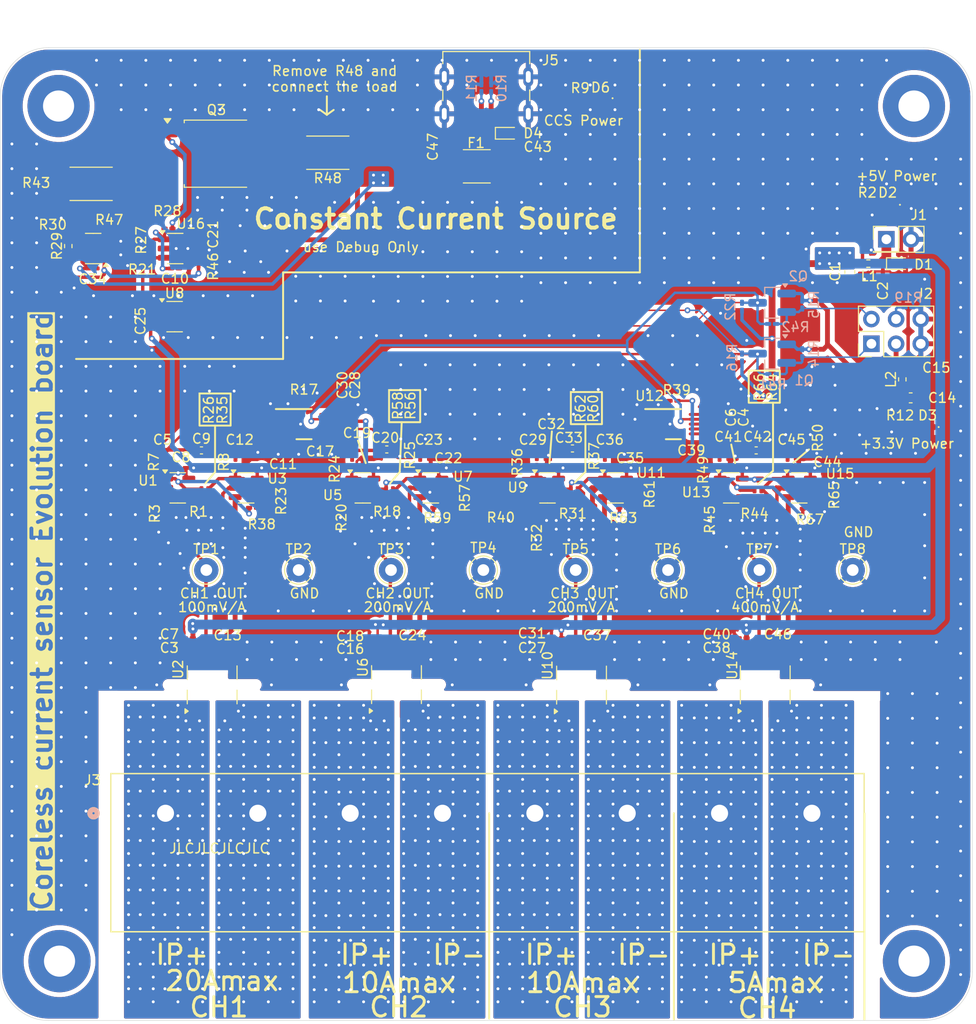
<source format=kicad_pcb>
(kicad_pcb (version 20241229) (generator "pcbnew") (generator_version "9.0")
  (layers (0 "F.Cu" signal) (2 "B.Cu" signal) (13 "F.Paste" user) (15 "B.Paste" user) (5 "F.SilkS" user "F.Silkscreen") (7 "B.SilkS" user "B.Silkscreen") (1 "F.Mask" user) (3 "B.Mask" user) (25 "Edge.Cuts" user))
  (net 0 "")
  (net 1 "GND")
  (net 2 "Net-(U10-OUT)")
  (net 3 "Net-(U6-OUT)")
  (net 4 "Net-(U2-OUT)")
  (net 5 "Net-(U14-OUT)")
  (net 6 "+3.3V_FIL")
  (net 7 "Net-(D1-A1)")
  (net 8 "+5V_FIL")
  (net 9 "Net-(J2-Pin_3)")
  (net 10 "Net-(R26-Pad2)")
  (net 11 "Net-(U13-+)")
  (net 12 "Net-(U3--)")
  (net 13 "Net-(J5-CC1)")
  (net 14 "Net-(J5-CC2)")
  (net 15 "Net-(R36-Pad1)")
  (net 16 "Net-(U4-ADDR)")
  (net 17 "Net-(R18-Pad2)")
  (net 18 "Net-(U5--)")
  (net 19 "EVBDET_N")
  (net 20 "Net-(U5-+)")
  (net 21 "VZCR_2")
  (net 22 "Net-(U4-AIN2)")
  (net 23 "Net-(U4-AIN3)")
  (net 24 "Net-(R49-Pad1)")
  (net 25 "Net-(R24-Pad1)")
  (net 26 "Net-(U7--)")
  (net 27 "Net-(R31-Pad2)")
  (net 28 "Net-(U9--)")
  (net 29 "Net-(U9-+)")
  (net 30 "VZCR_3")
  (net 31 "Net-(U12-AIN0)")
  (net 32 "Net-(U12-AIN1)")
  (net 33 "Net-(U12-ADDR)")
  (net 34 "Net-(U11--)")
  (net 35 "Net-(U13--)")
  (net 36 "Net-(R44-Pad2)")
  (net 37 "VZCR_4")
  (net 38 "Net-(U12-AIN2)")
  (net 39 "Net-(U12-AIN3)")
  (net 40 "Net-(U15--)")
  (net 41 "Net-(D3-A)")
  (net 42 "Net-(U1--)")
  (net 43 "Net-(R1-Pad2)")
  (net 44 "Net-(D2-A)")
  (net 45 "Net-(U1-+)")
  (net 46 "VZCR_1")
  (net 47 "Net-(U4-AIN0)")
  (net 48 "Net-(U4-AIN1)")
  (net 49 "IP+_4")
  (net 50 "IP-_4")
  (net 51 "IP-_3")
  (net 52 "IP+_3")
  (net 53 "IP-_2")
  (net 54 "IP+_2")
  (net 55 "IP+_1")
  (net 56 "IP-_1")
  (net 59 "Net-(D4-A1)")
  (net 60 "Net-(Q3-D)")
  (net 61 "+5V_USB")
  (net 62 "Net-(Q3-S)")
  (net 63 "Net-(R29-Pad1)")
  (net 64 "Net-(U17--)")
  (net 65 "Net-(D6-A)")
  (net 66 "I2CSDA_3.3V")
  (net 67 "I2CSCL_5V")
  (net 68 "Net-(U16-+)")
  (net 69 "Net-(U8-VOUT)")
  (net 70 "I2CSDA_5V")
  (net 71 "Net-(C10-Pad2)")
  (net 72 "Net-(Q3-G)")
  (net 73 "I2CSCL_3.3V")
  (net 74 "Net-(U16--)")
  (net 75 "Net-(U17-+)")
  (footprint "Capacitor_SMD:C_0201_0603Metric_Pad0.64x0.40mm_HandSolder" (layer "F.Cu") (at 114.6 111.5 180)
    (property "Reference" "C18")
    (property "Value" "0.1uF")
  )
  (footprint "TestPoint:TestPoint_THTPad_D2.5mm_Drill1.2mm" (layer "F.Cu") (at 135.4 104.5)
    (property "Reference" "TP5")
    (property "Value" "RH-5117")
  )
  (footprint "Capacitor_SMD:C_0201_0603Metric_Pad0.64x0.40mm_HandSolder" (layer "F.Cu") (at 100.8325 92.15)
    (property "Reference" "C12")
    (property "Value" "0.1uF")
  )
  (footprint "Resistor_SMD:R_0201_0603Metric_Pad0.64x0.40mm_HandSolder" (layer "F.Cu") (at 154.5 96.7 90)
    (property "Reference" "R64")
    (property "Value" "2.2k")
  )
  (footprint "Resistor_SMD:R_0201_0603Metric_Pad0.64x0.40mm_HandSolder" (layer "F.Cu") (at 169.48 89.8)
    (property "Reference" "R12")
    (property "Value" "4.7k")
  )
  (footprint "TestPoint:TestPoint_THTPad_D2.5mm_Drill1.2mm" (layer "F.Cu") (at 163.9 104.5)
    (property "Reference" "TP8")
    (property "Value" "RH-5001")
  )
  (footprint "Connector_PinHeader_2.54mm:PinHeader_2x01_P2.54mm_Vertical" (layer "F.Cu") (at 167.36 70.5)
    (property "Reference" "J1")
    (property "Value" "Conn_02x01")
  )
  (footprint "Resistor_SMD:R_0201_0603Metric_Pad0.64x0.40mm_HandSolder" (layer "F.Cu") (at 131.4 98.7075 90)
    (property "Reference" "R32")
    (property "Value" "10k")
  )
  (footprint "Capacitor_SMD:C_0201_0603Metric_Pad0.64x0.40mm_HandSolder" (layer "F.Cu") (at 120.8925 94 180)
    (property "Reference" "C22")
    (property "Value" "0.1uF")
  )
  (footprint "Resistor_SMD:R_0201_0603Metric_Pad0.64x0.40mm_HandSolder" (layer "F.Cu") (at 157.2 93.4675 90)
    (property "Reference" "R50")
    (property "Value" "510")
  )
  (footprint "Resistor_SMD:R_0201_0603Metric_Pad0.64x0.40mm_HandSolder" (layer "F.Cu") (at 96.9 96.6 90)
    (property "Reference" "R26")
    (property "Value" "2.2k")
  )
  (footprint "Capacitor_SMD:C_0201_0603Metric_Pad0.64x0.40mm_HandSolder" (layer "F.Cu") (at 156.2325 112.2)
    (property "Reference" "C46")
    (property "Value" "0.1uF")
  )
  (footprint "Resistor_SMD:R_0201_0603Metric_Pad0.64x0.40mm_HandSolder" (layer "F.Cu") (at 160.8 96.7325 90)
    (property "Reference" "R65")
    (property "Value" "2.2k")
  )
  (footprint "Capacitor_SMD:C_0201_0603Metric_Pad0.64x0.40mm_HandSolder" (layer "F.Cu") (at 99.2075 112.2)
    (property "Reference" "C13")
    (property "Value" "0.1uF")
  )
  (footprint "Package_TO_SOT_SMD:TO-252-2" (layer "F.Cu") (at 98.44 61.7)
    (property "Reference" "Q3")
    (property "Value" "30N06")
  )
  (footprint "Resistor_SMD:R_0201_0603Metric_Pad0.64x0.40mm_HandSolder" (layer "F.Cu") (at 135.6 96.6075 90)
    (property "Reference" "R60")
    (property "Value" "2.2k")
  )
  (footprint "Capacitor_SMD:C_0201_0603Metric_Pad0.64x0.40mm_HandSolder" (layer "F.Cu") (at 94.8925 94 180)
    (property "Reference" "C8")
    (property "Value" "0.1uF")
  )
  (footprint "" (layer "F.Cu") (at 98 116.3)
    (property "Reference" "")
    (property "Value" "")
  )
  (footprint "TestPoint:TestPoint_THTPad_D2.5mm_Drill1.2mm" (layer "F.Cu") (at 154.3 104.5)
    (property "Reference" "TP7")
    (property "Value" "RH-5117")
  )
  (footprint "Capacitor_SMD:C_0201_0603Metric_Pad0.64x0.40mm_HandSolder" (layer "F.Cu") (at 85.6925 73.5)
    (property "Reference" "C34")
    (property "Value" "0.1uF")
  )
  (footprint "Package_TO_SOT_SMD:SOT-23-5" (layer "F.Cu") (at 158.4 96.05)
    (property "Reference" "U15")
    (property "Value" "OPA333xxDBV")
  )
  (footprint "Resistor_SMD:R_0402_1005Metric_Pad0.72x0.64mm_HandSolder" (layer "F.Cu") (at 165.5025 73)
    (property "Reference" "L1")
    (property "Value" "HCB1005KF-121T20")
  )
  (footprint "Capacitor_SMD:C_0201_0603Metric_Pad0.64x0.40mm_HandSolder" (layer "F.Cu") (at 152.5675 111.5 180)
    (property "Reference" "C40")
    (property "Value" "0.1uF")
  )
  (footprint "Capacitor_SMD:C_0201_0603Metric_Pad0.64x0.40mm_HandSolder" (layer "F.Cu") (at 112.2 88.8 90)
    (property "Reference" "C28")
    (property "Value" "0.1uF")
  )
  (footprint "Package_TO_SOT_SMD:SOT-23-5" (layer "F.Cu") (at 120.5 96.05)
    (property "Reference" "U7")
    (property "Value" "OPA333xxDBV")
  )
  (footprint "MountingHole:MountingHole_3.2mm_M3_Pad_TopBottom" (layer "F.Cu") (at 170.2 144.7)
    (property "Reference" "H1" (hide yes))
    (property "Value" "MountingHole")
  )
  (footprint "LESD5D5-0CT1G:D_SOD-523" (layer "F.Cu") (at 128.4 59.6)
    (property "Reference" "D4")
    (property "Value" "LESD5D5-0CT1G")
  )
  (footprint "" (layer "F.Cu") (at 154.9 116.3)
    (property "Reference" "")
    (property "Value" "")
  )
  (footprint "Capacitor_SMD:C_0201_0603Metric_Pad0.64x0.40mm_HandSolder" (layer "F.Cu") (at 157.6075 92.2)
    (property "Reference" "C45")
    (property "Value" "0.1uF")
  )
  (footprint "Resistor_SMD:R_0201_0603Metric_Pad0.64x0.40mm_HandSolder" (layer "F.Cu") (at 159.1675 98.2 180)
    (property "Reference" "R67")
    (property "Value" "2.2k")
  )
  (footprint "Package_TO_SOT_SMD:SOT-23-5" (layer "F.Cu") (at 94.4625 96.05)
    (property "Reference" "U1")
    (property "Value" "OPA333xxDBV")
  )
  (footprint "HB9500M-9.5-8P:CONN_HB9500-9.5-8P_KAN" (layer "F.Cu") (at 93.2 129.5)
    (property "Reference" "J3")
    (property "Value" "HB9500M-9.5-8P")
  )
  (footprint "Capacitor_SMD:C_0201_0603Metric_Pad0.64x0.40mm_HandSolder" (layer "F.Cu") (at 158.8 94 180)
    (property "Reference" "C44")
    (property "Value" "0.1uF")
  )
  (footprint "Resistor_SMD:R_0201_0603Metric_Pad0.64x0.40mm_HandSolder" (layer "F.Cu") (at 103.9 96.6 90)
    (property "Reference" "R23")
    (property "Value" "2.2k")
  )
  (footprint "Package_TO_SOT_SMD:SOT-23-5" (layer "F.Cu") (at 151.4 96.05)
    (property "Reference" "U13")
    (property "Value" "OPA333xxDBV")
  )
  (footprint "Resistor_SMD:R_0201_0603Metric_Pad0.64x0.40mm_HandSolder" (layer "F.Cu") (at 91.2675 72.4)
    (property "Reference" "R21")
    (property "Value" "10k")
  )
  (footprint "Capacitor_SMD:C_0603_1608Metric_Pad1.08x0.95mm_HandSolder" (layer "F.Cu") (at 163.6 73.8625 -90)
    (property "Reference" "C1")
    (property "Value" "22uF")
  )
  (footprint "Resistor_SMD:R_0201_0603Metric_Pad0.64x0.40mm_HandSolder" (layer "F.Cu") (at 151.5325 98.2)
    (property "Reference" "R44")
    (property "Value" "10k")
  )
  (footprint "Package_SO:SO-8_3.9x4.9mm_P1.27mm" (layer "F.Cu") (at 98 116.3 90)
    (property "Reference" "U2")
    (property "Value" "CC6920SO-20A")
  )
  (footprint "Resistor_SMD:R_0201_0603Metric_Pad0.64x0.40mm_HandSolder" (layer "F.Cu") (at 140.2925 98.1 180)
    (property "Reference" "R63")
    (property "Value" "2.2k")
  )
  (footprint "Resistor_SMD:R_0201_0603Metric_Pad0.64x0.40mm_HandSolder" (layer "F.Cu") (at 130.0925 99.1 180)
    (property "Reference" "R40")
    (property "Value" "0")
  )
  (footprint "Capacitor_SMD:C_0201_0603Metric_Pad0.64x0.40mm_HandSolder" (layer "F.Cu") (at 113.8925 94 180)
    (property "Reference" "C19")
    (property "Value" "0.1uF")
  )
  (footprint "Package_TO_SOT_SMD:SOT-23-5" (layer "F.Cu") (at 132.5 96.05)
    (property "Reference" "U9")
    (property "Value" "OPA333xxDBV")
  )
  (footprint "Capacitor_SMD:C_0201_0603Metric_Pad0.64x0.40mm_HandSolder" (layer "F.Cu") (at 133.5675 112.2 180)
    (property "Reference" "C27")
    (property "Value" "0.01uF")
  )
  (footprint "Capacitor_SMD:C_0201_0603Metric_Pad0.64x0.40mm_HandSolder" (layer "F.Cu") (at 114.5925 112.2 180)
    (property "Reference" "C16")
    (property "Value" "0.01uF")
  )
  (footprint "LED_SMD:LED_0402_1005Metric_Pad0.77x0.64mm_HandSolder" (layer "F.Cu") (at 167.4925 66.95 180)
    (property "Reference" "D2")
    (property "Value" "XL-1005UYC")
  )
  (footprint "Resistor_SMD:R_0201_0603Metric_Pad0.64x0.40mm_HandSolder" (layer "F.Cu") (at 93.5075 69.4)
    (property "Reference" "R28")
    (property "Value" "56")
  )
  (footprint "Capacitor_SMD:C_0201_0603Metric_Pad0.64x0.40mm_HandSolder" (layer "F.Cu") (at 151.8 94 180)
    (property "Reference" "C41")
    (property "Value" "0.1uF")
  )
  (footprint "Resistor_SMD:R_0201_0603Metric_Pad0.64x0.40mm_HandSolder" (layer "F.Cu") (at 131.4 93.3925 90)
    (property "Reference" "R36")
    (property "Value" "510")
  )
  (footprint "ADS1115IDGSR:DGS0010A_M" (layer "F.Cu") (at 107.474998 89.5)
    (property "Reference" "U4" (hide yes))
    (property "Value" "ADS1115IDGSR")
  )
  (footprint "LESD5D5-0CT1G:D_SOD-523" (layer "F.Cu") (at 168.635 73)
    (property "Reference" "D1")
    (property "Value" "LESD5D5-0CT1G")
  )
  (footprint "" (layer "F.Cu") (at 116.965 116.275)
    (property "Reference" "")
    (property "Value" "")
  )
  (footprint "Capacitor_SMD:C_0201_0603Metric_Pad0.64x0.40mm_HandSolder" (layer "F.Cu") (at 111.9925 92.2 180)
    (property "Reference" "C17")
    (property "Value" "0.1uF")
  )
  (footprint "Resistor_SMD:R_0201_0603Metric_Pad0.64x0.40mm_HandSolder" (layer "F.Cu") (at 150.2 93.4675 90)
    (property "Reference" "R49")
    (property "Value" "510")
  )
  (footprint "Resistor_SMD:R_0201_0603Metric_Pad0.64x0.40mm_HandSolder" (layer "F.Cu") (at 107.4325 87)
    (property "Reference" "R17")
    (property "Value" "10k")
  )
  (footprint "Package_TO_SOT_SMD:SOT-23-5" (layer "F.Cu") (at 85.7625 71.45 180)
    (property "Reference" "U17" (hide yes))
    (property "Value" "OPA333xxDBV")
  )
  (footprint "Resistor_SMD:R_0201_0603Metric_Pad0.64x0.40mm_HandSolder" (layer "F.Cu") (at 141.9 96.6 90)
    (property "Reference" "R61")
    (property "Value" "2.2k")
  )
  (footprint "Resistor_SMD:R_2512_6332Metric_Pad1.40x3.35mm_HandSolder" (layer "F.Cu") (at 85.55 64.8 180)
    (property "Reference" "R43")
    (property "Value" "100m")
  )
  (footprint "Capacitor_SMD:C_0201_0603Metric_Pad0.64x0.40mm_HandSolder" (layer "F.Cu") (at 121.75 61 90)
    (property "Reference" "C47")
    (property "Value" "0.1uF")
  )
  (footprint "Capacitor_SMD:C_0201_0603Metric_Pad0.64x0.40mm_HandSolder" (layer "F.Cu") (at 130.9925 92.15 180)
    (property "Reference" "C29")
    (property "Value" "0.1uF")
  )
  (footprint "MountingHole:MountingHole_3.2mm_M3_Pad_TopBottom" (layer "F.Cu") (at 82.2 56.8)
    (property "Reference" "H3" (hide yes))
    (property "Value" "MountingHole")
  )
  (footprint "Capacitor_SMD:C_0201_0603Metric_Pad0.64x0.40mm_HandSolder" (layer "F.Cu") (at 95.585 112.2 180)
    (property "Reference" "C3")
    (property "Value" "0.01uF")
  )
  (footprint "Resistor_SMD:R_0201_0603Metric_Pad0.64x0.40mm_HandSolder" (layer "F.Cu") (at 134.9 96.6 90)
    (property "Reference" "R62")
    (property "Value" "2.2k")
  )
  (footprint "Capacitor_SMD:C_0201_0603Metric_Pad0.64x0.40mm_HandSolder" (layer "F.Cu") (at 111.5 88.8 90)
    (property "Reference" "C30")
    (property "Value" "0.01uF")
  )
  (footprint "Resistor_SMD:R_0201_0603Metric_Pad0.64x0.40mm_HandSolder" (layer "F.Cu") (at 132.7 98.3)
    (property "Reference" "R31")
    (property "Value" "10k")
  )
  (footprint "Resistor_SMD:R_0201_0603Metric_Pad0.64x0.40mm_HandSolder" (layer "F.Cu") (at 153.8 96.7 90)
    (property "Reference" "R66")
    (property "Value" "2.2k")
  )
  (footprint "Capacitor_SMD:C_0201_0603Metric_Pad0.64x0.40mm_HandSolder" (layer "F.Cu") (at 138.8075 92.22)
    (property "Reference" "C36")
    (property "Value" "0.1uF")
  )
  (footprint "Package_TO_SOT_SMD:SOT-23-5" (layer "F.Cu") (at 101.5 96.05)
    (property "Reference" "U3")
    (property "Value" "OPA333xxDBV")
  )
  (footprint "Package_TO_SOT_SMD:SOT-23-5" (layer "F.Cu") (at 139.5 96.05)
    (property "Reference" "U11")
    (property "Value" "OPA333xxDBV")
  )
  (footprint "MountingHole:MountingHole_3.2mm_M3_Pad_TopBottom" (layer "F.Cu") (at 82.3 144.7)
    (property "Reference" "H2" (hide yes))
    (property "Value" "MountingHole")
  )
  (footprint "TestPoint:TestPoint_THTPad_D2.5mm_Drill1.2mm" (layer "F.Cu") (at 116.4 104.5)
    (property "Reference" "TP3")
    (property "Value" "RH-5117")
  )
  (footprint "Capacitor_SMD:C_0402_1005Metric_Pad0.74x0.62mm_HandSolder" (layer "F.Cu") (at 153.9675 92.2 180)
    (property "Reference" "C42")
    (property "Value" "1uF")
  )
  (footprint "Resistor_SMD:R_0201_0603Metric_Pad0.64x0.40mm_HandSolder" (layer "F.Cu") (at 112.4 98.7 90)
    (property "Reference" "R20")
    (property "Value" "10k")
  )
  (footprint "Resistor_SMD:R_0201_0603Metric_Pad0.64x0.40mm_HandSolder" (layer "F.Cu") (at 96.6 72.8075 -90)
    (property "Reference" "R46")
    (property "Value" "15k")
  )
  (footprint "Capacitor_SMD:C_0201_0603Metric_Pad0.64x0.40mm_HandSolder" (layer "F.Cu") (at 119.8325 92.23)
    (property "Reference" "C23")
    (property "Value" "0.1uF")
  )
  (footprint "Connector_PinHeader_2.54mm:PinHeader_2x03_P2.54mm_Vertical" (layer "F.Cu") (at 165.82 81.24 90)
    (property "Reference" "J2")
    (property "Value" "Conn_02x03_Odd_Even")
  )
  (footprint "K1812L30012DR:K1812L30012DR" (layer "F.Cu") (at 125.225 63)
    (property "Reference" "F1")
    (property "Value" "K1812L30012DR")
  )
  (footprint "Resistor_SMD:R_0201_0603Metric_Pad0.64x0.40mm_HandSolder" (layer "F.Cu") (at 94.5925 98.1)
    (property "Reference" "R1")
    (property "Value" "10k")
  )
  (footprint "Capacitor_SMD:C_0201_0603Metric_Pad0.64x0.40mm_HandSolder" (layer "F.Cu") (at 149.474998 88.8 90)
    (property "Reference" "C6")
    (property "Value" "0.01uF")
  )
  (footprint "Resistor_SMD:R_0201_0603Metric_Pad0.64x0.40mm_HandSolder" (layer "F.Cu") (at 93.3 98.6325 90)
    (property "Reference" "R3")
    (property "Value" "10k")
  )
  (footprint "Resistor_SMD:R_0201_0603Metric_Pad0.64x0.40mm_HandSolder" (layer "F.Cu") (at 112.4 93.4675 90)
    (property "Reference" "R24")
    (property "Value" "510")
  )
  (footprint "Package_TO_SOT_SMD:SOT-23-5" (layer "F.Cu") (at 113.5 96.05)
    (property "Reference" "U5")
    (property "Value" "OPA333xxDBV")
  )
  (footprint "Resistor_SMD:R_0402_1005Metric_Pad0.72x0.64mm_HandSolder" (layer "F.Cu") (at 169 84.8975 90)
    (property "Reference" "L2")
    (property "Value" "HCB1005KF-121T20")
  )
  (footprint "Resistor_SMD:R_0201_0603Metric_Pad0.64x0.40mm_HandSolder" (layer "F.Cu") (at 102.2075 98.1 180)
    (property "Reference" "R38")
    (property "Value" "2.2k")
  )
  (footprint "Capacitor_SMD:C_0402_1005Metric_Pad0.74x0.62mm_HandSolder" (layer "F.Cu") (at 96.9 92.2 180)
    (property "Reference" "C9")
    (property "Value" "1uF")
  )
  (footprint "Capacitor_SMD:C_0201_0603Metric_Pad0.64x0.40mm_HandSolder" (layer "F.Cu") (at 167 73.4 -90)
    (property "Reference" "C2")
    (property "Value" "0.1uF")
  )
  (footprint "Package_TO_SOT_SMD:SOT-23-5" (layer "F.Cu") (at 94.2 71.45)
    (property "Reference" "U16")
    (property "Value" "OPA333xxDBV")
  )
  (footprint "TestPoint:TestPoint_THTPad_D2.5mm_Drill1.2mm" (layer "F.Cu") (at 97.4 104.5)
    (property "Reference" "TP1")
    (property "Value" "RH-5117")
  )
  (footprint "" (layer "F.Cu") (at 136 116.325)
    (property "Reference" "")
    (property "Value" "")
  )
  (footprint "Package_SO:SO-8_3.9x4.9mm_P1.27mm" (layer "F.Cu") (at 136 116.325 90)
    (property "Reference" "U10")
    (property "Value" "CC6920SO-10A")
  )
  (footprint "Capacitor_SMD:C_0402_1005Metric_Pad0.74x0.62mm_HandSolder" (layer "F.Cu") (at 115.9675 92.1 180)
    (property "Reference" "C20")
    (property "Value" "1uF")
  )
  (footprint "Capacitor_SMD:C_0201_0603Metric_Pad0.64x0.40mm_HandSolder" (layer "F.Cu") (at 96.6375 70.9575 -90)
    (property "Reference" "C21")
    (property "Value" "0.1uF")
  )
  (footprint "Resistor_SMD:R_0201_0603Metric_Pad0.64x0.40mm_HandSolder" (layer "F.Cu") (at 122.9 96.5925 90)
    (property "Reference" "R57")
    (property "Value" "2.2k")
  )
  (footprint "Resistor_SMD:R_0201_0603Metric_Pad0.64x0.40mm_HandSolder" (layer "F.Cu") (at 135.8625 56)
    (property "Reference" "R9")
    (property "Value" "4.7k")
  )
  (footprint "Resistor_SMD:R_0201_0603Metric_Pad0.64x0.40mm_HandSolder" (layer "F.Cu") (at 138.4 93.4675 90)
    (property "Reference" "R37")
    (property "Value" "510")
  )
  (footprint "UJC-HP-3-SMT-TR:CUI_UJC-HP-3-SMT-TR" (layer "F.Cu") (at 126.2 57.6 180)
    (property "Reference" "J5")
    (property "Value" "UJC-HP-3-SMT-TR")
  )
  (footprint "Capacitor_SMD:C_0201_0603Metric_Pad0.64x0.40mm_HandSolder" (layer "F.Cu") (at 149.7925 92.2 180)
    (property "Reference" "C39")
    (property "Value" "0.1uF")
  )
  (footprint "TestPoint:TestPoint_THTPad_D2.5mm_Drill1.2mm" (layer "F.Cu") (at 144.9 104.5)
    (property "Reference" "TP6")
    (property "Value" "RH-5001")
  )
  (footprint "Resistor_SMD:R_0201_0603Metric_Pad0.64x0.40mm_HandSolder" (layer "F.Cu") (at 97.6 96.6 90)
    (property "Reference" "R35")
    (property "Value" "2.2k")
  )
  (footprint "Resistor_SMD:R_0201_0603Metric_Pad0.64x0.40mm_HandSolder" (layer "F.Cu") (at 100.4 93.4675 90)
    (property "Reference" "R8")
    (property "Value" "510")
  )
  (footprint "Resistor_SMD:R_0201_0603Metric_Pad0.64x0.40mm_HandSolder" (layer "F.Cu") (at 115.9 96.6 90)
    (property "Reference" "R58")
    (property "Value" "2.2k")
  )
  (footprint "Resistor_SMD:R_0201_0603Metric_Pad0.64x0.40mm_HandSolder" (layer "F.Cu") (at 145.4675 87.1 180)
    (property "Reference" "R39")
    (property "Value" "10k")
  )
  (footprint "Capacitor_SMD:C_0201_0603Metric_Pad0.64x0.40mm_HandSolder" (layer "F.Cu") (at 152.5925 112.2 180)
    (property "Reference" "C38")
    (property "Value" "0.01uF")
  )
  (footprint "Resistor_SMD:R_0201_0603Metric_Pad0.64x0.40mm_HandSolder" (layer "F.Cu") (at 165.4925 67)
    (property "Reference" "R2")
    (property "Value" "4.7k")
  )
  (footprint "Capacitor_SMD:C_0201_0603Metric_Pad0.64x0.40mm_HandSolder" (layer "F.Cu") (at 92.8925 92.15 180)
    (property "Reference" "C5")
    (property "Value" "0.1uF")
  )
  (footprint "Capacitor_SMD:C_0201_0603Metric_Pad0.64x0.40mm_HandSolder" (layer "F.Cu") (at 128.3925 60.7)
    (property "Reference" "C43")
    (property "Value" "0.1uF")
  )
  (footprint "Capacitor_SMD:C_0201_0603Metric_Pad0.64x0.40mm_HandSolder" (layer "F.Cu") (at 95.6 111.5 180)
    (property "Reference" "C7")
    (property "Value" "0.1uF")
  )
  (footprint "Resistor_SMD:R_0201_0603Metric_Pad0.64x0.40mm_HandSolder" (layer "F.Cu") (at 116.6 96.6 90)
    (property "Reference" "R56")
    (property "Value" "2.2k")
  )
  (footprint "Capacitor_SMD:C_0201_0603Metric_Pad0.64x0.40mm_HandSolder" (layer "F.Cu") (at 118.1925 112.2)
    (property "Reference" "C24")
    (property "Value" "0.1uF")
  )
  (footprint "Resistor_SMD:R_0201_0603Metric_Pad0.64x0.40mm_HandSolder" (layer "F.Cu") (at 121.1675 98.1 180)
    (property "Reference" "R59")
    (property "Value" "2.2k")
  )
  (footprint "Capacitor_SMD:C_0201_0603Metric_Pad0.64x0.40mm_HandSolder" (layer "F.Cu") (at 139.8925 94 180)
    (property "Reference" "C35")
    (property "Value" "0.1uF")
  )
  (footprint "Resistor_SMD:R_0201_0603Metric_Pad0.64x0.40mm_HandSolder" (layer "F.Cu") (at 84.1675 69.4 180)
    (property "Reference" "R30")
    (property "Value" "10k")
  )
  (footprint "Resistor_SMD:R_0201_0603Metric_Pad0.64x0.40mm_HandSolder" (layer "F.Cu") (at 113.7075 98.2)
    (property "Reference" "R18")
    (property "Value" "10k")
  )
  (footprint "TestPoint:TestPoint_THTPad_D2.5mm_Drill1.2mm" (layer "F.Cu") (at 106.9 104.5)
    (property "Reference" "TP2")
    (property "Value" "RH-5001")
  )
  (footprint "Capacitor_SMD:C_0201_0603Metric_Pad0.64x0.40mm_HandSolder" (layer "F.Cu") (at 101.9075 94 180)
    (property "Reference" "C11")
    (property "Value" "0.1uF")
  )
  (footprint "Capacitor_SMD:C_0603_1608Metric_Pad1.08x0.95mm_HandSolder" (layer "F.Cu") (at 169.8625 86.8)
    (property "Reference" "C14")
    (property "Value" "22uF")
  )
  (footprint "ADS1115IDGSR:DGS0010A_M" (layer "F.Cu") (at 145.474998 89.5)
    (property "Reference" "U12")
    (property "Value" "ADS1115IDGSR")
  )
  (footprint "LED_SMD:LED_0402_1005Metric_Pad0.77x0.64mm_HandSolder" (layer "F.Cu") (at 171.4725 89.8 180)
    (property "Reference" "D3")
    (property "Value" "XL-1005UWC")
  )
  (footprint "Resistor_SMD:R_0201_0603Metric_Pad0.64x0.40mm_HandSolder" (layer "F.Cu") (at 93.3 93.4675 90)
    (property "Reference" "R7")
    (property "Value" "510")
  )
  (footprint "Capacitor_SMD:C_0201_0603Metric_Pad0.64x0.40mm_HandSolder" (layer "F.Cu") (at 133.5675 111.5 180)
    (property "Reference" "C31")
    (property "Value" "0.1uF")
  )
  (footprint "Capacitor_SMD:C_0201_0603Metric_Pad0.64x0.40mm_HandSolder" (layer "F.Cu") (at 169.5325 83.4)
    (property "Reference" "C15")
    (property "Value" "0.1uF")
  )
  (footprint "Capacitor_SMD:C_0201_0603Metric_Pad0.64x0.40mm_HandSolder" (layer "F.Cu") (at 137.2075 112.2)
    (property "Reference" "C37")
    (property "Value" "0.1uF")
  )
  (footprint "Package_SO:SO-8_3.9x4.9mm_P1.27mm" (layer "F.Cu") (at 154.9 116.3 90)
    (property "Reference" "U14")
    (property "Value" "CC6920SO-5A")
  )
  (footprint "Capacitor_SMD:C_0402_1005Metric_Pad0.74x0.62mm_HandSolder" (layer "F.Cu") (at 135.0675 92 180)
    (property "Reference" "C33")
    (property "Value" "1uF")
  )
  (footprint "Capacitor_SMD:C_0201_0603Metric_Pad0.64x0.40mm_HandSolder" (layer "F.Cu") (at 94.17 73.5 180)
    (property "Reference" "C10")
    (property "Value" "22pF")
  )
  (footprint "Package_TO_SOT_SMD:SOT-23-6" (layer "F.Cu") (at 94.1375 78.45)
    (property "Reference" "U8")
    (property "Value" "MCP4725xxx-xCH")
  )
  (footprint "MountingHole:MountingHole_3.2mm_M3_Pad_TopBottom" (layer "F.Cu") (at 170.2 56.8)
    (property "Reference" "H4" (hide yes))
    (property "Value" "MountingHole")
  )
  (footprint "Resistor_SMD:R_2512_6332Metric_Pad1.40x3.35mm_HandSolder" (layer "F.Cu") (at 109.9 61.6 180)
    (property "Reference" "R48")
    (property "Value" "0")
  )
  (footprint "Resistor_SMD:R_0201_0603Metric_Pad0.64x0.40mm_HandSolder" (layer "F.Cu") (at 119.4 93.4675 90)
    (property "Reference" "R25")
    (property "Value" "510")
  )
  (footprint "TestPoint:TestPoint_THTPad_D2.5mm_Drill1.2mm" (layer "F.Cu") (at 125.9 104.5)
    (property "Reference" "TP4")
    (property "Value" "RH-5001")
  )
  (footprint "Package_SO:SO-8_3.9x4.9mm_P1.27mm" (layer "F.Cu") (at 116.965 116.275 90)
    (property "Reference" "U6")
    (property "Value" "CC6920SO-10A")
  )
  (footprint "LED_SMD:LED_0402_1005Metric_Pad0.77x0.64mm_HandSolder" (layer "F.Cu") (at 137.9275 56 180)
    (property "Reference" "D6")
    (property "Value" "XL-1005UBC")
  )
  (footprint "Resistor_SMD:R_0402_1005Metric_Pad0.72x0.64mm_HandSolder" (layer "F.Cu") (at 83.2 71.1975 90)
    (property "Reference" "R29")
    (property "Value" "190k")
  )
  (footprint "Resistor_SMD:R_0201_0603Metric_Pad0.64x0.40mm_HandSolder" (layer "F.Cu") (at 87.4075 69.4)
    (property "Reference" "R47")
    (property "Value" "15k")
  )
  (footprint "Resistor_SMD:R_0201_0603Metric_Pad0.64x0.40mm_HandSolder" (layer "F.Cu") (at 91.8 71.15 90)
    (property "Reference" "R27")
    (property "Value" "10M")
  )
  (footprint "Capacitor_SMD:C_0201_0603Metric_Pad0.64x0.40mm_HandSolder" (layer "F.Cu") (at 91.675 78.9 90)
    (property "Reference" "C25")
    (property "Value" "0.1uF")
  )
  (footprint "Capacitor_SMD:C_0201_0603Metric_Pad0.64x0.40mm_HandSolder" (layer "F.Cu") (at 132.8925 94 180)
    (property "Reference" "C32")
    (property "Value" "0.1uF")
  )
  (footprint "Resistor_SMD:R_0201_0603Metric_Pad0.64x0.40mm_HandSolder" (layer "F.Cu") (at 150.3 98.7325 90)
    (property "Reference" "R45")
    (property "Value" "10k")
  )
  (footprint "Capacitor_SMD:C_0201_0603Metric_Pad0.64x0.40mm_HandSolder" (layer "F.Cu") (at 150.174998 88.8 90)
    (property "Reference" "C4")
    (property "Value" "0.1uF")
  )
  (footprint "Resistor_SMD:R_0201_0603Metric_Pad0.64x0.40mm_HandSolder" (layer "B.Cu") (at 152.5075 77.4325 90)
    (property "Reference" "R22")
    (property "Value" "2.2k")
  )
  (footprint "Resistor_SMD:R_0201_0603Metric_Pad0.64x0.40mm_HandSolder" (layer "B.Cu") (at 155.64 84.35 180)
    (property "Reference" "R41")
    (property "Value" "0")
  )
  (footprint "Resistor_SMD:R_0201_0603Metric_Pad0.64x0.40mm_HandSolder" (layer "B.Cu") (at 152.5075 82.6575 90)
    (property "Reference" "R16")
    (property "Value" "2.2k")
  )
  (footprint "Resistor_SMD:R_0201_0603Metric_Pad0.64x0.40mm_HandSolder" (layer "B.Cu") (at 158.7075 77.2075 -90)
    (property "Reference" "R15")
    (property "Value" "2.2k")
  )
  (footprint "Resistor_SMD:R_0201_0603Metric_Pad0.64x0.40mm_HandSolder" (layer "B.Cu") (at 125.7 54.9675 90)
    (property "Reference" "R11")
    (property "Value" "5.1k")
  )
  (footprint "Resistor_SMD:R_0201_0603Metric_Pad0.64x0.40mm_HandSolder" (layer "B.Cu") (at 155.6 79.2 180)
    (property "Reference" "R42")
    (property "Value" "0")
  )
  (footprint "Resistor_SMD:R_0201_0603Metric_Pad0.64x0.40mm_HandSolder" (layer "B.Cu") (at 158.7 82.2075 -90)
    (property "Reference" "R14")
    (property "Value" "2.2k")
  )
  (footprint "Package_TO_SOT_SMD:SOT-23_Handsoldering" (layer "B.Cu") (at 155.6075 82.25 180)
    (property "Reference" "Q1")
    (property "Value" "NMOS")
  )
  (footprint "Package_TO_SOT_SMD:SOT-23_Handsoldering" (layer "B.Cu") (at 155.6075 77.025 180)
    (property "Reference" "Q2")
    (property "Value" "NMOS")
  )
  (footprint "Resistor_SMD:R_0201_0603Metric_Pad0.64x0.40mm_HandSolder" (layer "B.Cu") (at 169.6325 77.5)
    (property "Reference" "R19")
    (property "Value" "2.2k")
  )
  (footprint "Resistor_SMD:R_0201_0603Metric_Pad0.64x0.40mm_HandSolder" (layer "B.Cu") (at 126.7 54.9675 90)
    (property "Reference" "R10")
    (property "Value" "5.1k")
  )
  (gr_line (start 165.1 129.5) (end 165.1 150.7) (stroke (width 0.2)) (layer "F.SilkS"))
  (gr_line (start 98.3 89.65) (end 98.3 94.415789) (stroke (width 0.2)) (layer "F.SilkS"))
  (gr_rect (start 134.9 86.2) (end 138.1 89.5) (stroke (width 0.2)) (fill no) (layer "F.SilkS"))
  (gr_line (start 155.7 87.3) (end 155.700909 94.3) (stroke (width 0.2)) (layer "F.SilkS"))
  (gr_line (start 109.8 57.7) (end 109.1 57.2) (stroke (width 0.2)) (layer "F.SilkS"))
  (gr_rect (start 116.2 86) (end 119.4 89.3) (stroke (width 0.2)) (fill no) (layer "F.SilkS"))
  (gr_line (start 84 82.8) (end 105.3 82.8) (stroke (width 0.2)) (layer "F.SilkS"))
  (gr_line (start 109.8 55.8) (end 109.8 57.7) (stroke (width 0.2)) (layer "F.SilkS"))
  (gr_line (start 98.3 94.415789) (end 97.3 95.6) (stroke (width 0.2)) (layer "F.SilkS"))
  (gr_line (start 151.4 91.6) (end 151.8 93.5) (stroke (width 0.2)) (layer "F.SilkS"))
  (gr_line (start 132.95 90.246053) (end 132.7 93.5) (stroke (width 0.2)) (layer "F.SilkS"))
  (gr_line (start 117.5 89.3) (end 117.3 94.407894) (stroke (width 0.2)) (layer "F.SilkS"))
  (gr_line (start 159.4 92.1) (end 157.8075 93.45) (stroke (width 0.2)) (layer "F.SilkS"))
  (gr_rect (start 153.2 84) (end 156.4 87.3) (stroke (width 0.2)) (fill no) (layer "F.SilkS"))
  (gr_line (start 117.3 94.407894) (end 116.3 95.592105) (stroke (width 0.2)) (layer "F.SilkS"))
  (gr_line (start 105.3 82.8) (end 105.3 73.9) (stroke (width 0.2)) (layer "F.SilkS"))
  (gr_line (start 109.8 57.7) (end 110.5 57.2) (stroke (width 0.2)) (layer "F.SilkS"))
  (gr_line (start 145.5 129.5) (end 145.5 150.7) (stroke (width 0.2)) (layer "F.SilkS"))
  (gr_line (start 126.5 129.5) (end 126.5 150.6) (stroke (width 0.2)) (layer "F.SilkS"))
  (gr_line (start 142 73.9) (end 142 51) (stroke (width 0.2)) (layer "F.SilkS"))
  (gr_line (start 113 91.2) (end 113.8 93.5) (stroke (width 0.2)) (layer "F.SilkS"))
  (gr_rect (start 96.7 86.35) (end 99.9 89.65) (stroke (width 0.2)) (fill no) (layer "F.SilkS"))
  (gr_line (start 136.4 89.5) (end 136.400909 94.4) (stroke (width 0.2)) (layer "F.SilkS"))
  (gr_line (start 155.700909 94.3) (end 154.15 95.65) (stroke (width 0.2)) (layer "F.SilkS"))
  (gr_line (start 136.4 94.4) (end 135.3 95.5) (stroke (width 0.2)) (layer "F.SilkS"))
  (gr_line (start 105.3 73.9) (end 142 73.9) (stroke (width 0.2)) (layer "F.SilkS"))
  (gr_line (start 81.2 50.8) (end 171.2 50.8) (stroke (width 0.05)) (layer "Edge.Cuts"))
  (gr_arc (start 76.2 55.8) (mid 77.664466 52.264466) (end 81.2 50.8) (stroke (width 0.05)) (layer "Edge.Cuts"))
  (gr_line (start 171.2 150.8) (end 81.2 150.8) (stroke (width 0.05)) (layer "Edge.Cuts"))
  (gr_line (start 76.2 145.8) (end 76.2 55.8) (stroke (width 0.05)) (layer "Edge.Cuts"))
  (gr_arc (start 81.2 150.8) (mid 77.664466 149.335534) (end 76.2 145.8) (stroke (width 0.05)) (layer "Edge.Cuts"))
  (gr_arc (start 176.2 145.8) (mid 174.735534 149.335534) (end 171.2 150.8) (stroke (width 0.05)) (layer "Edge.Cuts"))
  (gr_line (start 176.2 55.8) (end 176.2 145.8) (stroke (width 0.05)) (layer "Edge.Cuts"))
  (gr_arc (start 171.2 50.8) (mid 174.735534 52.264466) (end 176.2 55.8) (stroke (width 0.05)) (layer "Edge.Cuts"))
  (gr_text "10Amax" (at 130.1 148.1 0) (layer "F.SilkS") (effects (font (size 2 2) (thickness 0.3) (bold yes)) (justify left bottom)))
  (gr_text "IP+" (at 92 145.2 0) (layer "F.SilkS") (effects (font (size 2 2) (thickness 0.3) (bold yes)) (justify left bottom)))
  (gr_text "200mV/A" (at 113.5 108.9 0) (layer "F.SilkS") (effects (font (size 1 1)) (justify left bottom)))
  (gr_text "IP-" (at 120.5 145.2 0) (layer "F.SilkS") (effects (font (size 2 2) (thickness 0.3) (bold yes)) (justify left bottom)))
  (gr_text "CH1" (at 95.5 150.6 0) (layer "F.SilkS") (effects (font (size 2 2) (thickness 0.3) (bold yes)) (justify left bottom)))
  (gr_text "CCS Power" (at 136.2 58.3 0) (layer "F.SilkS") (effects (font (size 1 1))))
  (gr_text "400mV/A" (at 151.3 108.9 0) (layer "F.SilkS") (effects (font (size 1 1)) (justify left bottom)))
  (gr_text "IP+" (at 130 145.2 0) (layer "F.SilkS") (effects (font (size 2 2) (thickness 0.3) (bold yes)) (justify left bottom)))
  (gr_text "GND" (at 107.5 106.9 0) (layer "F.SilkS") (effects (font (size 1 1))))
  (gr_text "+3.3V Power" (at 169.48 91.5 0) (layer "F.SilkS") (effects (font (size 1 1))))
  (gr_text "100mV/A" (at 94.4 108.9 0) (layer "F.SilkS") (effects (font (size 1 1)) (justify left bottom)))
  (gr_text "GND" (at 145.5 106.9 0) (layer "F.SilkS") (effects (font (size 1 1))))
  (gr_text "GND" (at 126.5 106.9 0) (layer "F.SilkS") (effects (font (size 1 1))))
  (gr_text "CH2 OUT" (at 117.1 106.9 0) (layer "F.SilkS") (effects (font (size 1 1))))
  (gr_text "CH4 OUT" (at 155.1 106.9 0) (layer "F.SilkS") (effects (font (size 1 1))))
  (gr_text "Constant Current Source" (at 121 68.4 0) (layer "F.SilkS") (effects (font (size 2 2) (thickness 0.4) (bold yes))))
  (gr_text "Remove R48 and\nconnect the load" (at 110.6 54 0) (layer "F.SilkS") (effects (font (size 1 1))))
  (gr_text "CH2" (at 114 150.6 0) (layer "F.SilkS") (effects (font (size 2 2) (thickness 0.3) (bold yes)) (justify left bottom)))
  (gr_text "IP+" (at 148.9 145.2 0) (layer "F.SilkS") (effects (font (size 2 2) (thickness 0.3) (bold yes)) (justify left bottom)))
  (gr_text "IP-" (at 158.5 145.2 0) (layer "F.SilkS") (effects (font (size 2 2) (thickness 0.3) (bold yes)) (justify left bottom)))
  (gr_text "20Amax" (at 93 147.9 0) (layer "F.SilkS") (effects (font (size 2 2) (thickness 0.3) (bold yes)) (justify left bottom)))
  (gr_text "+5V Power" (at 168.4 64 0) (layer "F.SilkS") (effects (font (size 1 1))))
  (gr_text "10Amax" (at 111.2 148.1 0) (layer "F.SilkS") (effects (font (size 2 2) (thickness 0.3) (bold yes)) (justify left bottom)))
  (gr_text "200mV/A" (at 132.4 108.9 0) (layer "F.SilkS") (effects (font (size 1 1)) (justify left bottom)))
  (gr_text "JLCJLCJLCJLC" (at 93.5 133.7 0) (layer "F.SilkS") (effects (font (size 1 1)) (justify left bottom)))
  (gr_text "Coreless current sensor Evolution board" (at 80.5 108.7 90) (layer "F.SilkS" knockout) (effects (font (size 2 2) (thickness 0.4) (bold yes))))
  (gr_text "IP-" (at 139.5 145.2 0) (layer "F.SilkS") (effects (font (size 2 2) (thickness 0.3) (bold yes)) (justify left bottom)))
  (gr_text "use Debug Only" (at 113.3 71.3 0) (layer "F.SilkS") (effects (font (size 1 1))))
  (gr_text "CH1 OUT" (at 98 106.9 0) (layer "F.SilkS") (effects (font (size 1 1))))
  (gr_text "CH3 OUT" (at 136.1 106.9 0) (layer "F.SilkS") (effects (font (size 1 1))))
  (gr_text "IP+" (at 111 145.2 0) (layer "F.SilkS") (effects (font (size 2 2) (thickness 0.3) (bold yes)) (justify left bottom)))
  (gr_text "5Amax" (at 150.9 148.1 0) (layer "F.SilkS") (effects (font (size 2 2) (thickness 0.3) (bold yes)) (justify left bottom)))
  (gr_text "CH3" (at 132.9 150.6 0) (layer "F.SilkS") (effects (font (size 2 2) (thickness 0.3) (bold yes)) (justify left bottom)))
  (gr_text "GND" (at 164.5 100.6 0) (layer "F.SilkS") (effects (font (size 1 1))))
  (gr_text "CH4" (at 151.9 150.7 0) (layer "F.SilkS") (effects (font (size 2 2) (thickness 0.3) (bold yes)) (justify left bottom)))
  (segment (start 170.12 82.72) (end 169.6 82.2) (width 0.35) (layer "F.Cu") (net 1))
  (segment (start 151.4 113.7) (end 152.185 112.915) (width 0.25) (layer "F.Cu") (net 1))
  (segment (start 145.1 89.5) (end 143.149999 89.5) (width 0.25) (layer "F.Cu") (net 1))
  (segment (start 158.1 91.3) (end 161 91.3) (width 0.35) (layer "F.Cu") (net 1))
  (segment (start 104 89.5) (end 103.6 89.1) (width 0.25) (layer "F.Cu") (net 1))
  (segment (start 151.7 111.04) (end 151.7 109.1) (width 0.35) (layer "F.Cu") (net 1))
  (segment (start 169.86 67.34) (end 168.9 68.3) (width 0.35) (layer "F.Cu") (net 1))
  (segment (start 94.2 76.7) (end 94.2 77.2) (width 0.25) (layer "F.Cu") (net 1))
  (segment (start 101.5 94) (end 101.2 93.7) (width 0.35) (layer "F.Cu") (net 1))
  (segment (start 99.700001 96.05) (end 99.1 96.650001) (width 0.35) (layer "F.Cu") (net 1))
  (segment (start 99.615 112.2) (end 99.615 113.435) (width 0.5) (layer "F.Cu") (net 1))
  (segment (start 139.485 94) (end 139.7065 93.7785) (width 0.25) (layer "F.Cu") (net 1))
  (segment (start 137.905 112.49) (end 137.615 112.2) (width 0.35) (layer "F.Cu") (net 1))
  (segment (start 139.7065 93.741484) (end 139.75 93.697984) (width 0.25) (layer "F.Cu") (net 1))
  (segment (start 100.3625 96.05) (end 99.700001 96.05) (width 0.35) (layer "F.Cu") (net 1))
  (segment (start 94.9 109) (end 95.3 108.6) (width 0.35) (layer "F.Cu") (net 1))
  (segment (start 105.149999 89.5) (end 104 89.5) (width 0.25) (layer "F.Cu") (net 1))
  (segment (start 130.1 88.48) (end 130.1 90.3) (width 0.25) (layer "F.Cu") (net 1))
  (segment (start 119.95 96.05) (end 120.4 96.5) (width 0.35) (layer "F.Cu") (net 1))
  (segment (start 101.6 113) (end 101.6 113.7) (width 0.25) (layer "F.Cu") (net 1))
  (segment (start 161.9 92.2) (end 161.9 95.5) (width 0.35) (layer "F.Cu") (net 1))
  (segment (start 100 111.6) (end 101.3 111.6) (width 0.25) (layer "F.Cu") (net 1))
  (segment (start 127.5 91.08) (end 127.56 91.02) (width 0.25) (layer "F.Cu") (net 1))
  (segment (start 150.2625 96.05) (end 149.05 96.05) (width 0.35) (layer "F.Cu") (net 1))
  (segment (start 107.84 87) (end 107.84 87.84) (width 0.35) (layer "F.Cu") (net 1))
  (segment (start 167.7075 73.8075) (end 168.5 74.6) (width 0.25) (layer "F.Cu") (net 1))
  (segment (start 113.385 88) (end 112.9925 88.3925) (width 0.25) (layer "F.Cu") (net 1))
  (segment (start 156.64 113.56) (end 156.805 113.725) (width 0.5) (layer "F.Cu") (net 1))
  (segment (start 170.5 76.2) (end 171.1 76.2) (width 0.35) (layer "F.Cu") (net 1))
  (segment (start 92.08 93.72) (end 92.485 93.315) (width 0.25) (layer "F.Cu") (net 1))
  (segment (start 108.9 95.8) (end 108.9 92.6) (width 0.35) (layer "F.Cu") (net 1))
  (segment (start 151.7 109.1) (end 152.1 108.7) (width 0.35) (layer "F.Cu") (net 1))
  (segment (start 99.615 112.2) (end 99.615 111.985) (width 0.25) (layer "F.Cu") (net 1))
  (segment (start 152.16 111.5) (end 149.96 111.5) (width 0.25) (layer "F.Cu") (net 1))
  (segment (start 163.6 75.6) (end 164.1 76.1) (width 0.25) (layer "F.Cu") (net 1))
  (segment (start 139.75 93.25) (end 140.4 92.6) (width 0.25) (layer "F.Cu") (net 1))
  (segment (start 107.4 85.9) (end 107.84 86.34) (width 0.35) (layer "F.Cu") (net 1))
  (segment (start 149.56 113.7) (end 151.4 113.7) (width 0.25) (layer "F.Cu") (net 1))
  (segment (start 139.1 111.6) (end 139.4 111.9) (width 0.35) (layer "F.Cu") (net 1))
  (segment (start 90.1125 78.4925) (end 90.1 78.48) (width 0.35) (layer "F.Cu") (net 1))
  (segment (start 94.55625 77.55625) (end 93.662499 78.45) (width 0.35) (layer "F.Cu") (net 1))
  (segment (start 130.585 92.15) (end 130.585 92.615) (width 0.25) (layer "F.Cu") (net 1))
  (segment (start 142 89.5) (end 141.5 89) (width 0.25) (layer "F.Cu") (net 1))
  (segment (start 101.6 93.5) (end 102.7 92.4) (width 0.35) (layer "F.Cu") (net 1))
  (segment (start 113.8 88) (end 113.385 88) (width 0.25) (layer "F.Cu") (net 1))
  (segment (start 109.15 96.05) (end 108.9 95.8) (width 0.35) (layer "F.Cu") (net 1))
  (segment (start 169.9 72.435) (end 169.335 73) (width 0.5) (layer "F.Cu") (net 1))
  (segment (start 101.2 93.7) (end 101.2 92.19) (width 0.35) (layer "F.Cu") (net 1))
  (segment (start 92.485 93.315) (end 92.485 92.15) (width 0.25) (layer "F.Cu") (net 1))
  (segment (start 158.015 92.2) (end 158.015 91.385) (width 0.35) (layer "F.Cu") (net 1))
  (segment (start 132.9 111.24) (end 132.9 109.1) (width 0.35) (layer "F.Cu") (net 1))
  (segment (start 118.87 112.47) (end 118.6 112.2) (width 0.35) (layer "F.Cu") (net 1))
  (segment (start 92.18 91.18) (end 92.485 91.485) (width 0.25) (layer "F.Cu") (net 1))
  (segment (start 95.5 71.45) (end 97.55 71.45) (width 0.35) (layer "F.Cu") (net 1))
  (segment (start 128.3 93) (end 127.5 92.2) (width 0.25) (layer "F.Cu") (net 1))
  (segment (start 97.7 71.6) (end 98.4 72.3) (width 0.35) (layer "F.Cu") (net 1))
  (segment (start 111.8 110.8) (end 111.8 111.86) (width 0.25) (layer "F.Cu") (net 1))
  (segment (start 118.3 99) (end 118.2 99.1) (width 0.35) (layer "F.Cu") (net 1))
  (segment (start 118.9 113.67) (end 118.87 113.7) (width 0.25) (layer "F.Cu") (net 1))
  (segment (start 157.2625 96.05) (end 156.600001 96.05) (width 0.35) (layer "F.Cu") (net 1))
  (segment (start 165.1 74.5) (end 165.1 74.6) (width 0.25) (layer "F.Cu") (net 1))
  (segment (start 113.485 93.315) (end 113.5 93.3) (width 0.25) (layer "F.Cu") (net 1))
  (segment (start 90.1 78) (end 89.8 77.7) (width 0.15) (layer "F.Cu") (net 1))
  (segment (start 169.6 82.2) (end 169.6 77.1) (width 0.35) (layer "F.Cu") (net 1))
  (segment (start 85.8615 73.061501) (end 86.1 73.300001) (width 0.35) (layer "F.Cu") (net 1))
  (segment (start 91.675 78.4925) (end 91.675 78.175001) (width 0.15) (layer "F.Cu") (net 1))
  (segment (start 150.815 88.4) (end 150.8075 88.3925) (width 0.5) (layer "F.Cu") (net 1))
  (segment (start 120.485 93.515) (end 120.485 94) (width 0.35) (layer "F.Cu") (net 1))
  (segment (start 139.2 93.715) (end 139.2 92.235) (width 0.35) (layer "F.Cu") (net 1))
  (segment (start 156.600001 96.05) (end 156.1 96.550001) (width 0.35) (layer "F.Cu") (net 1))
  (segment (start 112 110.6) (end 111.8 110.8) (width 0.25) (layer "F.Cu") (net 1))
  (segment (start 94.64 76.4) (end 94.54 76.3) (width 0.25) (layer "F.Cu") (net 1))
  (segment (start 123.45 57.605) (end 123.45 58.55) (width 0.7) (layer "F.Cu") (net 1))
  (segment (start 156.1 96.550001) (end 156.1 99.4) (width 0.35) (layer "F.Cu") (net 1))
  (segment (start 119.3625 96.05) (end 119.95 96.05) (width 0.35) (layer "F.Cu") (net 1))
  (segment (start 111.585 92.2) (end 111.585 93.015) (width 0.25) (layer "F.Cu") (net 1))
  (segment (start 113.339 92.861) (end 117.239 92.861) (width 0.25) (layer "F.Cu") (net 1))
  (segment (start 99.1 96.650001) (end 99.1 99.1) (width 0.35) (layer "F.Cu") (net 1))
  (segment (start 158.015 92.2) (end 158.015 93.115) (width 0.35) (layer "F.Cu") (net 1))
  (segment (start 130.1 90.3) (end 130.6 90.8) (width 0.25) (layer "F.Cu") (net 1))
  (segment (start 163.6 74.725) (end 163.6 75.6) (width 0.25) (layer "F.Cu") (net 1))
  (segment (start 151.3 93.297517) (end 151.3 93.9075) (width 0.5) (layer "F.Cu") (net 1))
  (segment (start 133.3 108.7) (end 134.3 108.7) (width 0.35) (layer "F.Cu") (net 1))
  (segment (start 91.7175 78.45) (end 91.675 78.4925) (width 0.35) (layer "F.Cu") (net 1))
  (segment (start 99.615 113.435) (end 99.905 113.725) (width 0.5) (layer "F.Cu") (net 1))
  (segment (start 120.24 92.23) (end 120.5 92.49) (width 0.35) (layer "F.Cu") (net 1))
  (segment (start 170.12 83.22) (end 170.12 82.72) (width 0.35) (layer "F.Cu") (net 1))
  (segment (start 101.3 111.6) (end 101.6 111.9) (width 0.25) (layer "F.Cu") (net 1))
  (segment (start 95.275 77.5) (end 94.612499 77.5) (width 0.35) (layer "F.Cu") (net 1))
  (segment (start 102.45 92.15) (end 102.7 92.4) (width 0.25) (layer "F.Cu") (net 1))
  (segment (start 99.93 113.7) (end 99.905 113.725) (width 0.25) (layer "F.Cu") (net 1))
  (segment (start 130.585 90.815) (end 130.585 92.15) (width 0.25) (layer "F.Cu") (net 1))
  (segment (start 92.485 91.485) (end 92.485 92.15) (width 0.25) (layer "F.Cu") (net 1))
  (segment (start 86.1 73.300001) (end 86.1 73.5) (width 0.35) (layer "F.Cu") (net 1))
  (segment (start 164.1 76.1) (end 166.2 76.1) (width 0.25) (layer "F.Cu") (net 1))
  (segment (start 152.185 112.915) (end 152.185 112.2) (width 0.25) (layer "F.Cu") (net 1))
  (segment (start 117.239 92.861) (end 117.3 92.8) (width 0.25) (layer "F.Cu") (net 1))
  (segment (start 91.675 78.175001) (end 91.5 78) (width 0.15) (layer "F.Cu") (net 1))
  (segment (start 114 110.6) (end 112 110.6) (width 0.25) (layer "F.Cu") (net 1))
  (segment (start 168.9 71.9) (end 169.335 72.335) (width 0.35) (layer "F.Cu") (net 1))
  (segment (start 118.3 96.3) (end 118.3 99) (width 0.35) (layer "F.Cu") (net 1))
  (segment (start 95.275 77.5) (end 96.5 77.5) (width 0.25) (layer "F.Cu") (net 1))
  (segment (start 132.9 109.1) (end 133.3 108.7) (width 0.35) (layer "F.Cu") (net 1))
  (segment (start 101.24 92.15) (end 102.45 92.15) (width 0.25) (layer "F.Cu") (net 1))
  (segment (start 137.2 99.4) (end 137.2 96.550001) (width 0.35) (layer "F.Cu") (net 1))
  (segment (start 150.8075 88.3925) (end 150.174998 88.3925) (width 0.5) (layer "F.Cu") (net 1))
  (segment (start 112.3625 96.05) (end 109.15 96.05) (width 0.35) (layer "F.Cu") (net 1))
  (segment (start 167 73.8075) (end 167.7075 73.8075) (width 0.25) (layer "F.Cu") (net 1))
  (segment (start 96.5525 71.45) (end 96.6375 71.365) (width 0.35) (layer "F.Cu") (net 1))
  (segment (start 111.4 93.2) (end 110.6 93.2) (width 0.25) (layer "F.Cu") (net 1))
  (segment (start 95.5 71.45) (end 96.5525 71.45) (width 0.35) (layer "F.Cu") (net 1))
  (segment (start 151.4 88.4) (end 150.815 88.4) (width 0.5) (layer "F.Cu") (net 1))
  (segment (start 94.3 71.45) (end 95.5 71.45) (width 0.35) (layer "F.Cu") (net 1))
  (segment (start 169.92 67.34) (end 169.86 67.34) (width 0.35) (layer "F.Cu") (net 1))
  (segment (start 108 88) (end 108.3 88) (width 0.35) (layer "F.Cu") (net 1))
  (segment (start 108.3 88) (end 108.8 87.5) (width 0.35) (layer "F.Cu") (net 1))
  (segment (start 111.585 93.015) (end 111.4 93.2) (width 0.25) (layer "F.Cu") (net 1))
  (segment (start 168.5 74.6) (end 171.3 74.6) (width 0.25) (layer "F.Cu") (net 1))
  (segment (start 158.015 91.385) (end 158.1 91.3) (width 0.35) (layer "F.Cu") (net 1))
  (segment (start 130.6 90.8) (end 130.585 90.815) (width 0.25) (layer "F.Cu") (net 1))
  (segment (start 152.185 112.2) (end 149.86 112.2) (width 0.25) (layer "F.Cu") (net 1))
  (segment (start 149.05 96.05) (end 148.6 96.5) (width 0.35) (layer "F.Cu") (net 1))
  (segment (start 113 94) (end 112.876 93.876) (width 0.25) (layer "F.Cu") (net 1))
  (segment (start 129.1 58.5) (end 129.1 59.6) (width 0.5) (layer "F.Cu") (net 1))
  (segment (start 112.876 93.324) (end 113.339 92.861) (width 0.25) (layer "F.Cu") (net 1))
  (segment (start 152.1 108.7) (end 153.1 108.7) (width 0.35) (layer "F.Cu") (net 1))
  (segment (start 137.700001 96.05) (end 138.3625 96.05) (width 0.35) (layer "F.Cu") (net 1))
  (segment (start 94.612499 77.5) (end 94.55625 77.55625) (width 0.35) (layer "F.Cu") (net 1))
  (segment (start 167 75.3) (end 166.2 76.1) (width 0.25) (layer "F.Cu") (net 1))
  (segment (start 82.5 67.1) (end 83.7065 68.3065) (width 0.7) (layer "F.Cu") (net 1))
  (segment (start 129.1 59.6) (end 129.1 60.4) (width 0.5) (layer "F.Cu") (net 1))
  (segment (start 112.9925 88.3925) (end 112.2 88.3925) (width 0.25) (layer "F.Cu") (net 1))
  (segment (start 130.31 95.8) (end 130.4 95.8) (width 0.35) (layer "F.Cu") (net 1))
  (segment (start 86.15 71.45) (end 85.8615 71.7385) (width 0.35) (layer "F.Cu") (net 1))
  (segment (start 149 99.4) (end 149.1 99.4) (width 0.35) (layer "F.Cu") (net 1))
  (segment (start 128.95 57.605) (end 128.95 58.35) (width 0.5) (layer "F.Cu") (net 1))
  (segment (start 95.2 76.4) (end 94.64 76.4) (width 0.25) (layer "F.Cu") (net 1))
  (segment (start 156.64 112.2) (end 156.64 113.56) (width 0.5) (layer "F.Cu") (net 1))
  (segment (start 127.5 92.2) (end 127.5 91.08) (width 0.25) (layer "F.Cu") (net 1))
  (segment (start 105.149999 89.5) (end 107.1 89.5) (width 0.25) (layer "F.Cu") (net 1))
  (segment (start 99.615 112.2) (end 100.8 112.2) (width 0.25) (layer "F.Cu") (net 1))
  (segment (start 86.9 71.45) (end 86.15 71.45) (width 0.35) (layer "F.Cu") (net 1))
  (segment (start 110.6 93.2) (end 110.3 92.9) (width 0.25) (layer "F.Cu") (net 1))
  (segment (start 130.2 93) (end 128.3 93) (width 0.25) (layer "F.Cu") (net 1))
  (segment (start 158.4 93.5) (end 158.3925 93.5075) (width 0.35) (layer "F.Cu") (net 1))
  (segment (start 90.31 96.05) (end 90.1 96.26) (width 0.25) (layer "F.Cu") (net 1))
  (segment (start 167 73.8075) (end 167 75.3) (width 0.25) (layer "F.Cu") (net 1))
  (segment (start 93.325 96.05) (end 90.31 96.05) (width 0.25) (layer "F.Cu") (net 1))
  (segment (start 151.3 93.9075) (end 151.3925 94) (width 0.5) (layer "F.Cu") (net 1))
  (segment (start 82.5 64.8) (end 82.5 67.1) (width 0.7) (layer "F.Cu") (net 1))
  (segment (start 132.485 94) (end 132.485 92.815) (width 0.5) (layer "F.Cu") (net 1))
  (segment (start 98.4 72.3) (end 98.4 73.9) (width 0.35) (layer "F.Cu") (net 1))
  (segment (start 139.2 92.235) (end 139.215 92.22) (width 0.35) (layer "F.Cu") (net 1))
  (segment (start 165.7925 73.8075) (end 165.1 74.5) (width 0.25) (layer "F.Cu") (net 1))
  (segment (start 108.8 87.5) (end 108.8 86.3) (width 0.35) (layer "F.Cu") (net 1))
  (segment (start 95.3 108.6) (end 96.2 108.6) (width 0.35) (layer "F.Cu") (net 1))
  (segment (start 93.0625 71.45) (end 94.3 71.45) (width 0.35) (layer "F.Cu") (net 1))
  (segment (start 118.87 113.7) (end 118.87 112.47) (width 0.35) (layer "F.Cu") (net 1))
  (segment (start 100.8 112.2) (end 101.6 113) (width 0.25) (layer "F.Cu") (net 1))
  (segment (start 94.54 76.36) (end 94.2 76.7) (width 0.25) (layer "F.Cu") (net 1))
  (segment (start 148.6 96.5) (end 148.6 99) (width 0.35) (layer "F.Cu") (net 1))
  (segment (start 91.5 78) (end 90.1 78) (width 0.15) (layer "F.Cu") (net 1))
  (segment (start 151.815033 92.782484) (end 151.3 93.297517) (width 0.5) (layer "F.Cu") (net 1))
  (segment (start 113.485 94) (end 113.485 93.315) (width 0.25) (layer "F.Cu") (net 1))
  (segment (start 90.1 93.72) (end 92.08 93.72) (width 0.25) (layer "F.Cu") (net 1))
  (segment (start 170.9 81.24) (end 170.9 82.44) (width 0.5) (layer "F.Cu") (net 1))
  (segment (start 99.615 111.985) (end 100 111.6) (width 0.25) (layer "F.Cu") (net 1))
  (segment (start 137.905 113.75) (end 137.905 112.49) (width 0.35) (layer "F.Cu") (net 1))
  (segment (start 103.6 87.8) (end 104 87.4) (width 0.25) (layer "F.Cu") (net 1))
  (segment (start 120.5 93.5) (end 120.485 93.515) (width 0.35) (layer "F.Cu") (net 1))
  (segment (start 170.9 82.44) (end 169.94 83.4) (width 0.5) (layer "F.Cu") (net 1))
  (segment (start 114.1925 111.5) (end 114.1925 110.7925) (width 0.25) (layer "F.Cu") (net 1))
  (segment (start 171.3 76) (end 171.3 74.6) (width 0.35) (layer "F.Cu") (net 1))
  (segment (start 107.84 87.84) (end 108 88) (width 0.35) (layer "F.Cu") (net 1))
  (segment (start 101.5 94) (end 101.6 93.9) (width 0.35) (layer "F.Cu") (net 1))
  (segment (start 137.2 96.550001) (end 137.700001 96.05) (width 0.35) (layer "F.Cu") (net 1))
  (segment (start 89.8 77.7) (end 89.8 76.3) (width 0.15) (layer "F.Cu") (net 1))
  (segment (start 121.75 60.25) (end 121.75 60.539) (width 0.7) (layer "F.Cu") (net 1))
  (segment (start 123.45 58.55) (end 121.75 60.25) (width 0.7) (layer "F.Cu") (net 1))
  (segment (start 94.54 76.3) (end 94.54 76.36) (width 0.25) (layer "F.Cu") (net 1))
  (segment (start 94.5 94.5) (end 94.485 94.485) (width 0.35) (layer "F.Cu") (net 1))
  (segment (start 149.96 111.5) (end 149.56 111.9) (width 0.25) (layer "F.Cu") (net 1))
  (segment (start 103.6 89.1) (end 103.6 87.8) (width 0.25) (layer "F.Cu") (net 1))
  (segment (start 137.615 112.2) (end 137.615 112.085) (width 0.35) (layer "F.Cu") (net 1))
  (segment (start 114.1925 110.7925) (end 114 110.6) (width 0.25) (layer "F.Cu") (net 1))
  (segment (start 95.1925 111.5) (end 94.9 111.2075) (width 0.35) (layer "F.Cu") (net 1))
  (segment (start 130.65 96.05) (end 131.3625 96.05) (width 0.35) (layer "F.Cu") (net 1))
  (segment (start 130.585 92.615) (end 130.2 93) (width 0.25) (layer "F.Cu") (net 1))
  (segment (start 133.16 111.5) (end 132.9 111.24) (width 0.35) (layer "F.Cu") (net 1))
  (segment (start 90.1 91.18) (end 92.18 91.18) (width 0.25) (layer "F.Cu") (net 1))
  (segment (start 112.876 93.876) (end 112.876 93.324) (width 0.25) (layer "F.Cu") (net 1))
  (segment (start 97.08 76.92) (end 97.08 76.3) (width 0.25) (layer "F.Cu") (net 1))
  (segment (start 148.6 99) (end 149 99.4) (width 0.35) (layer "F.Cu") (net 1))
  (segment (start 107.84 86.34) (end 107.84 87) (width 0.35) (layer "F.Cu") (net 1))
  (segment (start 161 91.3) (end 161.9 92.2) (width 0.35) (layer "F.Cu") (net 1))
  (segment (start 111.8 111.86) (end 111.76 111.9) (width 0.25) (layer "F.Cu") (net 1))
  (segment (start 85.8615 71.7385) (end 85.8615 73.061501) (width 0.35) (layer "F.Cu") (net 1))
  (segment (start 101.5 94) (end 101.5 93.9) (width 0.25) (layer "F.Cu") (net 1))
  (segment (start 95.275 77.5) (end 95.275 76.475) (width 0.25) (layer "F.Cu") (net 1))
  (segment (start 129.1 60.4) (end 128.8 60.7) (width 0.5) (layer "F.Cu") (net 1))
  (segment (start 139.485 94) (end 139.2 93.715) (width 0.35) (layer "F.Cu") (net 1))
  (segment (start 111.5 88.3925) (end 112.2 88.3925) (width 0.25) (layer "F.Cu") (net 1))
  (segment (start 94.9 111.2075) (end 94.9 109) (width 0.35) (layer "F.Cu") (net 1))
  (segment (start 91.675 78.4925) (end 90.1125 78.4925) (width 0.35) (layer "F.Cu") (net 1))
  (segment (start 120.5 92.49) (end 120.5 93.5) (width 0.35) (layer "F.Cu") (net 1))
  (segment (start 149.474998 88.3925) (end 150.174998 88.3925) (width 0.35) (layer "F.Cu") (net 1))
  (segment (start 139.75 93.697984) (end 139.75 93.25) (width 0.25) (layer "F.Cu") (net 1))
  (segment (start 93.662499 78.45) (end 93 78.45) (width 0.35) (layer "F.Cu") (net 1))
  (segment (start 137.615 112.085) (end 138.1 111.6) (width 0.35) (layer "F.Cu") (net 1))
  (segment (start 169.94 83.4) (end 170.12 83.22) (width 0.35) (layer "F.Cu") (net 1))
  (segment (start 138.1 111.6) (end 139.1 111.6) (width 0.35) (layer "F.Cu") (net 1))
  (segment (start 168.9 68.3) (end 168.9 71.9) (width 0.35) (layer "F.Cu") (net 1))
  (segment (start 118.55 96.05) (end 118.3 96.3) (width 0.35) (layer "F.Cu") (net 1))
  (segment (start 132.485 92.815) (end 132.6 92.7) (width 0.5) (layer "F.Cu") (net 1))
  (segment (start 101.2 92.19) (end 101.24 92.15) (width 0.35) (layer "F.Cu") (net 1))
  (segment (start 130.4 95.8) (end 130.65 96.05) (width 0.35) (layer "F.Cu") (net 1))
  (segment (start 143.149999 89.5) (end 142 89.5) (width 0.25) (layer "F.Cu") (net 1))
  (segment (start 171.1 76.2) (end 171.3 76) (width 0.35) (layer "F.Cu") (net 1))
  (segment (start 113.485 94) (end 113 94) (width 0.25) (layer "F.Cu") (net 1))
  (segment (start 96.5 77.5) (end 97.08 76.92) (width 0.25) (layer "F.Cu") (net 1))
  (segment (start 169.335 72.335) (end 169.335 73) (width 0.35) (layer "F.Cu") (net 1))
  (segment (start 169.6 77.1) (end 170.5 76.2) (width 0.35) (layer "F.Cu") (net 1))
  (segment (start 139.7065 93.7785) (end 139.7065 93.741484) (width 0.25) (layer "F.Cu") (net 1))
  (segment (start 83.7065 68.3065) (end 83.7065 69.4) (width 0.7) (layer "F.Cu") (net 1))
  (segment (start 101.6 93.9) (end 101.6 93.5) (width 0.35) (layer "F.Cu") (net 1))
  (segment (start 97.55 71.45) (end 97.7 71.6) (width 0.35) (layer "F.Cu") (net 1))
  (segment (start 167 73.8075) (end 165.7925 73.8075) (width 0.25) (layer "F.Cu") (net 1))
  (segment (start 158.3925 93.5075) (end 158.3925 94) (width 0.35) (layer "F.Cu") (net 1))
  (segment (start 128.95 58.35) (end 129.1 58.5) (width 0.5) (layer "F.Cu") (net 1))
  (segment (start 149.86 112.2) (end 149.56 111.9) (width 0.25) (layer "F.Cu") (net 1))
  (segment (start 152.16 111.5) (end 151.7 111.04) (width 0.35) (layer "F.Cu") (net 1))
  (segment (start 95.275 76.475) (end 95.2 76.4) (width 0.25) (layer "F.Cu") (net 1))
  (segment (start 158.015 93.115) (end 158.4 93.5) (width 0.35) (layer "F.Cu") (net 1))
  (segment (start 119.3625 96.05) (end 118.55 96.05) (width 0.35) (layer "F.Cu") (net 1))
  (segment (start 93 78.45) (end 91.7175 78.45) (width 0.35) (layer "F.Cu") (net 1))
  (segment (start 101.6 113.7) (end 99.93 113.7) (width 0.25) (layer "F.Cu") (net 1))
  (segment (start 110.3 92.9) (end 110.3 92.6) (width 0.25) (layer "F.Cu") (net 1))
  (segment (start 94.485 94.485) (end 94.485 94) (width 0.35) (layer "F.Cu") (net 1))
  (segment (start 169.9 70.5) (end 169.9 72.435) (width 0.5) (layer "F.Cu") (net 1))
  (segment (start 94.2 77.2) (end 94.55625 77.55625) (width 0.25) (layer "F.Cu") (net 1))
  (via (at 125.06 80.4) (size 0.6) (drill 0.3) (layers "F.Cu" "B.Cu") (net 1))
  (via (at 96.26 57.18) (size 0.6) (drill 0.3) (layers "F.Cu" "B.Cu") (net 1))
  (via (at 77.4 101.34) (size 0.6) (drill 0.3) (layers "F.Cu" "B.Cu") (net 1))
  (via (at 85.02 78.48) (size 0.6) (drill 0.3) (layers "F.Cu" "B.Cu") (net 1))
  (via (at 167.38 64.8) (size 0.6) (drill 0.3) (layers "F.Cu" "B.Cu") (net 1))
  (via (at 167.38 52.1) (size 0.6) (drill 0.3) (layers "F.Cu" "B.Cu") (net 1))
  (via (at 79.94 98.8) (size 0.6) (drill 0.3) (layers "F.Cu" "B.Cu") (net 1))
  (via (at 167.5 119.74) (size 0.6) (drill 0.3) (layers "F.Cu" "B.Cu") (net 1))
  (via (at 95.4 100.4) (size 0.6) (drill 0.3) (layers "F.Cu" "B.Cu") (net 1))
  (via (at 158.6 113.7) (size 0.6) (drill 0.3) (layers "F.Cu" "B.Cu") (net 1))
  (via (at 171.3 105.3) (size 0.6) (drill 0.3) (layers "F.Cu" "B.Cu") (net 1))
  (via (at 147.06 67.34) (size 0.6) (drill 0.3) (layers "F.Cu" "B.Cu") (net 1))
  (via (at 172.5 111.9) (size 0.6) (drill 0.3) (layers "F.Cu" "B.Cu") (net 1))
  (via (at 88.6 72.1) (size 0.6) (drill 0.3) (layers "F.Cu" "B.Cu") (net 1))
  (via (at 170.04 132.44) (size 0.6) (drill 0.3) (layers "F.Cu" "B.Cu") (net 1))
  (via (at 114.6 71.78) (size 0.6) (drill 0.3) (layers "F.Cu" "B.Cu") (net 1))
  (via (at 91.8 81.9) (size 0.6) (drill 0.3) (layers "F.Cu" "B.Cu") (net 1))
  (via (at 136.9 72.42) (size 0.6) (drill 0.3) (layers "F.Cu" "B.Cu") (net 1))
  (via (at 87.56 78.48) (size 0.6) (drill 0.3) (layers "F.Cu" "B.Cu") (net 1))
  (via (at 154.9 99.4) (size 0.6) (drill 0.3) (layers "F.Cu" "B.Cu") (net 1))
  (via (at 134.7 101.4) (size 0.6) (drill 0.3) (layers "F.Cu" "B.Cu") (net 1))
  (via (at 119.12 54.64) (size 0.6) (drill 0.3) (layers "F.Cu" "B.Cu") (net 1))
  (via (at 90.1 93.72) (size 0.6) (drill 0.3) (layers "F.Cu" "B.Cu") (net 1))
  (via (at 167.5 137.52) (size 0.6) (drill 0.3) (layers "F.Cu" "B.Cu") (net 1))
  (via (at 85.02 88.64) (size 0.6) (drill 0.3) (layers "F.Cu" "B.Cu") (net 1))
  (via (at 85.02 81.02) (size 0.6) (drill 0.3) (layers "F.Cu" "B.Cu") (net 1))
  (via (at 111.68 76.84) (size 0.6) (drill 0.3) (layers "F.Cu" "B.Cu") (net 1))
  (via (at 147.06 52.1) (size 0.6) (drill 0.3) (layers "F.Cu" "B.Cu") (net 1))
  (via (at 77.4 60.7) (size 0.6) (drill 0.3) (layers "F.Cu" "B.Cu") (net 1))
  (via (at 139.44 59.72) (size 0.6) (drill 0.3) (layers "F.Cu" "B.Cu") (net 1))
  (via (at 97.08 76.3) (size 0.6) (drill 0.3) (layers "F.Cu" "B.Cu") (net 1))
  (via (at 86.1 52.1) (size 0.6) (drill 0.3) (layers "F.Cu" "B.Cu") (net 1))
  (via (at 103.8 73.9) (size 0.6) (drill 0.3) (layers "F.Cu" "B.Cu") (net 1))
  (via (at 106.6 74.3) (size 0.6) (drill 0.3) (layers "F.Cu" "B.Cu") (net 1))
  (via (at 117.4 85.94) (size 0.6) (drill 0.3) (layers "F.Cu" "B.Cu") (net 1))
  (via (at 167.5 127.36) (size 0.6) (drill 0.3) (layers "F.Cu" "B.Cu") (net 1))
  (via (at 85.02 83.56) (size 0.6) (drill 0.3) (layers "F.Cu" "B.Cu") (net 1))
  (via (at 175 120.68) (size 0.6) (drill 0.3) (layers "F.Cu" "B.Cu") (net 1))
  (via (at 136.9 74.96) (size 0.6) (drill 0.3) (layers "F.Cu" "B.Cu") (net 1))
  (via (at 122.22 69.24) (size 0.6) (drill 0.3) (layers "F.Cu" "B.Cu") (net 1))
  (via (at 82.48 78.48) (size 0.6) (drill 0.3) (layers "F.Cu" "B.Cu") (net 1))
  (via (at 158.5 100.3) (size 0.6) (drill 0.3) (layers "F.Cu" "B.Cu") (net 1))
  (via (at 147.02 113.7) (size 0.6) (drill 0.3) (layers "F.Cu" "B.Cu") (net 1))
  (via (at 131.1 108.7) (size 0.6) (drill 0.3) (layers "F.Cu" "B.Cu") (net 1))
  (via (at 85.02 124.2) (size 0.6) (drill 0.3) (layers "F.Cu" "B.Cu") (net 1))
  (via (at 170.04 124.82) (size 0.6) (drill 0.3) (layers "F.Cu" "B.Cu") (net 1))
  (via (at 112.1 108.7) (size 0.6) (drill 0.3) (layers "F.Cu" "B.Cu") (net 1))
  (via (at 113.4 99.1) (size 0.6) (drill 0.3) (layers "F.Cu" "B.Cu") (net 1))
  (via (at 85.02 129.28) (size 0.6) (drill 0.3) (layers "F.Cu" "B.Cu") (net 1))
  (via (at 137.72 85.94) (size 0.6) (drill 0.3) (layers "F.Cu" "B.Cu") (net 1))
  (via (at 167.82 92.5) (size 0.6) (drill 0.3) (layers "F.Cu" "B.Cu") (net 1))
  (via (at 122.48 91.02) (size 0.6) (drill 0.3) (layers "F.Cu" "B.Cu") (net 1))
  (via (at 79.94 114.04) (size 0.6) (drill 0.3) (layers "F.Cu" "B.Cu") (net 1))
  (via (at 117.4 91.02) (size 0.6) (drill 0.3) (layers "F.Cu" "B.Cu") (net 1))
  (via (at 166.22 111.9) (size 0.6) (drill 0.3) (layers "F.Cu" "B.Cu") (net 1))
  (via (at 139.44 64.8) (size 0.6) (drill 0.3) (layers "F.Cu" "B.Cu") (net 1))
  (via (at 134.36 54.64) (size 0.6) (drill 0.3) (layers "F.Cu" "B.Cu") (net 1))
  (via (at 77.4 139.44) (size 0.6) (drill 0.3) (layers "F.Cu" "B.Cu") (net 1))
  (via (at 120.7 100.4) (size 0.6) (drill 0.3) (layers "F.Cu" "B.Cu") (net 1))
  (via (at 92.64 83.56) (size 0.6) (drill 0.3) (layers "F.Cu" "B.Cu") (net 1))
  (via (at 82.48 121.66) (size 0.6) (drill 0.3) (layers "F.Cu" "B.Cu") (net 1))
  (via (at 153.8 95.2) (size 0.6) (drill 0.3) (layers "F.Cu" "B.Cu") (net 1))
  (via (at 167.5 132.44) (size 0.6) (drill 0.3) (layers "F.Cu" "B.Cu") (net 1))
  (via (at 100.88 69.1) (size 0.6) (drill 0.3) (layers "F.Cu" "B.Cu") (net 1))
  (via (at 79.94 124.2) (size 0.6) (drill 0.3) (layers "F.Cu" "B.Cu") (net 1))
  (via (at 139.44 52.1) (size 0.6) (drill 0.3) (layers "F.Cu" "B.Cu") (net 1))
  (via (at 103.88 52.1) (size 0.6) (drill 0.3) (layers "F.Cu" "B.Cu") (net 1))
  (via (at 151.3 99.4) (size 0.6) (drill 0.3) (layers "F.Cu" "B.Cu") (net 1))
  (via (at 100.26 86.1) (size 0.6) (drill 0.3) (layers "F.Cu" "B.Cu") (net 1))
  (via (at 141.98 54.64) (size 0.6) (drill 0.3) (layers "F.Cu" "B.Cu") (net 1))
  (via (at 85.02 126.74) (size 0.6) (drill 0.3) (layers "F.Cu" "B.Cu") (net 1))
  (via (at 95.5 71.45) (size 0.6) (drill 0.3) (layers "F.Cu" "B.Cu") (net 1))
  (via (at 167.5 117.2) (size 0.6) (drill 0.3) (layers "F.Cu" "B.Cu") (net 1))
  (via (at 157.22 67.34) (size 0.6) (drill 0.3) (layers "F.Cu" "B.Cu") (net 1))
  (via (at 123.04 111.9) (size 0.6) (drill 0.3) (layers "F.Cu" "B.Cu") (net 1))
  (via (at 77.4 119.12) (size 0.6) (drill 0.3) (layers "F.Cu" "B.Cu") (net 1))
  (via (at 157.22 64.8) (size 0.6) (drill 0.3) (layers "F.Cu" "B.Cu") (net 1))
  (via (at 79.94 108.96) (size 0.6) (drill 0.3) (layers "F.Cu" "B.Cu") (net 1))
  (via (at 96.6 99.1) (size 0.6) (drill 0.3) (layers "F.Cu" "B.Cu") (net 1))
  (via (at 139.6 106.2) (size 0.6) (drill 0.3) (layers "F.Cu" "B.Cu") (net 1))
  (via (at 105.96 69.1) (size 0.6) (drill 0.3) (layers "F.Cu" "B.Cu") (net 1))
  (via (at 79.94 116.58) (size 0.6) (drill 0.3) (layers "F.Cu" "B.Cu") (net 1))
  (via (at 175 123.22) (size 0.6) (drill 0.3) (layers "F.Cu" "B.Cu") (net 1))
  (via (at 152.14 54.64) (size 0.6) (drill 0.3) (layers "F.Cu" "B.Cu") (net 1))
  (via (at 113.32 80.6) (size 0.6) (drill 0.3) (layers "F.Cu" "B.Cu") (net 1))
  (via (at 85.02 91.18) (size 0.6) (drill 0.3) (layers "F.Cu" "B.Cu") (net 1))
  (via (at 149.6 59.72) (size 0.6) (drill 0.3) (layers "F.Cu" "B.Cu") (net 1))
  (via (at 117.4 83.4) (size 0.6) (drill 0.3) (layers "F.Cu" "B.Cu") (net 1))
  (via (at 144.52 59.72) (size 0.6) (drill 0.3) (layers "F.Cu" "B.Cu") (net 1))
  (via (at 77.4 134.36) (size 0.6) (drill 0.3) (layers "F.Cu" "B.Cu") (net 1))
  (via (at 79.94 88.64) (size 0.6) (drill 0.3) (layers "F.Cu" "B.Cu") (net 1))
  (via (at 131.82 64.8) (size 0.6) (drill 0.3) (layers "F.Cu" "B.Cu") (net 1))
  (via (at 139.6 100.3) (size 0.6) (drill 0.3) (layers "F.Cu" "B.Cu") (net 1))
  (via (at 89.8 76.3) (size 0.6) (drill 0.3) (layers "F.Cu" "B.Cu") (net 1))
  (via (at 175 105.44) (size 0.6) (drill 0.3) (layers "F.Cu" "B.Cu") (net 1))
  (via (at 162.3 57.18) (size 0.6) (drill 0.3) (layers "F.Cu" "B.Cu") (net 1))
  (via (at 90.1 98.8) (size 0.6) (drill 0.3) (layers "F.Cu" "B.Cu") (net 1))
  (via (at 128.5 99.4) (size 0.6) (drill 0.3) (layers "F.Cu" "B.Cu") (net 1))
  (via (at 77.4 78.48) (size 0.6) (drill 0.3) (layers "F.Cu" "B.Cu") (net 1))
  (via (at 145.38 80.4) (size 0.6) (drill 0.3) (layers "F.Cu" "B.Cu") (net 1))
  (via (at 147.88 85.94) (size 0.6) (drill 0.3) (layers "F.Cu" "B.Cu") (net 1))
  (via (at 127.3 71.78) (size 0.6) (drill 0.3) (layers "F.Cu" "B.Cu") (net 1))
  (via (at 165.28 92.5) (size 0.6) (drill 0.3) (layers "F.Cu" "B.Cu") (net 1))
  (via (at 175 110.52) (size 0.6) (drill 0.3) (layers "F.Cu" "B.Cu") (net 1))
  (via (at 79.94 121.66) (size 0.6) (drill 0.3) (layers "F.Cu" "B.Cu") (net 1))
  (via (at 85.02 103.88) (size 0.6) (drill 0.3) (layers "F.Cu" "B.Cu") (net 1))
  (via (at 156.1 102.1) (size 0.6) (drill 0.3) (layers "F.Cu" "B.Cu") (net 1))
  (via (at 130.1 83.4) (size 0.6) (drill 0.3) (layers "F.Cu" "B.Cu") (net 1))
  (via (at 158.6 111.9) (size 0.6) (drill 0.3) (layers "F.Cu" "B.Cu") (net 1))
  (via (at 141.8 116.3) (size 0.6) (drill 0.3) (layers "F.Cu" "B.Cu") (net 1))
  (via (at 128.12 111.9) (size 0.6) (drill 0.3) (layers "F.Cu" "B.Cu") (net 1))
  (via (at 175 90.2) (size 0.6) (drill 0.3) (layers "F.Cu" "B.Cu") (net 1))
  (via (at 116.58 52.1) (size 0.6) (drill 0.3) (layers "F.Cu" "B.Cu") (net 1))
  (via (at 172.58 122.28) (size 0.6) (drill 0.3) (layers "F.Cu" "B.Cu") (net 1))
  (via (at 136.9 54.64) (size 0.6) (drill 0.3) (layers "F.Cu" "B.Cu") (net 1))
  (via (at 83.8 75.5) (size 0.6) (drill 0.3) (layers "F.Cu" "B.Cu") (net 1))
  (via (at 106.9 92.6) (size 0.6) (drill 0.3) (layers "F.Cu" "B.Cu") (net 1))
  (via (at 165.9 68) (size 0.6) (drill 0.3) (layers "F.Cu" "B.Cu") (net 1))
  (via (at 170.04 140.06) (size 0.6) (drill 0.3) (layers "F.Cu" "B.Cu") (net 1))
  (via (at 136 100.3) (size 0.6) (drill 0.3) (layers "F.Cu" "B.Cu") (net 1))
  (via (at 144.52 62.26) (size 0.6) (drill 0.3) (layers "F.Cu" "B.Cu") (net 1))
  (via (at 79.94 103.88) (size 0.6) (drill 0.3) (layers "F.Cu" "B.Cu") (net 1))
  (via (at 149.6 100.7) (size 0.6) (drill 0.3) (layers "F.Cu" "B.Cu") (net 1))
  (via (at 120.5 111.9) (size 0.6) (drill 0.3) (layers "F.Cu" "B.Cu") (net 1))
  (via (at 93.72 52.1) (size 0.6) (drill 0.3) (layers "F.Cu" "B.Cu") (net 1))
  (via (at 77.4 141.98) (size 0.6) (drill 0.3) (layers "F.Cu" "B.Cu") (net 1))
  (via (at 90.1 116.58) (size 0.6) (drill 0.3) (layers "F.Cu" "B.Cu") (net 1))
  (via (at 141.98 62.26) (size 0.6) (drill 0.3) (layers "F.Cu" "B.Cu") (net 1))
  (via (at 77.4 68.32) (size 0.6) (drill 0.3) (layers "F.Cu" "B.Cu") (net 1))
  (via (at 141.98 69.88) (size 0.6) (drill 0.3) (layers "F.Cu" "B.Cu") (net 1))
  (via (at 79.94 86.1) (size 0.6) (drill 0.3) (layers "F.Cu" "B.Cu") (net 1))
  (via (at 122.48 88.48) (size 0.6) (drill 0.3) (layers "F.Cu" "B.Cu") (net 1))
  (via (at 93 80.6) (size 0.6) (drill 0.3) (layers "F.Cu" "B.Cu") (net 1))
  (via (at 101.58 66.2) (size 0.6) (drill 0.3) (layers "F.Cu" "B.Cu") (net 1))
  (via (at 154.68 67.34) (size 0.6) (drill 0.3) (layers "F.Cu" "B.Cu") (net 1))
  (via (at 93.72 57.18) (size 0.6) (drill 0.3) (layers "F.Cu" "B.Cu") (net 1))
  (via (at 159.76 57.18) (size 0.6) (drill 0.3) (layers "F.Cu" "B.Cu") (net 1))
  (via (at 77.4 108.96) (size 0.6) (drill 0.3) (layers "F.Cu" "B.Cu") (net 1))
  (via (at 162.74 92.5) (size 0.6) (drill 0.3) (layers "F.Cu" "B.Cu") (net 1))
  (via (at 118.2 99.1) (size 0.6) (drill 0.3) (layers "F.Cu" "B.Cu") (net 1))
  (via (at 109.2 71.7) (size 0.6) (drill 0.3) (layers "F.Cu" "B.Cu") (net 1))
  (via (at 171.3 102) (size 0.6) (drill 0.3) (layers "F.Cu" "B.Cu") (net 1))
  (via (at 175 138.46) (size 0.6) (drill 0.3) (layers "F.Cu" "B.Cu") (net 1))
  (via (at 91.18 52.1) (size 0.6) (drill 0.3) (layers "F.Cu" "B.Cu") (net 1))
  (via (at 95.6 105.8) (size 0.6) (drill 0.3) (layers "F.Cu" "B.Cu") (net 1))
  (via (at 140.26 85.94) (size 0.6) (drill 0.3) (layers "F.Cu" "B.Cu") (net 1))
  (via (at 137.76 80.4) (size 0.6) (drill 0.3) (layers "F.Cu" "B.Cu") (net 1))
  (via (at 145.1 89.5) (size 0.6) (drill 0.3) (layers "F.Cu" "B.Cu") (net 1))
  (via (at 79.94 70.86) (size 0.6) (drill 0.3) (layers "F.Cu" "B.Cu") (net 1))
  (via (at 119.94 88.48) (size 0.6) (drill 0.3) (layers "F.Cu" "B.Cu") (net 1))
  (via (at 98.4 73.9) (size 0.6) (drill 0.3) (layers "F.Cu" "B.Cu") (net 1))
  (via (at 171.3 98.8) (size 0.6) (drill 0.3) (layers "F.Cu" "B.Cu") (net 1))
  (via (at 97.9 101.8) (size 0.6) (drill 0.3) (layers "F.Cu" "B.Cu") (net 1))
  (via (at 90.1 96.26) (size 0.6) (drill 0.3) (layers "F.Cu" "B.Cu") (net 1))
  (via (at 118.2 108.5) (size 0.6) (drill 0.3) (layers "F.Cu" "B.Cu") (net 1))
  (via (at 99.8 72.8) (size 0.6) (drill 0.3) (layers "F.Cu" "B.Cu") (net 1))
  (via (at 96.5 66.2) (size 0.6) (drill 0.3) (layers "F.Cu" "B.Cu") (net 1))
  (via (at 108.8 86.3) (size 0.6) (drill 0.3) (layers "F.Cu" "B.Cu") (net 1))
  (via (at 118.2 103.2) (size 0.6) (drill 0.3) (layers "F.Cu" "B.Cu") (net 1))
  (via (at 101.6 113.7) (size 0.6) (drill 0.3) (layers "F.Cu" "B.Cu") (net 1))
  (via (at 92.64 111.5) (size 0.6) (drill 0.3) (layers "F.Cu" "B.Cu") (net 1))
  (via (at 79.94 131.82) (size 0.6) (drill 0.3) (layers "F.Cu" "B.Cu") (net 1))
  (via (at 172.58 124.82) (size 0.6) (drill 0.3) (layers "F.Cu" "B.Cu") (net 1))
  (via (at 137.2 107.5) (size 0.6) (drill 0.3) (layers "F.Cu" "B.Cu") (net 1))
  (via (at 115.7 100.4) (size 0.6) (drill 0.3) (layers "F.Cu" "B.Cu") (net 1))
  (via (at 85.02 101.34) (size 0.6) (drill 0.3) (layers "F.Cu" "B.Cu") (net 1))
  (via (at 108.96 57.18) (size 0.6) (drill 0.3) (layers "F.Cu" "B.Cu") (net 1))
  (via (at 159.7 83.6) (size 0.6) (drill 0.3) (layers "F.Cu" "B.Cu") (net 1))
  (via (at 161.9 97.7) (size 0.6) (drill 0.3) (layers "F.Cu" "B.Cu") (net 1))
  (via (at 97.72 86.1) (size 0.6) (drill 0.3) (layers "F.Cu" "B.Cu") (net 1))
  (via (at 82.48 86.1) (size 0.6) (drill 0.3) (layers "F.Cu" "B.Cu") (net 1))
  (via (at 119.68 74.32) (size 0.6) (drill 0.3) (layers "F.Cu" "B.Cu") (net 1))
  (via (at 124.2 54.64) (size 0.6) (drill 0.3) (layers "F.Cu" "B.Cu") (net 1))
  (via (at 122.22 76.86) (size 0.6) (drill 0.3) (layers "F.Cu" "B.Cu") (net 1))
  (via (at 79.94 134.36) (size 0.6) (drill 0.3) (layers "F.Cu" "B.Cu") (net 1))
  (via (at 82.48 139.44) (size 0.6) (drill 0.3) (layers "F.Cu" "B.Cu") (net 1))
  (via (at 157.22 52.1) (size 0.6) (drill 0.3) (layers "F.Cu" "B.Cu") (net 1))
  (via (at 82.48 119.12) (size 0.6) (drill 0.3) (layers "F.Cu" "B.Cu") (net 1))
  (via (at 101.58 67.5) (size 0.6) (drill 0.3) (layers "F.Cu" "B.Cu") (net 1))
  (via (at 159.76 67.34) (size 0.6) (drill 0.3) (layers "F.Cu" "B.Cu") (net 1))
  (via (at 114.9 80.4) (size 0.6) (drill 0.3) (layers "F.Cu" "B.Cu") (net 1))
  (via (at 119.12 52.1) (size 0.6) (drill 0.3) (layers "F.Cu" "B.Cu") (net 1))
  (via (at 85.02 121.66) (size 0.6) (drill 0.3) (layers "F.Cu" "B.Cu") (net 1))
  (via (at 130.3 100.3) (size 0.6) (drill 0.3) (layers "F.Cu" "B.Cu") (net 1))
  (via (at 85.02 98.8) (size 0.6) (drill 0.3) (layers "F.Cu" "B.Cu") (net 1))
  (via (at 98.3 107.2) (size 0.6) (drill 0.3) (layers "F.Cu" "B.Cu") (net 1))
  (via (at 154.9 100.7) (size 0.6) (drill 0.3) (layers "F.Cu" "B.Cu") (net 1))
  (via (at 77.4 75.94) (size 0.6) (drill 0.3) (layers "F.Cu" "B.Cu") (net 1))
  (via (at 123.9 108.7) (size 0.6) (drill 0.3) (layers "F.Cu" "B.Cu") (net 1))
  (via (at 139.44 67.34) (size 0.6) (drill 0.3) (layers "F.Cu" "B.Cu") (net 1))
  (via (at 94.3 99.1) (size 0.6) (drill 0.3) (layers "F.Cu" "B.Cu") (net 1))
  (via (at 109.22 111.9) (size 0.6) (drill 0.3) (layers "F.Cu" "B.Cu") (net 1))
  (via (at 153.6 89.7) (size 0.6) (drill 0.3) (layers "F.Cu" "B.Cu") (net 1))
  (via (at 159.9 99.4) (size 0.6) (drill 0.3) (layers "F.Cu" "B.Cu") (net 1))
  (via (at 129.28 52.1) (size 0.6) (drill 0.3) (layers "F.Cu" "B.Cu") (net 1))
  (via (at 90.1 101.34) (size 0.6) (drill 0.3) (layers "F.Cu" "B.Cu") (net 1))
  (via (at 77.4 81.02) (size 0.6) (drill 0.3) (layers "F.Cu" "B.Cu") (net 1))
  (via (at 82.48 126.74) (size 0.6) (drill 0.3) (layers "F.Cu" "B.Cu") (net 1))
  (via (at 119.68 71.78) (size 0.6) (drill 0.3) (layers "F.Cu" "B.Cu") (net 1))
  (via (at 157.22 54.64) (size 0.6) (drill 0.3) (layers "F.Cu" "B.Cu") (net 1))
  (via (at 103 72.8) (size 0.6) (drill 0.3) (layers "F.Cu" "B.Cu") (net 1))
  (via (at 99.3 108.5) (size 0.6) (drill 0.3) (layers "F.Cu" "B.Cu") (net 1))
  (via (at 162.3 64.8) (size 0.6) (drill 0.3) (layers "F.Cu" "B.Cu") (net 1))
  (via (at 167.38 62.26) (size 0.6) (drill 0.3) (layers "F.Cu" "B.Cu") (net 1))
  (via (at 122.52 80.4) (size 0.6) (drill 0.3) (layers "F.Cu" "B.Cu") (net 1))
  (via (at 85.02 86.1) (size 0.6) (drill 0.3) (layers "F.Cu" "B.Cu") (net 1))
  (via (at 134.36 62.26) (size 0.6) (drill 0.3) (layers "F.Cu" "B.Cu") (net 1))
  (via (at 124.2 52.1) (size 0.6) (drill 0.3) (layers "F.Cu" "B.Cu") (net 1))
  (via (at 136 101.4) (size 0.6) (drill 0.3) (layers "F.Cu" "B.Cu") (net 1))
  (via (at 171.3 108.7) (size 0.6) (drill 0.3) (layers "F.Cu" "B.Cu") (net 1))
  (via (at 106.68 113.7) (size 0.6) (drill 0.3) (layers "F.Cu" "B.Cu") (net 1))
  (via (at 96.26 54.64) (size 0.6) (drill 0.3) (layers "F.Cu" "B.Cu") (net 1))
  (via (at 162.3 52.1) (size 0.6) (drill 0.3) (layers "F.Cu" "B.Cu") (net 1))
  (via (at 152.5 99.4) (size 0.6) (drill 0.3) (layers "F.Cu" "B.Cu") (net 1))
  (via (at 90.1 83.56) (size 0.6) (drill 0.3) (layers "F.Cu" "B.Cu") (net 1))
  (via (at 88.64 57.18) (size 0.6) (drill 0.3) (layers "F.Cu" "B.Cu") (net 1))
  (via (at 149.6 54.64) (size 0.6) (drill 0.3) (layers "F.Cu" "B.Cu") (net 1))
  (via (at 117.3 107.2) (size 0.6) (drill 0.3) (layers "F.Cu" "B.Cu") (net 1))
  (via (at 141.94 111.9) (size 0.6) (drill 0.3) (layers "F.Cu" "B.Cu") (net 1))
  (via (at 167.5 124.82) (size 0.6) (drill 0.3) (layers "F.Cu" "B.Cu") (net 1))
  (via (at 117.14 76.86) (size 0.6) (drill 0.3) (layers "F.Cu" "B.Cu") (net 1))
  (via (at 77.4 63.24) (size 0.6) (drill 0.3) (layers "F.Cu" "B.Cu") (net 1))
  (via (at 154.68 72.42) (size 0.6) (drill 0.3) (layers "F.Cu" "B.Cu") (net 1))
  (via (at 106.68 111.9) (size 0.6) (drill 0.3) (layers "F.Cu" "B.Cu") (net 1))
  (via (at 155.2 108.8) (size 0.6) (drill 0.3) (layers "F.Cu" "B.Cu") (net 1))
  (via (at 119.98 80.4) (size 0.6) (drill 0.3) (layers "F.Cu" "B.Cu") (net 1))
  (via (at 117.4 88.48) (size 0.6) (drill 0.3) (layers "F.Cu" "B.Cu") (net 1))
  (via (at 149.6 67.34) (size 0.6) (drill 0.3) (layers "F.Cu" "B.Cu") (net 1))
  (via (at 79.94 63.24) (size 0.6) (drill 0.3) (layers "F.Cu" "B.Cu") (net 1))
  (via (at 120.4 96.5) (size 0.6) (drill 0.3) (layers "F.Cu" "B.Cu") (net 1))
  (via (at 106.42 54.64) (size 0.6) (drill 0.3) (layers "F.Cu" "B.Cu") (net 1))
  (via (at 131.82 57.18) (size 0.6) (drill 0.3) (layers "F.Cu" "B.Cu") (net 1))
  (via (at 111.76 111.9) (size 0.6) (drill 0.3) (layers "F.Cu" "B.Cu") (net 1))
  (via (at 119.68 76.86) (size 0.6) (drill 0.3) (layers "F.Cu" "B.Cu") (net 1))
  (via (at 114.1 103.2) (size 0.6) (drill 0.3) (layers "F.Cu" "B.Cu") (net 1))
  (via (at 99.62 76.3) (size 0.6) (drill 0.3) (layers "F.Cu" "B.Cu") (net 1))
  (via (at 131.82 52.1) (size 0.6) (drill 0.3) (layers "F.Cu" "B.Cu") (net 1))
  (via (at 134.36 67.34) (size 0.6) (drill 0.3) (layers "F.Cu" "B.Cu") (net 1))
  (via (at 157 88.04) (size 0.6) (drill 0.3) (layers "F.Cu" "B.Cu") (net 1))
  (via (at 85.02 108.96) (size 0.6) (drill 0.3) (layers "F.Cu" "B.Cu") (net 1))
  (via (at 151.1 87.4) (size 0.6) (drill 0.3) (layers "F.Cu" "B.Cu") (net 1))
  (via (at 111.5 54.64) (size 0.6) (drill 0.3) (layers "F.Cu" "B.Cu") (net 1))
  (via (at 158.5 101.5) (size 0.6) (drill 0.3) (layers "F.Cu" "B.Cu") (net 1))
  (via (at 117.14 66.7) (size 0.6) (drill 0.3) (layers "F.Cu" "B.Cu") (net 1))
  (via (at 114.4 99.1) (size 0.6) (drill 0.3) (layers "F.Cu" "B.Cu") (net 1))
  (via (at 129.84 76.86) (size 0.6) (drill 0.3) (layers "F.Cu" "B.Cu") (net 1))
  (via (at 161 98.5) (size 0.6) (drill 0.3) (layers "F.Cu" "B.Cu") (net 1))
  (via (at 110.3 92.6) (size 0.6) (drill 0.3) (layers "F.Cu" "B.Cu") (net 1))
  (via (at 170.04 122.28) (size 0.6) (drill 0.3) (layers "F.Cu" "B.Cu") (net 1))
  (via (at 147.06 64.8) (size 0.6) (drill 0.3) (layers "F.Cu" "B.Cu") (net 1))
  (via (at 137.2 106.2) (size 0.6) (drill 0.3) (layers "F.Cu" "B.Cu") (net 1))
  (via (at 146.3 108.7) (size 0.6) (drill 0.3) (layers "F.Cu" "B.Cu") (net 1))
  (via (at 124.76 69.24) (size 0.6) (drill 0.3) (layers "F.Cu" "B.Cu") (net 1))
  (via (at 117.3 108.5) (size 0.6) (drill 0.3) (layers "F.Cu" "B.Cu") (net 1))
  (via (at 149.6 62.26) (size 0.6) (drill 0.3) (layers "F.Cu" "B.Cu") (net 1))
  (via (at 117 100.4) (size 0.6) (drill 0.3) (layers "F.Cu" "B.Cu") (net 1))
  (via (at 130.31 95.8) (size 0.6) (drill 0.3) (layers "F.Cu" "B.Cu") (net 1))
  (via (at 132.4 99.4) (size 0.6) (drill 0.3) (layers "F.Cu" "B.Cu") (net 1))
  (via (at 85.02 116.58) (size 0.6) (drill 0.3) (layers "F.Cu" "B.Cu") (net 1))
  (via (at 159.76 59.72) (size 0.6) (drill 0.3) (layers "F.Cu" "B.Cu") (net 1))
  (via (at 162.08 90.58) (size 0.6) (drill 0.3) (layers "F.Cu" "B.Cu") (net 1))
  (via (at 158.5 106.2) (size 0.6) (drill 0.3) (layers "F.Cu" "B.Cu") (net 1))
  (via (at 115.7 101.8) (size 0.6) (drill 0.3) (layers "F.Cu" "B.Cu") (net 1))
  (via (at 172.58 129.9) (size 0.6) (drill 0.3) (layers "F.Cu" "B.Cu") (net 1))
  (via (at 110.78 80.6) (size 0.6) (drill 0.3) (layers "F.Cu" "B.Cu") (net 1))
  (via (at 136.9 69.88) (size 0.6) (drill 0.3) (layers "F.Cu" "B.Cu") (net 1))
  (via (at 86.1 54.64) (size 0.6) (drill 0.3) (layers "F.Cu" "B.Cu") (net 1))
  (via (at 152.6 100.7) (size 0.6) (drill 0.3) (layers "F.Cu" "B.Cu") (net 1))
  (via (at 85.02 136.9) (size 0.6) (drill 0.3) (layers "F.Cu" "B.Cu") (net 1))
  (via (at 104.12 66.2) (size 0.6) (drill 0.3) (layers "F.Cu" "B.Cu") (net 1))
  (via (at 120.6 108.7) (size 0.6) (drill 0.3) (layers "F.Cu" "B.Cu") (net 1))
  (via (at 137.2 99.4) (size 0.6) (drill 0.3) (layers "F.Cu" "B.Cu") (net 1))
  (via (at 147.06 54.64) (size 0.6) (drill 0.3) (layers "F.Cu" "B.Cu") (net 1))
  (via (at 118.2 100.2) (size 0.6) (drill 0.3) (layers "F.Cu" "B.Cu") (net 1))
  (via (at 139.6 107.5) (size 0.6) (drill 0.3) (layers "F.Cu" "B.Cu") (net 1))
  (via (at 117.14 71.78) (size 0.6) (drill 0.3) (layers "F.Cu" "B.Cu") (net 1))
  (via (at 77.4 124.2) (size 0.6) (drill 0.3) (layers "F.Cu" "B.Cu") (net 1))
  (via (at 139.44 74.96) (size 0.6) (drill 0.3) (layers "F.Cu" "B.Cu") (net 1))
  (via (at 158.5 107.6) (size 0.6) (drill 0.3) (layers "F.Cu" "B.Cu") (net 1))
  (via (at 82.48 101.34) (size 0.6) (drill 0.3) (layers "F.Cu" "B.Cu") (net 1))
  (via (at 175 146.08) (size 0.6) (drill 0.3) (layers "F.Cu" "B.Cu") (net 1))
  (via (at 79.94 139.44) (size 0.6) (drill 0.3) (layers "F.Cu" "B.Cu") (net 1))
  (via (at 100.26 83.56) (size 0.6) (drill 0.3) (layers "F.Cu" "B.Cu") (net 1))
  (via (at 95.18 86.1) (size 0.6) (drill 0.3) (layers "F.Cu" "B.Cu") (net 1))
  (via (at 97.9 99.1) (size 0.6) (drill 0.3) (layers "F.Cu" "B.Cu") (net 1))
  (via (at 144.52 52.1) (size 0.6) (drill 0.3) (layers "F.Cu" "B.Cu") (net 1))
  (via (at 119.94 91.02) (size 0.6) (drill 0.3) (layers "F.Cu" "B.Cu") (net 1))
  (via (at 104.8 108.7) (size 0.6) (drill 0.3) (layers "F.Cu" "B.Cu") (net 1))
  (via (at 92.64 108.96) (size 0.6) (drill 0.3) (layers "F.Cu" "B.Cu") (net 1))
  (via (at 149.6 64.8) (size 0.6) (drill 0.3) (layers "F.Cu" "B.Cu") (net 1))
  (via (at 175 107.98) (size 0.6) (drill 0.3) (layers "F.Cu" "B.Cu") (net 1))
  (via (at 124.76 74.32) (size 0.6) (drill 0.3) (layers "F.Cu" "B.Cu") (net 1))
  (via (at 163.68 111.9) (size 0.6) (drill 0.3) (layers "F.Cu" "B.Cu") (net 1))
  (via (at 82.48 75.94) (size 0.6) (drill 0.3) (layers "F.Cu" "B.Cu") (net 1))
  (via (at 121.66 52.1) (size 0.6) (drill 0.3) (layers "F.Cu" "B.Cu") (net 1))
  (via (at 172.58 119.74) (size 0.6) (drill 0.3) (layers "F.Cu" "B.Cu") (net 1))
  (via (at 104.14 113.7) (size 0.6) (drill 0.3) (layers "F.Cu" "B.Cu") (net 1))
  (via (at 101.4 103.2) (size 0.6) (drill 0.3) (layers "F.Cu" "B.Cu") (net 1))
  (via (at 164.3 95.5) (size 0.6) (drill 0.3) (layers "F.Cu" "B.Cu") (net 1))
  (via (at 162.3 54.64) (size 0.6) (drill 0.3) (layers "F.Cu" "B.Cu") (net 1))
  (via (at 136.9 62.26) (size 0.6) (drill 0.3) (layers "F.Cu" "B.Cu") (net 1))
  (via (at 127.3 74.32) (size 0.6) (drill 0.3) (layers "F.Cu" "B.Cu") (net 1))
  (via (at 101.34 52.1) (size 0.6) (drill 0.3) (layers "F.Cu" "B.Cu") (net 1))
  (via (at 159.1 71.5) (size 0.6) (drill 0.3) (layers "F.Cu" "B.Cu") (net 1))
  (via (at 117.14 69.24) (size 0.6) (drill 0.3) (layers "F.Cu" "B.Cu") (net 1))
  (via (at 172.46 62.26) (size 0.6) (drill 0.3) (layers "F.Cu" "B.Cu") (net 1))
  (via (at 141.98 72.42) (size 0.6) (drill 0.3) (layers "F.Cu" "B.Cu") (net 1))
  (via (at 157 90.58) (size 0.6) (drill 0.3) (layers "F.Cu" "B.Cu") (net 1))
  (via (at 175 118.14) (size 0.6) (drill 0.3) (layers "F.Cu" "B.Cu") (net 1))
  (via (at 107.1 89.5) (size 0.6) (drill 0.3) (layers "F.Cu" "B.Cu") (net 1))
  (via (at 147.06 62.26) (size 0.6) (drill 0.3) (layers "F.Cu" "B.Cu") (net 1))
  (via (at 161.9 95.5) (size 0.6) (drill 0.3) (layers "F.Cu" "B.Cu") (net 1))
  (via (at 164.6 90.6) (size 0.6) (drill 0.3) (layers "F.Cu" "B.Cu") (net 1))
  (via (at 98.34 69.1) (size 0.6) (drill 0.3) (layers "F.Cu" "B.Cu") (net 1))
  (via (at 139.6 104.5) (size 0.6) (drill 0.3) (layers "F.Cu" "B.Cu") (net 1))
  (via (at 108.96 52.1) (size 0.6) (drill 0.3) (layers "F.Cu" "B.Cu") (net 1))
  (via (at 152.14 72.42) (size 0.6) (drill 0.3) (layers "F.Cu" "B.Cu") (net 1))
  (via (at 77.4 111.5) (size 0.6) (drill 0.3) (layers "F.Cu" "B.Cu") (net 1))
  (via (at 167.9 88) (size 0.6) (drill 0.3) (layers "F.Cu" "B.Cu") (net 1))
  (via (at 175 72.42) (size 0.6) (drill 0.3) (layers "F.Cu" "B.Cu") (net 1))
  (via (at 118.2 107.2) (size 0.6) (drill 0.3) (layers "F.Cu" "B.Cu") (net 1))
  (via (at 168.76 111.9) (size 0.6) (drill 0.3) (layers "F.Cu" "B.Cu") (net 1))
  (via (at 140.26 83.4) (size 0.6) (drill 0.3) (layers "F.Cu" "B.Cu") (net 1))
  (via (at 90.1 91.18) (size 0.6) (drill 0.3) (layers "F.Cu" "B.Cu") (net 1))
  (via (at 108.24 80.6) (size 0.6) (drill 0.3) (layers "F.Cu" "B.Cu") (net 1))
  (via (at 85.02 134.36) (size 0.6) (drill 0.3) (layers "F.Cu" "B.Cu") (net 1))
  (via (at 133.4 100.3) (size 0.6) (drill 0.3) (layers "F.Cu" "B.Cu") (net 1))
  (via (at 87.56 106.42) (size 0.6) (drill 0.3) (layers "F.Cu" "B.Cu") (net 1))
  (via (at 142.84 80.4) (size 0.6) (drill 0.3) (layers "F.Cu" "B.Cu") (net 1))
  (via (at 129.84 71.78) (size 0.6) (drill 0.3) (layers "F.Cu" "B.Cu") (net 1))
  (via (at 82.48 129.28) (size 0.6) (drill 0.3) (layers "F.Cu" "B.Cu") (net 1))
  (via (at 156.2 106.2) (size 0.6) (drill 0.3) (layers "F.Cu" "B.Cu") (net 1))
  (via (at 87.56 98.8) (size 0.6) (drill 0.3) (layers "F.Cu" "B.Cu") (net 1))
  (via (at 90.1 103.88) (size 0.6) (drill 0.3) (layers "F.Cu" "B.Cu") (net 1))
  (via (at 122.22 74.32) (size 0.6) (drill 0.3) (layers "F.Cu" "B.Cu") (net 1))
  (via (at 101.4 108.7) (size 0.6) (drill 0.3) (layers "F.Cu" "B.Cu") (net 1))
  (via (at 85.02 131.82) (size 0.6) (drill 0.3) (layers "F.Cu" "B.Cu") (net 1))
  (via (at 149.6 69.88) (size 0.6) (drill 0.3) (layers "F.Cu" "B.Cu") (net 1))
  (via (at 175 113.06) (size 0.6) (drill 0.3) (layers "F.Cu" "B.Cu") (net 1))
  (via (at 152.14 62.26) (size 0.6) (drill 0.3) (layers "F.Cu" "B.Cu") (net 1))
  (via (at 125.02 88.48) (size 0.6) (drill 0.3) (layers "F.Cu" "B.Cu") (net 1))
  (via (at 87.56 81.02) (size 0.6) (drill 0.3) (layers "F.Cu" "B.Cu") (net 1))
  (via (at 159.76 69.88) (size 0.6) (drill 0.3) (layers "F.Cu" "B.Cu") (net 1))
  (via (at 92.3 116.3) (size 0.6) (drill 0.3) (layers "F.Cu" "B.Cu") (net 1))
  (via (at 158.5 104.5) (size 0.6) (drill 0.3) (layers "F.Cu" "B.Cu") (net 1))
  (via (at 104 87.4) (size 0.6) (drill 0.3) (layers "F.Cu" "B.Cu") (net 1))
  (via (at 175 77.5) (size 0.6) (drill 0.3) (layers "F.Cu" "B.Cu") (net 1))
  (via (at 163.68 113.7) (size 0.6) (drill 0.3) (layers "F.Cu" "B.Cu") (net 1))
  (via (at 141.5 89) (size 0.6) (drill 0.3) (layers "F.Cu" "B.Cu") (net 1))
  (via (at 120.6 107.2) (size 0.6) (drill 0.3) (layers "F.Cu" "B.Cu") (net 1))
  (via (at 129.84 69.24) (size 0.6) (drill 0.3) (layers "F.Cu" "B.Cu") (net 1))
  (via (at 175 125.76) (size 0.6) (drill 0.3) (layers "F.Cu" "B.Cu") (net 1))
  (via (at 115.7 99.1) (size 0.6) (drill 0.3) (layers "F.Cu" "B.Cu") (net 1))
  (via (at 114.6 69.24) (size 0.6) (drill 0.3) (layers "F.Cu" "B.Cu") (net 1))
  (via (at 164.9 108.7) (size 0.6) (drill 0.3) (layers "F.Cu" "B.Cu") (net 1))
  (via (at 175 62.26) (size 0.6) (drill 0.3) (layers "F.Cu" "B.Cu") (net 1))
  (via (at 93.5 101.7) (size 0.6) (drill 0.3) (layers "F.Cu" "B.Cu") (net 1))
  (via (at 175 80.04) (size 0.6) (drill 0.3) (layers "F.Cu" "B.Cu") (net 1))
  (via (at 101.6 111.9) (size 0.6) (drill 0.3) (layers "F.Cu" "B.Cu") (net 1))
  (via (at 108.9 92.6) (size 0.6) (drill 0.3) (layers "F.Cu" "B.Cu") (net 1))
  (via (at 79.94 126.74) (size 0.6) (drill 0.3) (layers "F.Cu" "B.Cu") (net 1))
  (via (at 124.76 66.7) (size 0.6) (drill 0.3) (layers "F.Cu" "B.Cu") (net 1))
  (via (at 130.1 85.94) (size 0.6) (drill 0.3) (layers "F.Cu" "B.Cu") (net 1))
  (via (at 79.94 91.18) (size 0.6) (drill 0.3) (layers "F.Cu" "B.Cu") (net 1))
  (via (at 106.6 76.84) (size 0.6) (drill 0.3) (layers "F.Cu" "B.Cu") (net 1))
  (via (at 172.58 127.36) (size 0.6) (drill 0.3) (layers "F.Cu" "B.Cu") (net 1))
  (via (at 92 76.3) (size 0.6) (drill 0.3) (layers "F.Cu" "B.Cu") (net 1))
  (via (at 77.4 106.42) (size 0.6) (drill 0.3) (layers "F.Cu" "B.Cu") (net 1))
  (via (at 170.04 117.2) (size 0.6) (drill 0.3) (layers "F.Cu" "B.Cu") (net 1))
  (via (at 175 85.12) (size 0.6) (drill 0.3) (layers "F.Cu" "B.Cu") (net 1))
  (via (at 164.62 88.04) (size 0.6) (drill 0.3) (layers "F.Cu" "B.Cu") (net 1))
  (via (at 116.58 54.64) (size 0.6) (drill 0.3) (layers "F.Cu" "B.Cu") (net 1))
  (via (at 157.22 57.18) (size 0.6) (drill 0.3) (layers "F.Cu" "B.Cu") (net 1))
  (via (at 154 102.1) (size 0.6) (drill 0.3) (layers "F.Cu" "B.Cu") (net 1))
  (via (at 140.4 92.6) (size 0.6) (drill 0.3) (layers "F.Cu" "B.Cu") (net 1))
  (via (at 166.7 95.5) (size 0.6) (drill 0.3) (layers "F.Cu" "B.Cu") (net 1))
  (via (at 159.54 88.04) (size 0.6) (drill 0.3) (layers "F.Cu" "B.Cu") (net 1))
  (via (at 154.68 57.18) (size 0.6) (drill 0.3) (layers "F.Cu" "B.Cu") (net 1))
  (via (at 101.4 104.8) (size 0.6) (drill 0.3) (layers "F.Cu" "B.Cu") (net 1))
  (via (at 115.3 108.5) (size 0.6) (drill 0.3) (layers "F.Cu" "B.Cu") (net 1))
  (via (at 85.02 93.72) (size 0.6) (drill 0.3) (layers "F.Cu" "B.Cu") (net 1))
  (via (at 77.4 98.8) (size 0.6) (drill 0.3) (layers "F.Cu" "B.Cu") (net 1))
  (via (at 123.04 113.7) (size 0.6) (drill 0.3) (layers "F.Cu" "B.Cu") (net 1))
  (via (at 92.64 86.1) (size 0.6) (drill 0.3) (layers "F.Cu" "B.Cu") (net 1))
  (via (at 147.06 59.72) (size 0.6) (drill 0.3) (layers "F.Cu" "B.Cu") (net 1))
  (via (at 170.04 134.98) (size 0.6) (drill 0.3) (layers "F.Cu" "B.Cu") (net 1))
  (via (at 87.56 108.96) (size 0.6) (drill 0.3) (layers "F.Cu" "B.Cu") (net 1))
  (via (at 147.06 72.42) (size 0.6) (drill 0.3) (layers "F.Cu" "B.Cu") (net 1))
  (via (at 144.52 72.42) (size 0.6) (drill 0.3) (layers "F.Cu" "B.Cu") (net 1))
  (via (at 94.3 71.45) (size 0.6) (drill 0.3) (layers "F.Cu" "B.Cu") (net 1))
  (via (at 94.5 94.5) (size 0.6) (drill 0.3) (layers "F.Cu" "B.Cu") (net 1))
  (via (at 160.6 116.3) (size 0.6) (drill 0.3) (layers "F.Cu" "B.Cu") (net 1))
  (via (at 144.52 67.34) (size 0.6) (drill 0.3) (layers "F.Cu" "B.Cu") (net 1))
  (via (at 139.44 54.64) (size 0.6) (drill 0.3) (layers "F.Cu" "B.Cu") (net 1))
  (via (at 175 82.58) (size 0.6) (drill 0.3) (layers "F.Cu" "B.Cu") (net 1))
  (via (at 107.4 85.9) (size 0.6) (drill 0.3) (layers "F.Cu" "B.Cu") (net 1))
  (via (at 99.1 102.2) (size 0.6) (drill 0.3) (layers "F.Cu" "B.Cu") (net 1))
  (via (at 172.58 134.98) (size 0.6) (drill 0.3) (layers "F.Cu" "B.Cu") (net 1))
  (via (at 160.2 92.5) (size 0.6) (drill 0.3) (layers "F.Cu" "B.Cu") (net 1))
  (via (at 87.56 93.72) (size 0.6) (drill 0.3) (layers "F.Cu" "B.Cu") (net 1))
  (via (at 95.8 69.1) (size 0.6) (drill 0.3) (layers "F.Cu" "B.Cu") (net 1))
  (via (at 88.64 54.64) (size 0.6) (drill 0.3) (layers "F.Cu" "B.Cu") (net 1))
  (via (at 77.4 136.9) (size 0.6) (drill 0.3) (layers "F.Cu" "B.Cu") (net 1))
  (via (at 164.84 62.26) (size 0.6) (drill 0.3) (layers "F.Cu" "B.Cu") (net 1))
  (via (at 134.36 57.18) (size 0.6) (drill 0.3) (layers "F.Cu" "B.Cu") (net 1))
  (via (at 144.52 64.8) (size 0.6) (drill 0.3) (layers "F.Cu" "B.Cu") (net 1))
  (via (at 136.9 67.34) (size 0.6) (drill 0.3) (layers "F.Cu" "B.Cu") (net 1))
  (via (at 87.56 116.58) (size 0.6) (drill 0.3) (layers "F.Cu" "B.Cu") (net 1))
  (via (at 134.7 99.4) (size 0.6) (drill 0.3) (layers "F.Cu" "B.Cu") (net 1))
  (via (at 77.4 131.82) (size 0.6) (drill 0.3) (layers "F.Cu" "B.Cu") (net 1))
  (via (at 101.3 73.9) (size 0.6) (drill 0.3) (layers "F.Cu" "B.Cu") (net 1))
  (via (at 152.14 69.88) (size 0.6) (drill 0.3) (layers "F.Cu" "B.Cu") (net 1))
  (via (at 171.3 74.6) (size 0.6) (drill 0.3) (layers "F.Cu" "B.Cu") (net 1))
  (via (at 149.6 72.42) (size 0.6) (drill 0.3) (layers "F.Cu" "B.Cu") (net 1))
  (via (at 85.02 139.44) (size 0.6) (drill 0.3) (layers "F.Cu" "B.Cu") (net 1))
  (via (at 147.02 111.9) (size 0.6) (drill 0.3) (layers "F.Cu" "B.Cu") (net 1))
  (via (at 82.48 108.96) (size 0.6) (drill 0.3) (layers "F.Cu" "B.Cu") (net 1))
  (via (at 169.92 62.26) (size 0.6) (drill 0.3) (layers "F.Cu" "B.Cu") (net 1))
  (via (at 164.84 59.72) (size 0.6) (drill 0.3) (layers "F.Cu" "B.Cu") (net 1))
  (via (at 167.5 140.06) (size 0.6) (drill 0.3) (layers "F.Cu" "B.Cu") (net 1))
  (via (at 129.84 66.7) (size 0.6) (drill 0.3) (layers "F.Cu" "B.Cu") (net 1))
  (via (at 150.42 83.4) (size 0.6) (drill 0.3) (layers "F.Cu" "B.Cu") (net 1))
  (via (at 154.68 52.1) (size 0.6) (drill 0.3) (layers "F.Cu" "B.Cu") (net 1))
  (via (at 175 64.8) (size 0.6) (drill 0.3) (layers "F.Cu" "B.Cu") (net 1))
  (via (at 175 69.88) (size 0.6) (drill 0.3) (layers "F.Cu" "B.Cu") (net 1))
  (via (at 134.36 52.1) (size 0.6) (drill 0.3) (layers "F.Cu" "B.Cu") (net 1))
  (via (at 153 80.9) (size 0.6) (drill 0.3) (layers "F.Cu" "B.Cu") (net 1))
  (via (at 152.14 74.96) (size 0.6) (drill 0.3) (layers "F.Cu" "B.Cu") (net 1))
  (via (at 82.48 116.58) (size 0.6) (drill 0.3) (layers "F.Cu" "B.Cu") (net 1))
  (via (at 127.3 66.7) (size 0.6) (drill 0.3) (layers "F.Cu" "B.Cu") (net 1))
  (via (at 92.64 103.88) (size 0.6) (drill 0.3) (layers "F.Cu" "B.Cu") (net 1))
  (via (at 141.94 113.7) (size 0.6) (drill 0.3) (layers "F.Cu" "B.Cu") (net 1))
  (via (at 159.54 90.58) (size 0.6) (drill 0.3) (layers "F.Cu" "B.Cu") (net 1))
  (via (at 90.1 88.64) (size 0.6) (drill 0.3) (layers "F.Cu" "B.Cu") (net 1))
  (via (at 114.7 105.9) (size 0.6) (drill 0.3) (layers "F.Cu" "B.Cu") (net 1))
  (via (at 175 67.34) (size 0.6) (drill 0.3) (layers "F.Cu" "B.Cu") (net 1))
  (via (at 159.76 62.26) (size 0.6) (drill 0.3) (layers "F.Cu" "B.Cu") (net 1))
  (via (at 141.7 87.5) (size 0.6) (drill 0.3) (layers "F.Cu" "B.Cu") (net 1))
  (via (at 90.1 86.1) (size 0.6) (drill 0.3) (layers "F.Cu" "B.Cu") (net 1))
  (via (at 141.98 57.18) (size 0.6) (drill 0.3) (layers "F.Cu" "B.Cu") (net 1))
  (via (at 89.3 73.2) (size 0.6) (drill 0.3) (layers "F.Cu" "B.Cu") (net 1))
  (via (at 95.1 104.3) (size 0.6) (drill 0.3) (layers "F.Cu" "B.Cu") (net 1))
  (via (at 127.56 88.48) (size 0.6) (drill 0.3) (layers "F.Cu" "B.Cu") (net 1))
  (via (at 79.94 65.78) (size 0.6) (drill 0.3) (layers "F.Cu" "B.Cu") (net 1))
  (via (at 147.88 83.4) (size 0.6) (drill 0.3) (layers "F.Cu" "B.Cu") (net 1))
  (via (at 79.94 78.48) (size 0.6) (drill 0.3) (layers "F.Cu" "B.Cu") (net 1))
  (via (at 136.9 59.72) (size 0.6) (drill 0.3) (layers "F.Cu" "B.Cu") (net 1))
  (via (at 116.58 57.18) (size 0.6) (drill 0.3) (layers "F.Cu" "B.Cu") (net 1))
  (via (at 152.4 85.9) (size 0.6) (drill 0.3) (layers "F.Cu" "B.Cu") (net 1))
  (via (at 114.04 52.1) (size 0.6) (drill 0.3) (layers "F.Cu" "B.Cu") (net 1))
  (via (at 111.2 99.1) (size 0.6) (drill 0.3) (layers "F.Cu" "B.Cu") (net 1))
  (via (at 144.52 54.64) (size 0.6) (drill 0.3) (layers "F.Cu" "B.Cu") (net 1))
  (via (at 154.68 69.88) (size 0.6) (drill 0.3) (layers "F.Cu" "B.Cu") (net 1))
  (via (at 143 108.7) (size 0.6) (drill 0.3) (layers "F.Cu" "B.Cu") (net 1))
  (via (at 147.06 69.88) (size 0.6) (drill 0.3) (layers "F.Cu" "B.Cu") (net 1))
  (via (at 131.82 59.72) (size 0.6) (drill 0.3) (layers "F.Cu" "B.Cu") (net 1))
  (via (at 127.56 91.02) (size 0.6) (drill 0.3) (layers "F.Cu" "B.Cu") (net 1))
  (via (at 77.4 65.78) (size 0.6) (drill 0.3) (layers "F.Cu" "B.Cu") (net 1))
  (via (at 154.68 64.8) (size 0.6) (drill 0.3) (layers "F.Cu" "B.Cu") (net 1))
  (via (at 130.66 113.7) (size 0.6) (drill 0.3) (layers "F.Cu" "B.Cu") (net 1))
  (via (at 119.68 69.24) (size 0.6) (drill 0.3) (layers "F.Cu" "B.Cu") (net 1))
  (via (at 131.82 67.34) (size 0.6) (drill 0.3) (layers "F.Cu" "B.Cu") (net 1))
  (via (at 162.08 85.5) (size 0.6) (drill 0.3) (layers "F.Cu" "B.Cu") (net 1))
  (via (at 88.6 70.7) (size 0.6) (drill 0.3) (layers "F.Cu" "B.Cu") (net 1))
  (via (at 103.16 80.6) (size 0.6) (drill 0.3) (layers "F.Cu" "B.Cu") (net 1))
  (via (at 82.48 93.72) (size 0.6) (drill 0.3) (layers "F.Cu" "B.Cu") (net 1))
  (via (at 110.6 66.7) (size 0.6) (drill 0.3) (layers "F.Cu" "B.Cu") (net 1))
  (via (at 85.02 96.26) (size 0.6) (drill 0.3) (layers "F.Cu" "B.Cu") (net 1))
  (via (at 119.94 85.94) (size 0.6) (drill 0.3) (layers "F.Cu" "B.Cu") (net 1))
  (via (at 149.2 116.3) (size 0.6) (drill 0.3) (layers "F.Cu" "B.Cu") (net 1))
  (via (at 162.08 88.04) (size 0.6) (drill 0.3) (layers "F.Cu" "B.Cu") (net 1))
  (via (at 98.3 108.5) (size 0.6) (drill 0.3) (layers "F.Cu" "B.Cu") (net 1))
  (via (at 87.56 114.04) (size 0.6) (drill 0.3) (layers "F.Cu" "B.Cu") (net 1))
  (via (at 79.94 81.02) (size 0.6) (drill 0.3) (layers "F.Cu" "B.Cu") (net 1))
  (via (at 90.1 114.04) (size 0.6) (drill 0.3) (layers "F.Cu" "B.Cu") (net 1))
  (via (at 85.02 106.42) (size 0.6) (drill 0.3) (layers "F.Cu" "B.Cu") (net 1))
  (via (at 115.2 107.2) (size 0.6) (drill 0.3) (layers "F.Cu" "B.Cu") (net 1))
  (via (at 169.92 67.34) (size 0.6) (drill 0.3) (layers "F.Cu" "B.Cu") (net 1))
  (via (at 165.8 71.6) (size 0.6) (drill 0.3) (layers "F.Cu" "B.Cu") (net 1))
  (via (at 164.84 54.64) (size 0.6) (drill 0.3) (layers "F.Cu" "B.Cu") (net 1))
  (via (at 137.72 88.48) (size 0.6) (drill 0.3) (layers "F.Cu" "B.Cu") (net 1))
  (via (at 82.48 134.36) (size 0.6) (drill 0.3) (layers "F.Cu" "B.Cu") (net 1))
  (via (at 105.7 71.7) (size 0.6) (drill 0.3) (layers "F.Cu" "B.Cu") (net 1))
  (via (at 161.9 83.6) (size 0.6) (drill 0.3) (layers "F.Cu" "B.Cu") (net 1))
  (via (at 130.66 111.9) (size 0.6) (drill 0.3) (layers "F.Cu" "B.Cu") (net 1))
  (via (at 153.6 100.7) (size 0.6) (drill 0.3) (layers "F.Cu" "B.Cu") (net 1))
  (via (at 114.6 76.86) (size 0.6) (drill 0.3) (layers "F.Cu" "B.Cu") (net 1))
  (via (at 127.3 69.24) (size 0.6) (drill 0.3) (layers "F.Cu" "B.Cu") (net 1))
  (via (at 92.64 106.42) (size 0.6) (drill 0.3) (layers "F.Cu" "B.Cu") (net 1))
  (via (at 93.72 54.64) (size 0.6) (drill 0.3) (layers "F.Cu" "B.Cu") (net 1))
  (via (at 104.8 92.6) (size 0.6) (drill 0.3) (layers "F.Cu" "B.Cu") (net 1))
  (via (at 167.5 122.28) (size 0.6) (drill 0.3) (layers "F.Cu" "B.Cu") (net 1))
  (via (at 152.14 59.72) (size 0.6) (drill 0.3) (layers "F.Cu" "B.Cu") (net 1))
  (via (at 85.02 111.5) (size 0.6) (drill 0.3) (layers "F.Cu" "B.Cu") (net 1))
  (via (at 175 102.9) (size 0.6) (drill 0.3) (layers "F.Cu" "B.Cu") (net 1))
  (via (at 90.7 70.7) (size 0.6) (drill 0.3) (layers "F.Cu" "B.Cu") (net 1))
  (via (at 114.6 74.32) (size 0.6) (drill 0.3) (layers "F.Cu" "B.Cu") (net 1))
  (via (at 162.3 74.96) (size 0.6) (drill 0.3) (layers "F.Cu" "B.Cu") (net 1))
  (via (at 155.4 91.1) (size 0.6) (drill 0.3) (layers "F.Cu" "B.Cu") (net 1))
  (via (at 98.8 52.1) (size 0.6) (drill 0.3) (layers "F.Cu" "B.Cu") (net 1))
  (via (at 79.94 111.5) (size 0.6) (drill 0.3) (layers "F.Cu" "B.Cu") (net 1))
  (via (at 77.4 73.4) (size 0.6) (drill 0.3) (layers "F.Cu" "B.Cu") (net 1))
  (via (at 133.4 99.4) (size 0.6) (drill 0.3) (layers "F.Cu" "B.Cu") (net 1))
  (via (at 175 143.54) (size 0.6) (drill 0.3) (layers "F.Cu" "B.Cu") (net 1))
  (via (at 82.48 114.04) (size 0.6) (drill 0.3) (layers "F.Cu" "B.Cu") (net 1))
  (via (at 170.04 119.74) (size 0.6) (drill 0.3) (layers "F.Cu" "B.Cu") (net 1))
  (via (at 175 92.74) (size 0.6) (drill 0.3) (layers "F.Cu" "B.Cu") (net 1))
  (via (at 77.4 116.58) (size 0.6) (drill 0.3) (layers "F.Cu" "B.Cu") (net 1))
  (via (at 79.94 129.28) (size 0.6) (drill 0.3) (layers "F.Cu" "B.Cu") (net 1))
  (via (at 147.06 57.18) (size 0.6) (drill 0.3) (layers "F.Cu" "B.Cu") (net 1))
  (via (at 170.04 127.36) (size 0.6) (drill 0.3) (layers "F.Cu" "B.Cu") (net 1))
  (via (at 175 95.28) (size 0.6) (drill 0.3) (layers "F.Cu" "B.Cu") (net 1))
  (via (at 90.1 81.02) (size 0.6) (drill 0.3) (layers "F.Cu" "B.Cu") (net 1))
  (via (at 147.92 80.4) (size 0.6) (drill 0.3) (layers "F.Cu" "B.Cu") (net 1))
  (via (at 92.5 100.6) (size 0.6) (drill 0.3) (layers "F.Cu" "B.Cu") (net 1))
  (via (at 153.6 99.4) (size 0.6) (drill 0.3) (layers "F.Cu" "B.Cu") (net 1))
  (via (at 85.02 119.12) (size 0.6) (drill 0.3) (layers "F.Cu" "B.Cu") (net 1))
  (via (at 139.6 102.9) (size 0.6) (drill 0.3) (layers "F.Cu" "B.Cu") (net 1))
  (via (at 134.3 108.7) (size 0.6) (drill 0.3) (layers "F.Cu" "B.Cu") (net 1))
  (via (at 139.4 113.7) (size 0.6) (drill 0.3) (layers "F.Cu" "B.Cu") (net 1))
  (via (at 170.04 129.9) (size 0.6) (drill 0.3) (layers "F.Cu" "B.Cu") (net 1))
  (via (at 147.06 74.96) (size 0.6) (drill 0.3) (layers "F.Cu" "B.Cu") (net 1))
  (via (at 166.4 87.9) (size 0.6) (drill 0.3) (layers "F.Cu" "B.Cu") (net 1))
  (via (at 119.94 83.4) (size 0.6) (drill 0.3) (layers "F.Cu" "B.Cu") (net 1))
  (via (at 159.76 54.64) (size 0.6) (drill 0.3) (layers "F.Cu" "B.Cu") (net 1))
  (via (at 131.82 69.88) (size 0.6) (drill 0.3) (layers "F.Cu" "B.Cu") (net 1))
  (via (at 127.6 80.4) (size 0.6) (drill 0.3) (layers "F.Cu" "B.Cu") (net 1))
  (via (at 101.4 102.2) (size 0.6) (drill 0.3) (layers "F.Cu" "B.Cu") (net 1))
  (via (at 137.2 101.4) (size 0.6) (drill 0.3) (layers "F.Cu" "B.Cu") (net 1))
  (via (at 98.8 57.18) (size 0.6) (drill 0.3) (layers "F.Cu" "B.Cu") (net 1))
  (via (at 131.82 74.96) (size 0.6) (drill 0.3) (layers "F.Cu" "B.Cu") (net 1))
  (via (at 99.04 67.5) (size 0.6) (drill 0.3) (layers "F.Cu" "B.Cu") (net 1))
  (via (at 126.74 52.1) (size 0.6) (drill 0.3) (layers "F.Cu" "B.Cu") (net 1))
  (via (at 131.82 62.26) (size 0.6) (drill 0.3) (layers "F.Cu" "B.Cu") (net 1))
  (via (at 159.76 64.8) (size 0.6) (drill 0.3) (layers "F.Cu" "B.Cu") (net 1))
  (via (at 90.7 71.4) (size 0.6) (drill 0.3) (layers "F.Cu" "B.Cu") (net 1))
  (via (at 109.14 76.84) (size 0.6) (drill 0.3) (layers "F.Cu" "B.Cu") (net 1))
  (via (at 144.52 69.88) (size 0.6) (drill 0.3) (layers "F.Cu" "B.Cu") (net 1))
  (via (at 94.54 76.3) (size 0.6) (drill 0.3) (layers "F.Cu" "B.Cu") (net 1))
  (via (at 136.9 52.1) (size 0.6) (drill 0.3) (layers "F.Cu" "B.Cu") (net 1))
  (via (at 87.56 83.56) (size 0.6) (drill 0.3) (layers "F.Cu" "B.Cu") (net 1))
  (via (at 127.3 76.86) (size 0.6) (drill 0.3) (layers "F.Cu" "B.Cu") (net 1))
  (via (at 127.56 83.4) (size 0.6) (drill 0.3) (layers "F.Cu" "B.Cu") (net 1))
  (via (at 127.4 108.7) (size 0.6) (drill 0.3) (layers "F.Cu" "B.Cu") (net 1))
  (via (at 175 130.84) (size 0.6) (drill 0.3) (layers "F.Cu" "B.Cu") (net 1))
  (via (at 117 101.8) (size 0.6) (drill 0.3) (layers "F.Cu" "B.Cu") (net 1))
  (via (at 175 128.3) (size 0.6) (drill 0.3) (layers "F.Cu" "B.Cu") (net 1))
  (via (at 82.48 131.82) (size 0.6) (drill 0.3) (layers "F.Cu" "B.Cu") (net 1))
  (via (at 95.3 99.1) (size 0.6) (drill 0.3) (layers "F.Cu" "B.Cu") (net 1))
  (via (at 87.56 101.34) (size 0.6) (drill 0.3) (layers "F.Cu" "B.Cu") (net 1))
  (via (at 130.1 88.48) (size 0.6) (drill 0.3) (layers "F.Cu" "B.Cu") (net 1))
  (via (at 101.34 57.18) (size 0.6) (drill 0.3) (layers "F.Cu" "B.Cu") (net 1))
  (via (at 82.48 98.8) (size 0.6) (drill 0.3) (layers "F.Cu" "B.Cu") (net 1))
  (via (at 125.58 113.7) (size 0.6) (drill 0.3) (layers "F.Cu" "B.Cu") (net 1))
  (via (at 82.48 91.18) (size 0.6) (drill 0.3) (layers "F.Cu" "B.Cu") (net 1))
  (via (at 97.9 100.4) (size 0.6) (drill 0.3) (layers "F.Cu" "B.Cu") (net 1))
  (via (at 137.2 108.7) (size 0.6) (drill 0.3) (layers "F.Cu" "B.Cu") (net 1))
  (via (at 167.5 129.9) (size 0.6) (drill 0.3) (layers "F.Cu" "B.Cu") (net 1))
  (via (at 144.52 57.18) (size 0.6) (drill 0.3) (layers "F.Cu" "B.Cu") (net 1))
  (via (at 118.2 105.9) (size 0.6) (drill 0.3) (layers "F.Cu" "B.Cu") (net 1))
  (via (at 161.6 108.7) (size 0.6) (drill 0.3) (layers "F.Cu" "B.Cu") (net 1))
  (via (at 143.9 87.5) (size 0.6) (drill 0.3) (layers "F.Cu" "B.Cu") (net 1))
  (via (at 152.2 103.3) (size 0.6) (drill 0.3) (layers "F.Cu" "B.Cu") (net 1))
  (via (at 168.76 113.7) (size 0.6) (drill 0.3) (layers "F.Cu" "B.Cu") (net 1))
  (via (at 111.5 57.18) (size 0.6) (drill 0.3) (layers "F.Cu" "B.Cu") (net 1))
  (via (at 99.1 100.2) (size 0.6) (drill 0.3) (layers "F.Cu" "B.Cu") (net 1))
  (via (at 150 108.7) (size 0.6) (drill 0.3) (layers "F.Cu" "B.Cu") (net 1))
  (via (at 96.6 101.8) (size 0.6) (drill 0.3) (layers "F.Cu" "B.Cu") (net 1))
  (via (at 82.48 88.64) (size 0.6) (drill 0.3) (layers "F.Cu" "B.Cu") (net 1))
  (via (at 127.56 85.94) (size 0.6) (drill 0.3) (layers "F.Cu" "B.Cu") (net 1))
  (via (at 155.2 107.6) (size 0.6) (drill 0.3) (layers "F.Cu" "B.Cu") (net 1))
  (via (at 134.36 74.96) (size 0.6) (drill 0.3) (layers "F.Cu" "B.Cu") (net 1))
  (via (at 139.44 69.88) (size 0.6) (drill 0.3) (layers "F.Cu" "B.Cu") (net 1))
  (via (at 108.4 108.7) (size 0.6) (drill 0.3) (layers "F.Cu" "B.Cu") (net 1))
  (via (at 87.56 86.1) (size 0.6) (drill 0.3) (layers "F.Cu" "B.Cu") (net 1))
  (via (at 118.2 101.8) (size 0.6) (drill 0.3) (layers "F.Cu" "B.Cu") (net 1))
  (via (at 79.94 68.32) (size 0.6) (drill 0.3) (layers "F.Cu" "B.Cu") (net 1))
  (via (at 169.1 95.5) (size 0.6) (drill 0.3) (layers "F.Cu" "B.Cu") (net 1))
  (via (at 142.8 85.94) (size 0.6) (drill 0.3) (layers "F.Cu" "B.Cu") (net 1))
  (via (at 79.94 83.56) (size 0.6) (drill 0.3) (layers "F.Cu" "B.Cu") (net 1))
  (via (at 117 99.1) (size 0.6) (drill 0.3) (layers "F.Cu" "B.Cu") (net 1))
  (via (at 120.7 101.8) (size 0.6) (drill 0.3) (layers "F.Cu" "B.Cu") (net 1))
  (via (at 120.5 113.7) (size 0.6) (drill 0.3) (layers "F.Cu" "B.Cu") (net 1))
  (via (at 79.94 119.12) (size 0.6) (drill 0.3) (layers "F.Cu" "B.Cu") (net 1))
  (via (at 154.68 62.26) (size 0.6) (drill 0.3) (layers "F.Cu" "B.Cu") (net 1))
  (via (at 132.9 102.9) (size 0.6) (drill 0.3) (layers "F.Cu" "B.Cu") (net 1))
  (via (at 94.7 102.8) (size 0.6) (drill 0.3) (layers "F.Cu" "B.Cu") (net 1))
  (via (at 139.6 108.7) (size 0.6) (drill 0.3) (layers "F.Cu" "B.Cu") (net 1))
  (via (at 99.3 107.2) (size 0.6) (drill 0.3) (layers "F.Cu" "B.Cu") (net 1))
  (via (at 152.9 106.2) (size 0.6) (drill 0.3) (layers "F.Cu" "B.Cu") (net 1))
  (via (at 103.42 69.1) (size 0.6) (drill 0.3) (layers "F.Cu" "B.Cu") (net 1))
  (via (at 106.66 67.5) (size 0.6) (drill 0.3) (layers "F.Cu" "B.Cu") (net 1))
  (via (at 114.04 57.18) (size 0.6) (drill 0.3) (layers "F.Cu" "B.Cu") (net 1))
  (via (at 90.1 78.48) (size 0.6) (drill 0.3) (layers "F.Cu" "B.Cu") (net 1))
  (via (at 113.8 88) (size 0.6) (drill 0.3) (layers "F.Cu" "B.Cu") (net 1))
  (via (at 136.9 64.8) (size 0.6) (drill 0.3) (layers "F.Cu" "B.Cu") (net 1))
  (via (at 171.3 95.5) (size 0.6) (drill 0.3) (layers "F.Cu" "B.Cu") (net 1))
  (via (at 98.8 54.64) (size 0.6) (drill 0.3) (layers "F.Cu" "B.Cu") (net 1))
  (via (at 104.12 67.5) (size 0.6) (drill 0.3) (layers "F.Cu" "B.Cu") (net 1))
  (via (at 77.4 88.64) (size 0.6) (drill 0.3) (layers "F.Cu" "B.Cu") (net 1))
  (via (at 77.4 114.04) (size 0.6) (drill 0.3) (layers "F.Cu" "B.Cu") (net 1))
  (via (at 96.2 108.6) (size 0.6) (drill 0.3) (layers "F.Cu" "B.Cu") (net 1))
  (via (at 82.48 68.32) (size 0.6) (drill 0.3) (layers "F.Cu" "B.Cu") (net 1))
  (via (at 144.48 111.9) (size 0.6) (drill 0.3) (layers "F.Cu" "B.Cu") (net 1))
  (via (at 153.1 107.6) (size 0.6) (drill 0.3) (layers "F.Cu" "B.Cu") (net 1))
  (via (at 103.88 54.64) (size 0.6) (drill 0.3) (layers "F.Cu" "B.Cu") (net 1))
  (via (at 125.02 83.4) (size 0.6) (drill 0.3) (layers "F.Cu" "B.Cu") (net 1))
  (via (at 90.1 108.96) (size 0.6) (drill 0.3) (layers "F.Cu" "B.Cu") (net 1))
  (via (at 82.48 96.26) (size 0.6) (drill 0.3) (layers "F.Cu" "B.Cu") (net 1))
  (via (at 167.5 134.98) (size 0.6) (drill 0.3) (layers "F.Cu" "B.Cu") (net 1))
  (via (at 79.94 93.72) (size 0.6) (drill 0.3) (layers "F.Cu" "B.Cu") (net 1))
  (via (at 161.14 111.9) (size 0.6) (drill 0.3) (layers "F.Cu" "B.Cu") (net 1))
  (via (at 150.9 102.1) (size 0.6) (drill 0.3) (layers "F.Cu" "B.Cu") (net 1))
  (via (at 105.8 87.4) (size 0.6) (drill 0.3) (layers "F.Cu" "B.Cu") (net 1))
  (via (at 82.48 103.88) (size 0.6) (drill 0.3) (layers "F.Cu" "B.Cu") (net 1))
  (via (at 82.48 111.5) (size 0.6) (drill 0.3) (layers "F.Cu" "B.Cu") (net 1))
  (via (at 119.68 66.7) (size 0.6) (drill 0.3) (layers "F.Cu" "B.Cu") (net 1))
  (via (at 151.4 88.4) (size 0.6) (drill 0.3) (layers "F.Cu" "B.Cu") (net 1))
  (via (at 162.3 59.72) (size 0.6) (drill 0.3) (layers "F.Cu" "B.Cu") (net 1))
  (via (at 154.68 59.72) (size 0.6) (drill 0.3) (layers "F.Cu" "B.Cu") (net 1))
  (via (at 101.34 54.64) (size 0.6) (drill 0.3) (layers "F.Cu" "B.Cu") (net 1))
  (via (at 153.1 108.7) (size 0.6) (drill 0.3) (layers "F.Cu" "B.Cu") (net 1))
  (via (at 130.14 80.4) (size 0.6) (drill 0.3) (layers "F.Cu" "B.Cu") (net 1))
  (via (at 164.84 57.18) (size 0.6) (drill 0.3) (layers "F.Cu" "B.Cu") (net 1))
  (via (at 172.58 117.2) (size 0.6) (drill 0.3) (layers "F.Cu" "B.Cu") (net 1))
  (via (at 90.1 106.42) (size 0.6) (drill 0.3) (layers "F.Cu" "B.Cu") (net 1))
  (via (at 159.2 92.2) (size 0.6) (drill 0.3) (layers "F.Cu" "B.Cu") (net 1))
  (via (at 99.2 103.2) (size 0.6) (drill 0.3) (layers "F.Cu" "B.Cu") (net 1))
  (via (at 175 100.36) (size 0.6) (drill 0.3) (layers "F.Cu" "B.Cu") (net 1))
  (via (at 165.1 74.6) (size 0.6) (drill 0.3) (layers "F.Cu" "B.Cu") (net 1))
  (via (at 158.5 102.9) (size 0.6) (drill 0.3) (layers "F.Cu" "B.Cu") (net 1))
  (via (at 137.2 100.3) (size 0.6) (drill 0.3) (layers "F.Cu" "B.Cu") (net 1))
  (via (at 125.02 91.02) (size 0.6) (drill 0.3) (layers "F.Cu" "B.Cu") (net 1))
  (via (at 162.3 67.34) (size 0.6) (drill 0.3) (layers "F.Cu" "B.Cu") (net 1))
  (via (at 136.5 108.7) (size 0.6) (drill 0.3) (layers "F.Cu" "B.Cu") (net 1))
  (via (at 151.815033 92.782484) (size 0.6) (drill 0.3) (layers "F.Cu" "B.Cu") (net 1))
  (via (at 82.48 83.56) (size 0.6) (drill 0.3) (layers "F.Cu" "B.Cu") (net 1))
  (via (at 136.5 107.5) (size 0.6) (drill 0.3) (layers "F.Cu" "B.Cu") (net 1))
  (via (at 122.22 66.7) (size 0.6) (drill 0.3) (layers "F.Cu" "B.Cu") (net 1))
  (via (at 153.2 86.6) (size 0.6) (drill 0.3) (layers "F.Cu" "B.Cu") (net 1))
  (via (at 77.4 103.88) (size 0.6) (drill 0.3) (layers "F.Cu" "B.Cu") (net 1))
  (via (at 111.68 74.3) (size 0.6) (drill 0.3) (layers "F.Cu" "B.Cu") (net 1))
  (via (at 144.52 74.96) (size 0.6) (drill 0.3) (layers "F.Cu" "B.Cu") (net 1))
  (via (at 175 87.66) (size 0.6) (drill 0.3) (layers "F.Cu" "B.Cu") (net 1))
  (via (at 129.84 74.32) (size 0.6) (drill 0.3) (layers "F.Cu" "B.Cu") (net 1))
  (via (at 87.56 88.64) (size 0.6) (drill 0.3) (layers "F.Cu" "B.Cu") (net 1))
  (via (at 96.6 100.4) (size 0.6) (drill 0.3) (layers "F.Cu" "B.Cu") (net 1))
  (via (at 162.3 62.26) (size 0.6) (drill 0.3) (layers "F.Cu" "B.Cu") (net 1))
  (via (at 158.5 108.7) (size 0.6) (drill 0.3) (layers "F.Cu" "B.Cu") (net 1))
  (via (at 99.2 105.9) (size 0.6) (drill 0.3) (layers "F.Cu" "B.Cu") (net 1))
  (via (at 111.74 71.7) (size 0.6) (drill 0.3) (layers "F.Cu" "B.Cu") (net 1))
  (via (at 108.96 54.64) (size 0.6) (drill 0.3) (layers "F.Cu" "B.Cu") (net 1))
  (via (at 114.4 100.5) (size 0.6) (drill 0.3) (layers "F.Cu" "B.Cu") (net 1))
  (via (at 156.1 99.4) (size 0.6) (drill 0.3) (layers "F.Cu" "B.Cu") (net 1))
  (via (at 119.12 57.18) (size 0.6) (drill 0.3) (layers "F.Cu" "B.Cu") (net 1))
  (via (at 135.18 88.48) (size 0.6) (drill 0.3) (layers "F.Cu" "B.Cu") (net 1))
  (via (at 134.1 106.2) (size 0.6) (drill 0.3) (layers "F.Cu" "B.Cu") (net 1))
  (via (at 156.1 100.7) (size 0.6) (drill 0.3) (layers "F.Cu" "B.Cu") (net 1))
  (via (at 79.94 101.34) (size 0.6) (drill 0.3) (layers "F.Cu" "B.Cu") (net 1))
  (via (at 156.2 108.8) (size 0.6) (drill 0.3) (layers "F.Cu" "B.Cu") (net 1))
  (via (at 125.58 111.9) (size 0.6) (drill 0.3) (layers "F.Cu" "B.Cu") (net 1))
  (via (at 134.3 107.5) (size 0.6) (drill 0.3) (layers "F.Cu" "B.Cu") (net 1))
  (via (at 154.9 102.1) (size 0.6) (drill 0.3) (layers "F.Cu" "B.Cu") (net 1))
  (via (at 172.46 64.8) (size 0.6) (drill 0.3) (layers "F.Cu" "B.Cu") (net 1))
  (via (at 97.72 83.56) (size 0.6) (drill 0.3) (layers "F.Cu" "B.Cu") (net 1))
  (via (at 77.4 93.72) (size 0.6) (drill 0.3) (layers "F.Cu" "B.Cu") (net 1))
  (via (at 157.22 59.72) (size 0.6) (drill 0.3) (layers "F.Cu" "B.Cu") (net 1))
  (via (at 92.2 99.1) (size 0.6) (drill 0.3) (layers "F.Cu" "B.Cu") (net 1))
  (via (at 170.36 92.5) (size 0.6) (drill 0.3) (layers "F.Cu" "B.Cu") (net 1))
  (via (at 157 85.5) (size 0.6) (drill 0.3) (layers "F.Cu" "B.Cu") (net 1))
  (via (at 114.6 66.7) (size 0.6) (drill 0.3) (layers "F.Cu" "B.Cu") (net 1))
  (via (at 159.54 85.5) (size 0.6) (drill 0.3) (layers "F.Cu" "B.Cu") (net 1))
  (via (at 134.7 100.3) (size 0.6) (drill 0.3) (layers "F.Cu" "B.Cu") (net 1))
  (via (at 172.58 132.44) (size 0.6) (drill 0.3) (layers "F.Cu" "B.Cu") (net 1))
  (via (at 117.44 80.4) (size 0.6) (drill 0.3) (layers "F.Cu" "B.Cu") (net 1))
  (via (at 141.98 59.72) (size 0.6) (drill 0.3) (layers "F.Cu" "B.Cu") (net 1))
  (via (at 112.7 101.8) (size 0.6) (drill 0.3) (layers "F.Cu" "B.Cu") (net 1))
  (via (at 134.36 64.8) (size 0.6) (drill 0.3) (layers "F.Cu" "B.Cu") (net 1))
  (via (at 91.18 57.18) (size 0.6) (drill 0.3) (layers "F.Cu" "B.Cu") (net 1))
  (via (at 117.14 74.32) (size 0.6) (drill 0.3) (layers "F.Cu" "B.Cu") (net 1))
  (via (at 79.94 75.94) (size 0.6) (drill 0.3) (layers "F.Cu" "B.Cu") (net 1))
  (via (at 134.36 72.42) (size 0.6) (drill 0.3) (layers "F.Cu" "B.Cu") (net 1))
  (via (at 82.48 81.02) (size 0.6) (drill 0.3) (layers "F.Cu" "B.Cu") (net 1))
  (via (at 141.98 52.1) (size 0.6) (drill 0.3) (layers "F.Cu" "B.Cu") (net 1))
  (via (at 175 135.92) (size 0.6) (drill 0.3) (layers "F.Cu" "B.Cu") (net 1))
  (via (at 79.94 73.4) (size 0.6) (drill 0.3) (layers "F.Cu" "B.Cu") (net 1))
  (via (at 100.62 80.6) (size 0.6) (drill 0.3) (layers "F.Cu" "B.Cu") (net 1))
  (via (at 175 115.6) (size 0.6) (drill 0.3) (layers "F.Cu" "B.Cu") (net 1))
  (via (at 157.22 62.26) (size 0.6) (drill 0.3) (layers "F.Cu" "B.Cu") (net 1))
  (via (at 79.94 106.42) (size 0.6) (drill 0.3) (layers "F.Cu" "B.Cu") (net 1))
  (via (at 131.82 54.64) (size 0.6) (drill 0.3) (layers "F.Cu" "B.Cu") (net 1))
  (via (at 77.4 129.28) (size 0.6) (drill 0.3) (layers "F.Cu" "B.Cu") (net 1))
  (via (at 95.54 80.6) (size 0.6) (drill 0.3) (layers "F.Cu" "B.Cu") (net 1))
  (via (at 87.56 111.5) (size 0.6) (drill 0.3) (layers "F.Cu" "B.Cu") (net 1))
  (via (at 77.4 121.66) (size 0.6) (drill 0.3) (layers "F.Cu" "B.Cu") (net 1))
  (via (at 130.3 116.3) (size 0.6) (drill 0.3) (layers "F.Cu" "B.Cu") (net 1))
  (via (at 109.22 113.7) (size 0.6) (drill 0.3) (layers "F.Cu" "B.Cu") (net 1))
  (via (at 97.7 71.6) (size 0.6) (drill 0.3) (layers "F.Cu" "B.Cu") (net 1))
  (via (at 77.4 96.26) (size 0.6) (drill 0.3) (layers "F.Cu" "B.Cu") (net 1))
  (via (at 82.48 106.42) (size 0.6) (drill 0.3) (layers "F.Cu" "B.Cu") (net 1))
  (via (at 122.48 83.4) (size 0.6) (drill 0.3) (layers "F.Cu" "B.Cu") (net 1))
  (via (at 88.64 52.1) (size 0.6) (drill 0.3) (layers "F.Cu" "B.Cu") (net 1))
  (via (at 137.2 102.9) (size 0.6) (drill 0.3) (layers "F.Cu" "B.Cu") (net 1))
  (via (at 136.9 57.18) (size 0.6) (drill 0.3) (layers "F.Cu" "B.Cu") (net 1))
  (via (at 144.48 113.7) (size 0.6) (drill 0.3) (layers "F.Cu" "B.Cu") (net 1))
  (via (at 166.22 113.7) (size 0.6) (drill 0.3) (layers "F.Cu" "B.Cu") (net 1))
  (via (at 141.98 64.8) (size 0.6) (drill 0.3) (layers "F.Cu" "B.Cu") (net 1))
  (via (at 101.4 71.7) (size 0.6) (drill 0.3) (layers "F.Cu" "B.Cu") (net 1))
  (via (at 131.82 72.42) (size 0.6) (drill 0.3) (layers "F.Cu" "B.Cu") (net 1))
  (via (at 113 87.5) (size 0.6) (drill 0.3) (layers "F.Cu" "B.Cu") (net 1))
  (via (at 149.6 74.96) (size 0.6) (drill 0.3) (layers "F.Cu" "B.Cu") (net 1))
  (via (at 162.3 69.88) (size 0.6) (drill 0.3) (layers "F.Cu" "B.Cu") (net 1))
  (via (at 164.84 64.8) (size 0.6) (drill 0.3) (layers "F.Cu" "B.Cu") (net 1))
  (via (at 101.4 105.9) (size 0.6) (drill 0.3) (layers "F.Cu" "B.Cu") (net 1))
  (via (at 149.1 99.4) (size 0.6) (drill 0.3) (layers "F.Cu" "B.Cu") (net 1))
  (via (at 132.64 83.4) (size 0.6) (drill 0.3) (layers "F.Cu" "B.Cu") (net 1))
  (via (at 159.76 74.96) (size 0.6) (drill 0.3) (layers "F.Cu" "B.Cu") (net 1))
  (via (at 152.14 64.8) (size 0.6) (drill 0.3) (layers "F.Cu" "B.Cu") (net 1))
  (via (at 170.04 137.52) (size 0.6) (drill 0.3) (layers "F.Cu" "B.Cu") (net 1))
  (via (at 141.98 67.34) (size 0.6) (drill 0.3) (layers "F.Cu" "B.Cu") (net 1))
  (via (at 77.4 91.18) (size 0.6) (drill 0.3) (layers "F.Cu" "B.Cu") (net 1))
  (via (at 139.6 101.4) (size 0.6) (drill 0.3) (layers "F.Cu" "B.Cu") (net 1))
  (via (at 132.6 92.7) (size 0.6) (drill 0.3) (layers "F.Cu" "B.Cu") (net 1))
  (via (at 114.04 54.64) (size 0.6) (drill 0.3) (layers "F.Cu" "B.Cu") (net 1))
  (via (at 87.56 91.18) (size 0.6) (drill 0.3) (layers "F.Cu" "B.Cu") (net 1))
  (via (at 152.14 67.34) (size 0.6) (drill 0.3) (layers "F.Cu" "B.Cu") (net 1))
  (via (at 120.7 103.2) (size 0.6) (drill 0.3) (layers "F.Cu" "B.Cu") (net 1))
  (via (at 79.94 60.7) (size 0.6) (drill 0.3) (layers "F.Cu" "B.Cu") (net 1))
  (via (at 157.22 69.88) (size 0.6) (drill 0.3) (layers "F.Cu" "B.Cu") (net 1))
  (via (at 82.48 136.9) (size 0.6) (drill 0.3) (layers "F.Cu" "B.Cu") (net 1))
  (via (at 131.3 101.4) (size 0.6) (drill 0.3) (layers "F.Cu" "B.Cu") (net 1))
  (via (at 103.88 57.18) (size 0.6) (drill 0.3) (layers "F.Cu" "B.Cu") (net 1))
  (via (at 122.22 71.78) (size 0.6) (drill 0.3) (layers "F.Cu" "B.Cu") (net 1))
  (via (at 122.7 116.3) (size 0.6) (drill 0.3) (layers "F.Cu" "B.Cu") (net 1))
  (via (at 95.18 83.56) (size 0.6) (drill 0.3) (layers "F.Cu" "B.Cu") (net 1))
  (via (at 104.14 111.9) (size 0.6) (drill 0.3) (layers "F.Cu" "B.Cu") (net 1))
  (via (at 87.56 96.26) (size 0.6) (drill 0.3) (layers "F.Cu" "B.Cu") (net 1))
  (via (at 139.4 111.9) (size 0.6) (drill 0.3) (layers "F.Cu" "B.Cu") (net 1))
  (via (at 139.44 62.26) (size 0.6) (drill 0.3) (layers "F.Cu" "B.Cu") (net 1))
  (via (at 101.4 101.2) (size 0.6) (drill 0.3) (layers "F.Cu" "B.Cu") (net 1))
  (via (at 111.76 113.7) (size 0.6) (drill 0.3) (layers "F.Cu" "B.Cu") (net 1))
  (via (at 135.18 85.94) (size 0.6) (drill 0.3) (layers "F.Cu" "B.Cu") (net 1))
  (via (at 139.44 57.18) (size 0.6) (drill 0.3) (layers "F.Cu" "B.Cu") (net 1))
  (via (at 156.2 107.6) (size 0.6) (drill 0.3) (layers "F.Cu" "B.Cu") (net 1))
  (via (at 168.2 108.7) (size 0.6) (drill 0.3) (layers "F.Cu" "B.Cu") (net 1))
  (via (at 132.68 80.4) (size 0.6) (drill 0.3) (layers "F.Cu" "B.Cu") (net 1))
  (via (at 169.92 64.8) (size 0.6) (drill 0.3) (layers "F.Cu" "B.Cu") (net 1))
  (via (at 150.3 78.1) (size 0.6) (drill 0.3) (layers "F.Cu" "B.Cu") (net 1))
  (via (at 161.14 113.7) (size 0.6) (drill 0.3) (layers "F.Cu" "B.Cu") (net 1))
  (via (at 136 99.4) (size 0.6) (drill 0.3) (layers "F.Cu" "B.Cu") (net 1))
  (via (at 124.76 76.86) (size 0.6) (drill 0.3) (layers "F.Cu" "B.Cu") (net 1))
  (via (at 79.94 136.9) (size 0.6) (drill 0.3) (layers "F.Cu" "B.Cu") (net 1))
  (via (at 91.18 54.64) (size 0.6) (drill 0.3) (layers "F.Cu" "B.Cu") (net 1))
  (via (at 85.8 76.3) (size 0.6) (drill 0.3) (layers "F.Cu" "B.Cu") (net 1))
  (via (at 139.44 72.42) (size 0.6) (drill 0.3) (layers "F.Cu" "B.Cu") (net 1))
  (via (at 96.5 67.5) (size 0.6) (drill 0.3) (layers "F.Cu" "B.Cu") (net 1))
  (via (at 101.4 100.2) (size 0.6) (drill 0.3) (layers "F.Cu" "B.Cu") (net 1))
  (via (at 140.26 88.48) (size 0.6) (drill 0.3) (layers "F.Cu" "B.Cu") (net 1))
  (via (at 149.6 57.18) (size 0.6) (drill 0.3) (layers "F.Cu" "B.Cu") (net 1))
  (via (at 92.64 114.04) (size 0.6) (drill 0.3) (layers "F.Cu" "B.Cu") (net 1))
  (via (at 82.48 124.2) (size 0.6) (drill 0.3) (layers "F.Cu" "B.Cu") (net 1))
  (via (at 172.46 67.34) (size 0.6) (drill 0.3) (layers "F.Cu" "B.Cu") (net 1))
  (via (at 175 141) (size 0.6) (drill 0.3) (layers "F.Cu" "B.Cu") (net 1))
  (via (at 128.12 113.7) (size 0.6) (drill 0.3) (layers "F.Cu" "B.Cu") (net 1))
  (via (at 175 74.96) (size 0.6) (drill 0.3) (layers "F.Cu" "B.Cu") (net 1))
  (via (at 111.2 100.5) (size 0.6) (drill 0.3) (layers "F.Cu" "B.Cu") (net 1))
  (via (at 99.1 99.1) (size 0.6) (drill 0.3) (layers "F.Cu" "B.Cu") (net 1))
  (via (at 104.1 116.3) (size 0.6) (drill 0.3) (layers "F.Cu" "B.Cu") (net 1))
  (via (at 172.58 137.52) (size 0.6) (drill 0.3) (layers "F.Cu" "B.Cu") (net 1))
  (via (at 145.34 83.4) (size 0.6) (drill 0.3) (layers "F.Cu" "B.Cu") (net 1))
  (via (at 135.22 80.4) (size 0.6) (drill 0.3) (layers "F.Cu" "B.Cu") (net 1))
  (via (at 132.64 88.48) (size 0.6) (drill 0.3) (layers "F.Cu" "B.Cu") (net 1))
  (via (at 141.98 74.96) (size 0.6) (drill 0.3) (layers "F.Cu" "B.Cu") (net 1))
  (via (at 149.6 52.1) (size 0.6) (drill 0.3) (layers "F.Cu" "B.Cu") (net 1))
  (via (at 111.3 116.3) (size 0.6) (drill 0.3) (layers "F.Cu" "B.Cu") (net 1))
  (via (at 175 97.82) (size 0.6) (drill 0.3) (layers "F.Cu" "B.Cu") (net 1))
  (via (at 135.18 83.4) (size 0.6) (drill 0.3) (layers "F.Cu" "B.Cu") (net 1))
  (via (at 117.3 92.8) (size 0.6) (drill 0.3) (layers "F.Cu" "B.Cu") (net 1))
  (via (at 172.58 140.06) (size 0.6) (drill 0.3) (layers "F.Cu" "B.Cu") (net 1))
  (via (at 106.66 66.2) (size 0.6) (drill 0.3) (layers "F.Cu" "B.Cu") (net 1))
  (via (at 102.16 76.3) (size 0.6) (drill 0.3) (layers "F.Cu" "B.Cu") (net 1))
  (via (at 101.4 107.2) (size 0.6) (drill 0.3) (layers "F.Cu" "B.Cu") (net 1))
  (via (at 90.1 111.5) (size 0.6) (drill 0.3) (layers "F.Cu" "B.Cu") (net 1))
  (via (at 137.72 83.4) (size 0.6) (drill 0.3) (layers "F.Cu" "B.Cu") (net 1))
  (via (at 102.7 92.4) (size 0.6) (drill 0.3) (layers "F.Cu" "B.Cu") (net 1))
  (via (at 167.9 90.3) (size 0.6) (drill 0.3) (layers "F.Cu" "B.Cu") (net 1))
  (via (at 159.76 52.1) (size 0.6) (drill 0.3) (layers "F.Cu" "B.Cu") (net 1))
  (via (at 132.64 85.94) (size 0.6) (drill 0.3) (layers "F.Cu" "B.Cu") (net 1))
  (via (at 77.4 126.74) (size 0.6) (drill 0.3) (layers "F.Cu" "B.Cu") (net 1))
  (via (at 122.48 85.94) (size 0.6) (drill 0.3) (layers "F.Cu" "B.Cu") (net 1))
  (via (at 98.08 80.6) (size 0.6) (drill 0.3) (layers "F.Cu" "B.Cu") (net 1))
  (via (at 134.36 69.88) (size 0.6) (drill 0.3) (layers "F.Cu" "B.Cu") (net 1))
  (via (at 175 133.38) (size 0.6) (drill 0.3) (layers "F.Cu" "B.Cu") (net 1))
  (via (at 96.2 107.2) (size 0.6) (drill 0.3) (layers "F.Cu" "B.Cu") (net 1))
  (via (at 125.02 85.94) (size 0.6) (drill 0.3) (layers "F.Cu" "B.Cu") (net 1))
  (via (at 124.76 71.78) (size 0.6) (drill 0.3) (layers "F.Cu" "B.Cu") (net 1))
  (via (at 99.04 66.2) (size 0.6) (drill 0.3) (layers "F.Cu" "B.Cu") (net 1))
  (via (at 77.4 86.1) (size 0.6) (drill 0.3) (layers "F.Cu" "B.Cu") (net 1))
  (via (at 106.42 57.18) (size 0.6) (drill 0.3) (layers "F.Cu" "B.Cu") (net 1))
  (via (at 134.36 59.72) (size 0.6) (drill 0.3) (layers "F.Cu" "B.Cu") (net 1))
  (via (at 120.6 105.9) (size 0.6) (drill 0.3) (layers "F.Cu" "B.Cu") (net 1))
  (via (at 87.56 103.88) (size 0.6) (drill 0.3) (layers "F.Cu" "B.Cu") (net 1))
  (via (at 77.4 70.86) (size 0.6) (drill 0.3) (layers "F.Cu" "B.Cu") (net 1))
  (via (at 106.42 52.1) (size 0.6) (drill 0.3) (layers "F.Cu" "B.Cu") (net 1))
  (via (at 96.26 52.1) (size 0.6) (drill 0.3) (layers "F.Cu" "B.Cu") (net 1))
  (via (at 154.68 54.64) (size 0.6) (drill 0.3) (layers "F.Cu" "B.Cu") (net 1))
  (via (at 164.84 52.1) (size 0.6) (drill 0.3) (layers "F.Cu" "B.Cu") (net 1))
  (via (at 109.14 74.3) (size 0.6) (drill 0.3) (layers "F.Cu" "B.Cu") (net 1))
  (via (at 77.4 83.56) (size 0.6) (drill 0.3) (layers "F.Cu" "B.Cu") (net 1))
  (via (at 85.02 114.04) (size 0.6) (drill 0.3) (layers "F.Cu" "B.Cu") (net 1))
  (via (at 149.56 111.9) (size 0.6) (drill 0.3) (layers "F.Cu" "B.Cu") (net 1))
  (via (at 152.14 57.18) (size 0.6) (drill 0.3) (layers "F.Cu" "B.Cu") (net 1))
  (via (at 111.5 52.1) (size 0.6) (drill 0.3) (layers "F.Cu" "B.Cu") (net 1))
  (via (at 152.14 52.1) (size 0.6) (drill 0.3) (layers "F.Cu" "B.Cu") (net 1))
  (via (at 149.56 113.7) (size 0.6) (drill 0.3) (layers "F.Cu" "B.Cu") (net 1))
  (via (at 105.7 80.6) (size 0.6) (drill 0.3) (layers "F.Cu" "B.Cu") (net 1))
  (via (at 79.94 96.26) (size 0.6) (drill 0.3) (layers "F.Cu" "B.Cu") (net 1))
  (segment (start 127.58 53.8) (end 126.74 54.64) (width 0.25) (layer "B.Cu") (net 1))
  (segment (start 170.04 77.5) (end 170.8 77.5) (width 0.25) (layer "B.Cu") (net 1))
  (segment (start 170.8 77.5) (end 171 77.7) (width 0.25) (layer "B.Cu") (net 1))
  (segment (start 171 77.7) (end 171 78.6) (width 0.25) (layer "B.Cu") (net 1))
  (segment (start 130.52 53.8) (end 127.58 53.8) (width 0.25) (layer "B.Cu") (net 1))
  (segment (start 124.255 54.585) (end 124.2 54.64) (width 0.35) (layer "B.Cu") (net 1))
  (segment (start 123.1 53.8) (end 121.88 53.8) (width 0.35) (layer "B.Cu") (net 1))
  (segment (start 125.7 54.585) (end 124.255 54.585) (width 0.35) (layer "B.Cu") (net 1))
  (segment (start 171 78.6) (end 170.9 78.7) (width 0.25) (layer "B.Cu") (net 1))
  (segment (start 124.2 54.64) (end 123.94 54.64) (width 0.35) (layer "B.Cu") (net 1))
  (segment (start 123.94 54.64) (end 123.1 53.8) (width 0.35) (layer "B.Cu") (net 1))
  (segment (start 135.4 113.715) (end 135.4 105.1) (width 0.35) (layer "F.Cu") (net 2))
  (segment (start 130.515 99.115) (end 130.5 99.1) (width 0.35) (layer "F.Cu") (net 2))
  (segment (start 135.4 105.1) (end 136 104.5) (width 0.35) (layer "F.Cu") (net 2))
  (segment (start 131.4 99.9) (end 131.4 99.115) (width 0.35) (layer "F.Cu") (net 2))
  (segment (start 131.4 99.115) (end 130.515 99.115) (width 0.35) (layer "F.Cu") (net 2))
  (segment (start 135.365 113.75) (end 135.4 113.715) (width 0.35) (layer "F.Cu") (net 2))
  (segment (start 136 104.5) (end 131.4 99.9) (width 0.35) (layer "F.Cu") (net 2))
  (segment (start 116.33 113.7) (end 116.33 105.17) (width 0.35) (layer "F.Cu") (net 3))
  (segment (start 116.33 105.17) (end 117 104.5) (width 0.35) (layer "F.Cu") (net 3))
  (segment (start 112.4 99.9) (end 117 104.5) (width 0.35) (layer "F.Cu") (net 3))
  (segment (start 112.4 99.1075) (end 112.4 99.9) (width 0.35) (layer "F.Cu") (net 3))
  (segment (start 97.4 105.1) (end 97.365 105.135) (width 0.35) (layer "F.Cu") (net 4))
  (segment (start 93.3 99.8) (end 98 104.5) (width 0.35) (layer "F.Cu") (net 4))
  (segment (start 97.365 113.725) (end 97.365 105.135) (width 0.35) (layer "F.Cu") (net 4))
  (segment (start 97.365 105.135) (end 98 104.5) (width 0.35) (layer "F.Cu") (net 4))
  (segment (start 93.3 99.04) (end 93.3 99.8) (width 0.35) (layer "F.Cu") (net 4))
  (segment (start 97.4 104.5) (end 97.4 105.1) (width 0.35) (layer "F.Cu") (net 4))
  (segment (start 154.265 113.725) (end 154.265 105.135) (width 0.35) (layer "F.Cu") (net 5))
  (segment (start 154.265 105.135) (end 154.9 104.5) (width 0.35) (layer "F.Cu") (net 5))
  (segment (start 150.3 99.14) (end 150.3 99.9) (width 0.35) (layer "F.Cu") (net 5))
  (segment (start 150.3 99.9) (end 154.9 104.5) (width 0.35) (layer "F.Cu") (net 5))
  (segment (start 160.3 76.8) (end 159.5 76.8) (width 0.5) (layer "F.Cu") (net 6))
  (segment (start 166.8 86.8) (end 169 86.8) (width 0.5) (layer "F.Cu") (net 6))
  (segment (start 169.0725 89.8) (end 169.0725 86.8725) (width 0.35) (layer "F.Cu") (net 6))
  (segment (start 169 86.8) (end 169 85.495) (width 0.35) (layer "F.Cu") (net 6))
  (segment (start 169.0725 86.8725) (end 169 86.8) (width 0.35) (layer "F.Cu") (net 6))
  (segment (start 161.3 81.3) (end 161.3 77.8) (width 0.5) (layer "F.Cu") (net 6))
  (segment (start 160.9 81.8) (end 161.3 81.4) (width 0.5) (layer "F.Cu") (net 6))
  (segment (start 161.3 77.8) (end 160.3 76.8) (width 0.5) (layer "F.Cu") (net 6))
  (segment (start 161.3 81.3) (end 166.8 86.8) (width 0.5) (layer "F.Cu") (net 6))
  (segment (start 161.3 81.4) (end 161.3 81.3) (width 0.5) (layer "F.Cu") (net 6))
  (segment (start 159.39625 81.8) (end 160.9 81.8) (width 0.5) (layer "F.Cu") (net 6))
  (via (at 159.39625 81.8) (size 0.6) (drill 0.3) (layers "F.Cu" "B.Cu") (net 6))
  (via (at 159.5 76.8) (size 0.6) (drill 0.3) (layers "F.Cu" "B.Cu") (net 6))
  (segment (start 158.7075 76.8) (end 159.5 76.8) (width 0.35) (layer "B.Cu") (net 6))
  (segment (start 158.60375 81.8) (end 159.39625 81.8) (width 0.35) (layer "B.Cu") (net 6))
  (segment (start 157.7 81.3) (end 158.2 81.8) (width 0.35) (layer "B.Cu") (net 6))
  (segment (start 157.1075 76.075) (end 157.2 76.075) (width 0.35) (layer "B.Cu") (net 6))
  (segment (start 158.7075 76.2075) (end 158.7075 76.8) (width 0.35) (layer "B.Cu") (net 6))
  (segment (start 157.1075 81.3) (end 157.7 81.3) (width 0.35) (layer "B.Cu") (net 6))
  (segment (start 158.2 81.8) (end 158.7 81.8) (width 0.35) (layer "B.Cu") (net 6))
  (segment (start 158.575 76.075) (end 158.7075 76.2075) (width 0.35) (layer "B.Cu") (net 6))
  (segment (start 157.2 76.075) (end 158.575 76.075) (width 0.35) (layer "B.Cu") (net 6))
  (segment (start 167 72.9925) (end 166.1075 72.9925) (width 0.5) (layer "F.Cu") (net 7))
  (segment (start 167.935 73) (end 167.0075 73) (width 0.5) (layer "F.Cu") (net 7))
  (segment (start 166.1075 72.9925) (end 166.1 73) (width 0.5) (layer "F.Cu") (net 7))
  (segment (start 167.36 70.5) (end 167.36 72.429) (width 1) (layer "F.Cu") (net 7))
  (segment (start 167.36 72.429) (end 167 72.789) (width 1) (layer "F.Cu") (net 7))
  (segment (start 167.0075 73) (end 167 72.9925) (width 0.5) (layer "F.Cu") (net 7))
  (segment (start 133.6375 95.1) (end 133.6375 94.3375) (width 0.35) (layer "F.Cu") (net 8))
  (segment (start 102.6375 94.3225) (end 102.315 94) (width 0.35) (layer "F.Cu") (net 8))
  (segment (start 93 79.4) (end 91.7675 79.4) (width 0.35) (layer "F.Cu") (net 8))
  (segment (start 159.2075 94) (end 160 94) (width 0.5) (layer "F.Cu") (net 8))
  (segment (start 152.2 94) (end 152.9925 94) (width 0.5) (layer "F.Cu") (net 8))
  (segment (start 114.8 110.1) (end 115.525 110.1) (width 0.25) (layer "F.Cu") (net 8))
  (segment (start 110.622166 89.475998) (end 110.890664 89.2075) (width 0.25) (layer "F.Cu") (net 8))
  (segment (start 165.085 67) (end 164.905 67.18) (width 0.35) (layer "F.Cu") (net 8))
  (segment (start 153 113.7) (end 153 113.72) (width 0.5) (layer "F.Cu") (net 8))
  (segment (start 114.3 94) (end 114.6 94.3) (width 0.35) (layer "F.Cu") (net 8))
  (segment (start 147.8 89.5) (end 147.824002 89.475998) (width 0.25) (layer "F.Cu") (net 8))
  (segment (start 102.6375 95.1) (end 102.6375 94.3225) (width 0.35) (layer "F.Cu") (net 8))
  (segment (start 114.6 95.0625) (end 114.61875 95.08125) (width 0.35) (layer "F.Cu") (net 8))
  (segment (start 133.6375 94.3375) (end 133.3 94) (width 0.35) (layer "F.Cu") (net 8))
  (segment (start 91.7675 79.4) (end 91.675 79.3075) (width 0.35) (layer "F.Cu") (net 8))
  (segment (start 115.0925 94) (end 114.3 94) (width 0.35) (layer "F.Cu") (net 8))
  (segment (start 133.3 94) (end 134.0925 94) (width 0.5) (layer "F.Cu") (net 8))
  (segment (start 159.2075 94) (end 159.5375 94.33) (width 0.35) (layer "F.Cu") (net 8))
  (segment (start 115.025 110.325) (end 115.025 111.4825) (width 0.25) (layer "F.Cu") (net 8))
  (segment (start 134.095 113.75) (end 134.095 112.32) (width 0.35) (layer "F.Cu") (net 8))
  (segment (start 152.5375 94.33) (end 152.5375 95.1) (width 0.35) (layer "F.Cu") (net 8))
  (segment (start 140.3 94) (end 140.6375 94.3375) (width 0.35) (layer "F.Cu") (net 8))
  (segment (start 115.025 111.4825) (end 115.0075 111.5) (width 0.25) (layer "F.Cu") (net 8))
  (segment (start 96.05 111.375) (end 96.025 111.35) (width 0.5) (layer "F.Cu") (net 8))
  (segment (start 133.975 110.7) (end 133.925 110.65) (width 0.5) (layer "F.Cu") (net 8))
  (segment (start 115.525 110.1) (end 115.55 110.125) (width 0.25) (layer "F.Cu") (net 8))
  (segment (start 152.039 89.261) (end 150.174998 89.261) (width 0.7) (layer "F.Cu") (net 8))
  (segment (start 115 113.64) (end 115.06 113.7) (width 0.25) (layer "F.Cu") (net 8))
  (segment (start 134.35 110.15) (end 133.925 110.575) (width 0.35) (layer "F.Cu") (net 8))
  (segment (start 115.0075 111.5) (end 115.0075 112.1925) (width 0.25) (layer "F.Cu") (net 8))
  (segment (start 147.824002 89.475998) (end 148.622166 89.475998) (width 0.25) (layer "F.Cu") (net 8))
  (segment (start 134.6 110.15) (end 134.35 110.15) (width 0.35) (layer "F.Cu") (net 8))
  (segment (start 95.3 94.8) (end 95.6 95.1) (width 0.35) (layer "F.Cu") (net 8))
  (segment (start 91.675 79.3075) (end 91.675 80.575) (width 0.35) (layer "F.Cu") (net 8))
  (segment (start 157.6 73) (end 155.6 75) (width 0.7) (layer "F.Cu") (net 8))
  (segment (start 113.7925 89.2075) (end 113.8 89.2) (width 0.35) (layer "F.Cu") (net 8))
  (segment (start 148.622166 89.475998) (end 148.890664 89.2075) (width 0.25) (layer "F.Cu") (net 8))
  (segment (start 114.8 110.1) (end 115.025 110.325) (width 0.25) (layer "F.Cu") (net 8))
  (segment (start 155.6 75) (end 155.6 80.7) (width 0.7) (layer "F.Cu") (net 8))
  (segment (start 160.5 73) (end 157.6 73) (width 0.7) (layer "F.Cu") (net 8))
  (segment (start 96.0075 111.5) (end 96.0075 112.185) (width 0.5) (layer "F.Cu") (net 8))
  (segment (start 133.925 111.45) (end 133.975 111.5) (width 0.35) (layer "F.Cu") (net 8))
  (segment (start 109.824002 89.475998) (end 110.622166 89.475998) (width 0.25) (layer "F.Cu") (net 8))
  (segment (start 95.3 94) (end 95.3 94.8) (width 0.35) (layer "F.Cu") (net 8))
  (segment (start 133.975 112.2) (end 133.975 111.5) (width 0.35) (layer "F.Cu") (net 8))
  (segment (start 114.61875 95.08125) (end 114.6375 95.1) (width 0.35) (layer "F.Cu") (net 8))
  (segment (start 152.2075 94) (end 152.5375 94.33) (width 0.35) (layer "F.Cu") (net 8))
  (segment (start 91.675 80.575) (end 91.8 80.7) (width 0.35) (layer "F.Cu") (net 8))
  (segment (start 163.6 73) (end 164.905 73) (width 0.5) (layer "F.Cu") (net 8))
  (segment (start 152.975 111.5) (end 152.975 110.7) (width 0.5) (layer "F.Cu") (net 8))
  (segment (start 153 113.72) (end 152.995 113.725) (width 0.5) (layer "F.Cu") (net 8))
  (segment (start 96.0075 112.185) (end 95.9925 112.2) (width 0.5) (layer "F.Cu") (net 8))
  (segment (start 140.6375 94.3375) (end 140.6375 95.1) (width 0.35) (layer "F.Cu") (net 8))
  (segment (start 147.4 87.1) (end 145.875 87.1) (width 0.25) (layer "F.Cu") (net 8))
  (segment (start 141.0925 94) (end 140.3 94) (width 0.35) (layer "F.Cu") (net 8))
  (segment (start 109.8 89.5) (end 109.824002 89.475998) (width 0.25) (layer "F.Cu") (net 8))
  (segment (start 155.6 85.7) (end 152.039 89.261) (width 0.7) (layer "F.Cu") (net 8))
  (segment (start 115.55 110.125) (end 115.6 110.125) (width 0.25) (layer "F.Cu") (net 8))
  (segment (start 121.3 94.7625) (end 121.6375 95.1) (width 0.35) (layer "F.Cu") (net 8))
  (segment (start 115.0075 112.1925) (end 115 112.2) (width 0.25) (layer "F.Cu") (net 8))
  (segment (start 115 112.2) (end 115 113.64) (width 0.25) (layer "F.Cu") (net 8))
  (segment (start 150.174998 89.2075) (end 149.474998 89.2075) (width 0.25) (layer "F.Cu") (net 8))
  (segment (start 95.9925 112.2) (end 95.9925 113.6225) (width 0.5) (layer "F.Cu") (net 8))
  (segment (start 96.025 111.35) (end 96.025 110.55) (width 0.5) (layer "F.Cu") (net 8))
  (segment (start 112.2 89.2075) (end 111.5 89.2075) (width 0.35) (layer "F.Cu") (net 8))
  (segment (start 153 112.2) (end 153 111.525) (width 0.5) (layer "F.Cu") (net 8))
  (segment (start 148.890664 89.2075) (end 150.174998 89.2075) (width 0.25) (layer "F.Cu") (net 8))
  (segment (start 159.5375 94.33) (end 159.5375 95.1) (width 0.35) (layer "F.Cu") (net 8))
  (segment (start 95.9925 113.6225) (end 96.085 113.715) (width 0.5) (layer "F.Cu") (net 8))
  (segment (start 110.890664 89.2075) (end 111.5 89.2075) (width 0.25) (layer "F.Cu") (net 8))
  (segment (start 96.0925 94) (end 95.3 94) (width 0.35) (layer "F.Cu") (net 8))
  (segment (start 134.095 112.32) (end 133.975 112.2) (width 0.35) (layer "F.Cu") (net 8))
  (segment (start 114.6 94.3) (end 114.6 95.0625) (width 0.35) (layer "F.Cu") (net 8))
  (segment (start 164.905 67.18) (end 164.905 73) (width 0.35) (layer "F.Cu") (net 8))
  (segment (start 122.0925 94) (end 121.3 94) (width 0.35) (layer "F.Cu") (net 8))
  (segment (start 96.085 113.715) (end 96.095 113.725) (width 0.5) (layer "F.Cu") (net 8))
  (segment (start 133.925 110.575) (end 133.925 110.65) (width 0.35) (layer "F.Cu") (net 8))
  (segment (start 133.925 110.65) (end 133.925 111.45) (width 0.35) (layer "F.Cu") (net 8))
  (segment (start 155.6 80.7) (end 155.6 85.7) (width 0.7) (layer "F.Cu") (net 8))
  (segment (start 153 112.2) (end 153 113.7) (width 0.5) (layer "F.Cu") (net 8))
  (segment (start 112.2 89.2075) (end 113.7925 89.2075) (width 0.35) (layer "F.Cu") (net 8))
  (segment (start 160 94) (end 160.1 94) (width 0.5) (layer "F.Cu") (net 8))
  (segment (start 103.0925 94) (end 102.315 94) (width 0.35) (layer "F.Cu") (net 8))
  (segment (start 153 111.525) (end 152.975 111.5) (width 0.5) (layer "F.Cu") (net 8))
  (segment (start 121.3 94) (end 121.3 94.7625) (width 0.35) (layer "F.Cu") (net 8))
  (via (at 91.8 80.7) (size 0.6) (drill 0.3) (layers "F.Cu" "B.Cu") (net 8))
  (via (at 96.025 110.55) (size 0.6) (drill 0.3) (layers "F.Cu" "B.Cu") (net 8))
  (via (at 114.8 110.1) (size 0.6) (drill 0.3) (layers "F.Cu" "B.Cu") (net 8))
  (via (at 134.6 110.15) (size 0.6) (drill 0.3) (layers "F.Cu" "B.Cu") (net 8))
  (via (at 115.0925 94) (size 0.6) (drill 0.3) (layers "F.Cu" "B.Cu") (net 8))
  (via (at 113.7925 89.2075) (size 0.6) (drill 0.3) (layers "F.Cu" "B.Cu") (net 8))
  (via (at 115.6 110.125) (size 0.6) (drill 0.3) (layers "F.Cu" "B.Cu") (net 8))
  (via (at 134.0925 94) (size 0.6) (drill 0.3) (layers "F.Cu" "B.Cu") (net 8))
  (via (at 96.0925 94) (size 0.6) (drill 0.3) (layers "F.Cu" "B.Cu") (net 8))
  (via (at 161.5 73) (size 0.6) (drill 0.3) (layers "F.Cu" "B.Cu") (net 8))
  (via (at 103.0925 94) (size 0.6) (drill 0.3) (layers "F.Cu" "B.Cu") (net 8))
  (via (at 152.9925 94) (size 0.6) (drill 0.3) (layers "F.Cu" "B.Cu") (net 8))
  (via (at 152.975 110.7) (size 0.6) (drill 0.3) (layers "F.Cu" "B.Cu") (net 8))
  (via (at 155.6 80.7) (size 0.6) (drill 0.3) (layers "F.Cu" "B.Cu") (net 8))
  (via (at 163.6 71.9) (size 0.6) (drill 0.3) (layers "F.Cu" "B.Cu") (net 8))
  (via (at 141.0925 94) (size 0.6) (drill 0.3) (layers "F.Cu" "B.Cu") (net 8))
  (via (at 122.0925 94) (size 0.6) (drill 0.3) (layers "F.Cu" "B.Cu") (net 8))
  (via (at 154.7 86.6) (size 0.6) (drill 0.3) (layers "F.Cu" "B.Cu") (net 8))
  (via (at 160.5 71.9) (size 0.6) (drill 0.3) (layers "F.Cu" "B.Cu") (net 8))
  (via (at 152.95 110.15) (size 0.6) (drill 0.3) (layers "F.Cu" "B.Cu") (net 8))
  (via (at 147.4 87.1) (size 0.6) (drill 0.3) (layers "F.Cu" "B.Cu") (net 8))
  (via (at 162.5 71.9) (size 0.6) (drill 0.3) (layers "F.Cu" "B.Cu") (net 8))
  (via (at 96 110) (size 0.6) (drill 0.3) (layers "F.Cu" "B.Cu") (net 8))
  (via (at 133.925 110.65) (size 0.6) (drill 0.3) (layers "F.Cu" "B.Cu") (net 8))
  (via (at 160.5 73) (size 0.6) (drill 0.3) (layers "F.Cu" "B.Cu") (net 8))
  (via (at 162.5 73) (size 0.6) (drill 0.3) (layers "F.Cu" "B.Cu") (net 8))
  (via (at 161.5 71.9) (size 0.6) (drill 0.3) (layers "F.Cu" "B.Cu") (net 8))
  (via (at 160 94) (size 0.6) (drill 0.3) (layers "F.Cu" "B.Cu") (net 8))
  (segment (start 154.1 86) (end 154.7 86.6) (width 0.35) (layer "B.Cu") (net 8))
  (segment (start 152.5075 78.8075) (end 154 80.3) (width 0.35) (layer "B.Cu") (net 8))
  (segment (start 160 94) (end 171.6 94) (width 1) (layer "B.Cu") (net 8))
  (segment (start 93.9 91.8075) (end 96.0925 94) (width 0.5) (layer "B.Cu") (net 8))
  (segment (start 152.95 110.15) (end 152.95 110.675) (width 1) (layer "B.Cu") (net 8))
  (segment (start 115.6 110.125) (end 115.575 110.1) (width 1) (layer "B.Cu") (net 8))
  (segment (start 91.8 80.7) (end 93.9 82.8) (width 0.5) (layer "B.Cu") (net 8))
  (segment (start 152.95 110.675) (end 152.975 110.7) (width 1) (layer "B.Cu") (net 8))
  (segment (start 96 110.525) (end 96.025 110.55) (width 1) (layer "B.Cu") (net 8))
  (segment (start 93.9 82.8) (end 93.9 91.8075) (width 0.5) (layer "B.Cu") (net 8))
  (segment (start 96 110) (end 96 110.525) (width 1) (layer "B.Cu") (net 8))
  (segment (start 172 73) (end 163.6 73) (width 1) (layer "B.Cu") (net 8))
  (segment (start 152.5075 83.065) (end 152.5075 84.4075) (width 0.35) (layer "B.Cu") (net 8))
  (segment (start 172.9 92.7) (end 172.9 73.9) (width 1) (layer "B.Cu") (net 8))
  (segment (start 134.6 110.15) (end 152.95 110.15) (width 1) (layer "B.Cu") (net 8))
  (segment (start 113.7925 89.2075) (end 113.7925 93.7925) (width 0.5) (layer "B.Cu") (net 8))
  (segment (start 172.9 93.6) (end 172.9 92.7) (width 1) (layer "B.Cu") (net 8))
  (segment (start 171.6 94) (end 172.9 92.7) (width 1) (layer "B.Cu") (net 8))
  (segment (start 146 94) (end 114 94) (width 1) (layer "B.Cu") (net 8))
  (segment (start 114 94) (end 96.0925 94) (width 1) (layer "B.Cu") (net 8))
  (segment (start 172.9 73.9) (end 172 73) (width 1) (layer "B.Cu") (net 8))
  (segment (start 113.7925 93.7925) (end 114 94) (width 0.5) (layer "B.Cu") (net 8))
  (segment (start 134.575 110.125) (end 134.6 110.15) (width 1) (layer "B.Cu") (net 8))
  (segment (start 115.575 110.1) (end 96.1 110.1) (width 1) (layer "B.Cu") (net 8))
  (segment (start 152.95 110.15) (end 172.15 110.15) (width 1) (layer "B.Cu") (net 8))
  (segment (start 154 80.3) (end 154.4 80.7) (width 0.35) (layer "B.Cu") (net 8))
  (segment (start 154.4 80.7) (end 155.5 80.7) (width 0.35) (layer "B.Cu") (net 8))
  (segment (start 152.5075 77.84) (end 152.5075 78.8075) (width 0.35) (layer "B.Cu") (net 8))
  (segment (start 115.6 110.125) (end 134.575 110.125) (width 1) (layer "B.Cu") (net 8))
  (segment (start 172.15 110.15) (end 172.9 109.4) (width 1) (layer "B.Cu") (net 8))
  (segment (start 147.4 92.6) (end 146 94) (width 0.35) (layer "B.Cu") (net 8))
  (segment (start 96.1 110.1) (end 96 110) (width 1) (layer "B.Cu") (net 8))
  (segment (start 152.5075 84.4075) (end 154.1 86) (width 0.35) (layer "B.Cu") (net 8))
  (segment (start 147.4 87.1) (end 147.4 92.6) (width 0.35) (layer "B.Cu") (net 8))
  (segment (start 172.9 93.6) (end 172.9 109.4) (width 1) (layer "B.Cu") (net 8))
  (segment (start 160 94) (end 146 94) (width 1) (layer "B.Cu") (net 8))
  (segment (start 169 84.3) (end 169 83.525) (width 0.35) (layer "F.Cu") (net 9))
  (segment (start 168.36 82.635) (end 169.125 83.4) (width 0.5) (layer "F.Cu") (net 9))
  (segment (start 169 83.525) (end 169.125 83.4) (width 0.35) (layer "F.Cu") (net 9))
  (segment (start 168.36 81.24) (end 168.36 82.635) (width 0.5) (layer "F.Cu") (net 9))
  (segment (start 93.325 95.1) (end 94.189466 95.1) (width 0.35) (layer "F.Cu") (net 10))
  (segment (start 101.8 98.1) (end 101.8 98.7) (width 0.35) (layer "F.Cu") (net 10))
  (segment (start 93.3 93.875) (end 93.3 95.075) (width 0.35) (layer "F.Cu") (net 10))
  (segment (start 94.189466 95.1) (end 95.281966 96.1925) (width 0.35) (layer "F.Cu") (net 10))
  (segment (start 95.281966 96.1925) (end 96.9 96.1925) (width 0.35) (layer "F.Cu") (net 10))
  (segment (start 93.3 95.075) (end 93.325 95.1) (width 0.35) (layer "F.Cu") (net 10))
  (via (at 94.508157 95.411563) (size 0.6) (drill 0.3) (layers "F.Cu" "B.Cu") (net 10))
  (via (at 101.8 98.7) (size 0.6) (drill 0.3) (layers "F.Cu" "B.Cu") (net 10))
  (segment (start 98.499999 95.399999) (end 101.8 98.7) (width 0.35) (layer "B.Cu") (net 10))
  (segment (start 94.519721 95.399999) (end 98.499999 95.399999) (width 0.35) (layer "B.Cu") (net 10))
  (segment (start 94.508157 95.411563) (end 94.519721 95.399999) (width 0.35) (layer "B.Cu") (net 10))
  (segment (start 150.2625 98.2875) (end 150.3 98.325) (width 0.35) (layer "F.Cu") (net 11))
  (segment (start 151.125 98.2) (end 150.425 98.2) (width 0.35) (layer "F.Cu") (net 11))
  (segment (start 150.425 98.2) (end 150.3 98.325) (width 0.35) (layer "F.Cu") (net 11))
  (segment (start 150.2625 97) (end 150.2625 98.2875) (width 0.35) (layer "F.Cu") (net 11))
  (segment (start 102.6375 97) (end 102.6375 98.0775) (width 0.35) (layer "F.Cu") (net 12))
  (segment (start 102.645 97.0075) (end 102.6375 97) (width 0.35) (layer "F.Cu") (net 12))
  (segment (start 102.6375 98.0775) (end 102.615 98.1) (width 0.35) (layer "F.Cu") (net 12))
  (segment (start 103.9 97.0075) (end 102.645 97.0075) (width 0.35) (layer "F.Cu") (net 12))
  (segment (start 126.7 57.605) (end 126.7 56.3) (width 0.5) (layer "F.Cu") (net 13))
  (via (at 126.7 56.3) (size 0.6) (drill 0.3) (layers "F.Cu" "B.Cu") (net 13))
  (segment (start 126.7 55.375) (end 126.7 56.3) (width 0.25) (layer "B.Cu") (net 13))
  (segment (start 125.7 57.605) (end 125.7 56.3) (width 0.5) (layer "F.Cu") (net 14))
  (via (at 125.7 56.3) (size 0.6) (drill 0.3) (layers "F.Cu" "B.Cu") (net 14))
  (segment (start 125.7 55.375) (end 125.7 56.3) (width 0.25) (layer "B.Cu") (net 14))
  (segment (start 132.226966 95.1) (end 131.3625 95.1) (width 0.35) (layer "F.Cu") (net 15))
  (segment (start 131.3625 95.1) (end 130 95.1) (width 0.35) (layer "F.Cu") (net 15))
  (segment (start 131.4 95.0625) (end 131.3625 95.1) (width 0.35) (layer "F.Cu") (net 15))
  (segment (start 134.9 96.1925) (end 133.319466 96.1925) (width 0.35) (layer "F.Cu") (net 15))
  (segment (start 134.9 95.6) (end 135 95.5) (width 0.35) (layer "F.Cu") (net 15))
  (segment (start 139.885 98.1) (end 139.9 98.115) (width 0.35) (layer "F.Cu") (net 15))
  (segment (start 129.685 95.415) (end 129.685 99.1) (width 0.35) (layer "F.Cu") (net 15))
  (segment (start 130 95.1) (end 129.685 95.415) (width 0.35) (layer "F.Cu") (net 15))
  (segment (start 131.4 93.8) (end 131.4 95.0625) (width 0.35) (layer "F.Cu") (net 15))
  (segment (start 139.9 98.115) (end 139.9 98.8) (width 0.35) (layer "F.Cu") (net 15))
  (segment (start 134.9 96.1925) (end 134.9 95.6) (width 0.35) (layer "F.Cu") (net 15))
  (segment (start 133.319466 96.1925) (end 132.226966 95.1) (width 0.35) (layer "F.Cu") (net 15))
  (via (at 139.9 98.8) (size 0.6) (drill 0.3) (layers "F.Cu" "B.Cu") (net 15))
  (via (at 135 95.5) (size 0.6) (drill 0.3) (layers "F.Cu" "B.Cu") (net 15))
  (segment (start 136 95.5) (end 139.3 98.8) (width 0.35) (layer "B.Cu") (net 15))
  (segment (start 135 95.5) (end 136 95.5) (width 0.35) (layer "B.Cu") (net 15))
  (segment (start 139.3 98.8) (end 139.9 98.8) (width 0.35) (layer "B.Cu") (net 15))
  (segment (start 106.9 88.5) (end 105.149999 88.499999) (width 0.25) (layer "F.Cu") (net 16))
  (segment (start 107.025 87) (end 107.025 88.375) (width 0.25) (layer "F.Cu") (net 16))
  (segment (start 107.025 88.375) (end 106.9 88.5) (width 0.25) (layer "F.Cu") (net 16))
  (segment (start 119.4 95.0625) (end 119.3625 95.1) (width 0.35) (layer "F.Cu") (net 17))
  (segment (start 120.623034 95.9) (end 119.823034 95.1) (width 0.35) (layer "F.Cu") (net 17))
  (segment (start 119.4 93.875) (end 119.4 95.0625) (width 0.35) (layer "F.Cu") (net 17))
  (segment (start 114.115 98.2) (end 117 98.2) (width 0.35) (layer "F.Cu") (net 17))
  (segment (start 122.9 96.185) (end 122.615 95.9) (width 0.35) (layer "F.Cu") (net 17))
  (segment (start 116.8925 96.1925) (end 116.6 96.1925) (width 0.35) (layer "F.Cu") (net 17))
  (segment (start 117.4 96.7) (end 116.8925 96.1925) (width 0.35) (layer "F.Cu") (net 17))
  (segment (start 117.985 95.1) (end 116.8925 96.1925) (width 0.35) (layer "F.Cu") (net 17))
  (segment (start 117 98.2) (end 117.4 97.8) (width 0.35) (layer "F.Cu") (net 17))
  (segment (start 119.3625 95.1) (end 117.985 95.1) (width 0.35) (layer "F.Cu") (net 17))
  (segment (start 122.615 95.9) (end 120.623034 95.9) (width 0.35) (layer "F.Cu") (net 17))
  (segment (start 119.823034 95.1) (end 119.3625 95.1) (width 0.35) (layer "F.Cu") (net 17))
  (segment (start 117.4 97.8) (end 117.4 96.7) (width 0.35) (layer "F.Cu") (net 17))
  (segment (start 114.6375 97) (end 115.8925 97) (width 0.35) (layer "F.Cu") (net 18))
  (segment (start 115.9 97.0075) (end 116.6 97.0075) (width 0.35) (layer "F.Cu") (net 18))
  (segment (start 115.8925 97) (end 115.9 97.0075) (width 0.35) (layer "F.Cu") (net 18))
  (segment (start 168.36 77.64) (end 168.36 78.7) (width 0.25) (layer "B.Cu") (net 19))
  (segment (start 168.5 77.5) (end 168.36 77.64) (width 0.25) (layer "B.Cu") (net 19))
  (segment (start 169.225 77.5) (end 168.5 77.5) (width 0.25) (layer "B.Cu") (net 19))
  (segment (start 113.3 98.2) (end 112.4925 98.2) (width 0.35) (layer "F.Cu") (net 20))
  (segment (start 112.4925 98.2) (end 112.4 98.2925) (width 0.35) (layer "F.Cu") (net 20))
  (segment (start 112.3625 98.255) (end 112.4 98.2925) (width 0.35) (layer "F.Cu") (net 20))
  (segment (start 112.3625 97) (end 112.3625 98.255) (width 0.35) (layer "F.Cu") (net 20))
  (segment (start 117.6 112.385) (end 117.785 112.2) (width 0.35) (layer "F.Cu") (net 21))
  (segment (start 119.3625 110.337996) (end 117.785 111.915496) (width 0.5) (layer "F.Cu") (net 21))
  (segment (start 117.6 113.7) (end 117.6 112.385) (width 0.35) (layer "F.Cu") (net 21))
  (segment (start 119.3625 97) (end 119.3625 110.337996) (width 0.5) (layer "F.Cu") (net 21))
  (segment (start 112.4 92.2) (end 112.4 93.06) (width 0.25) (layer "F.Cu") (net 22))
  (segment (start 112.4 92.075001) (end 112.4 92.2) (width 0.25) (layer "F.Cu") (net 22))
  (segment (start 109.8 90.500001) (end 110.825 90.500001) (width 0.25) (layer "F.Cu") (net 22))
  (segment (start 115.4 92.2) (end 112.4 92.2) (width 0.35) (layer "F.Cu") (net 22))
  (segment (start 110.825 90.500001) (end 112.4 92.075001) (width 0.25) (layer "F.Cu") (net 22))
  (segment (start 119.425 93.035) (end 119.4 93.06) (width 0.35) (layer "F.Cu") (net 23))
  (segment (start 109.8 89.999999) (end 114.434999 89.999999) (width 0.25) (layer "F.Cu") (net 23))
  (segment (start 114.434999 89.999999) (end 116.535 92.1) (width 0.25) (layer "F.Cu") (net 23))
  (segment (start 119.425 92.23) (end 119.425 93.035) (width 0.35) (layer "F.Cu") (net 23))
  (segment (start 116.535 92.1) (end 119.295 92.1) (width 0.35) (layer "F.Cu") (net 23))
  (segment (start 119.295 92.1) (end 119.4 92.205) (width 0.35) (layer "F.Cu") (net 23))
  (segment (start 116.535 92.1) (end 116.64 92.205) (width 0.25) (layer "F.Cu") (net 23))
  (segment (start 150.2 95.0375) (end 150.2625 95.1) (width 0.35) (layer "F.Cu") (net 24))
  (segment (start 150.2 93.875) (end 150.2 95.0375) (width 0.35) (layer "F.Cu") (net 24))
  (segment (start 152.319466 96.2925) (end 151.126966 95.1) (width 0.35) (layer "F.Cu") (net 24))
  (segment (start 151.126966 95.1) (end 150.3 95.1) (width 0.35) (layer "F.Cu") (net 24))
  (segment (start 150.3 95.1) (end 150.2625 95.1) (width 0.35) (layer "F.Cu") (net 24))
  (segment (start 153.8 96.2925) (end 152.319466 96.2925) (width 0.35) (layer "F.Cu") (net 24))
  (segment (start 158.8 99.1) (end 158.76 99.06) (width 0.35) (layer "F.Cu") (net 24))
  (segment (start 158.76 98.2) (end 158.76 99.06) (width 0.35) (layer "F.Cu") (net 24))
  (via (at 158.76 99.06) (size 0.6) (drill 0.3) (layers "F.Cu" "B.Cu") (net 24))
  (via (at 152 96) (size 0.6) (drill 0.3) (layers "F.Cu" "B.Cu") (net 24))
  (segment (start 155.7 96) (end 152 96) (width 0.35) (layer "B.Cu") (net 24))
  (segment (start 158.76 99.06) (end 155.7 96) (width 0.35) (layer "B.Cu") (net 24))
  (segment (start 112.3625 95.1) (end 112.3625 93.9125) (width 0.35) (layer "F.Cu") (net 25))
  (segment (start 112.3625 93.9125) (end 112.4 93.875) (width 0.35) (layer "F.Cu") (net 25))
  (segment (start 115.9 96.1925) (end 114.319466 96.1925) (width 0.35) (layer "F.Cu") (net 25))
  (segment (start 113.226966 95.1) (end 112.3625 95.1) (width 0.35) (layer "F.Cu") (net 25))
  (segment (start 115.9 96.1925) (end 115.9 95.5) (width 0.35) (layer "F.Cu") (net 25))
  (segment (start 120.76 98.1) (end 120.76 98.74) (width 0.35) (layer "F.Cu") (net 25))
  (segment (start 120.76 98.74) (end 120.7 98.8) (width 0.35) (layer "F.Cu") (net 25))
  (segment (start 114.319466 96.1925) (end 113.226966 95.1) (width 0.35) (layer "F.Cu") (net 25))
  (via (at 120.7 98.8) (size 0.6) (drill 0.3) (layers "F.Cu" "B.Cu") (net 25))
  (via (at 115.9 95.5) (size 0.6) (drill 0.3) (layers "F.Cu" "B.Cu") (net 25))
  (segment (start 117.4 95.5) (end 115.9 95.5) (width 0.35) (layer "B.Cu") (net 25))
  (segment (start 120.7 98.8) (end 117.4 95.5) (width 0.35) (layer "B.Cu") (net 25))
  (segment (start 121.575 98.1) (end 121.575 97.0625) (width 0.35) (layer "F.Cu") (net 26))
  (segment (start 122.9 97) (end 121.6375 97) (width 0.35) (layer "F.Cu") (net 26))
  (segment (start 121.575 97.0625) (end 121.6375 97) (width 0.35) (layer "F.Cu") (net 26))
  (segment (start 138.3625 95.1) (end 136.7 95.1) (width 0.35) (layer "F.Cu") (net 27))
  (segment (start 136.7 95.1) (end 135.6 96.2) (width 0.35) (layer "F.Cu") (net 27))
  (segment (start 139.024999 95.1) (end 140.117499 96.1925) (width 0.35) (layer "F.Cu") (net 27))
  (segment (start 135.799999 96.2) (end 135.6 96.2) (width 0.35) (layer "F.Cu") (net 27))
  (segment (start 140.117499 96.1925) (end 141.9 96.1925) (width 0.35) (layer "F.Cu") (net 27))
  (segment (start 136.2 97.8) (end 136.2 96.600001) (width 0.35) (layer "F.Cu") (net 27))
  (segment (start 138.4 93.875) (end 138.4 95.0625) (width 0.35) (layer "F.Cu") (net 27))
  (segment (start 133.1075 98.3) (end 135.7 98.3) (width 0.35) (layer "F.Cu") (net 27))
  (segment (start 136.2 96.600001) (end 135.799999 96.2) (width 0.35) (layer "F.Cu") (net 27))
  (segment (start 138.3625 95.1) (end 139.024999 95.1) (width 0.35) (layer "F.Cu") (net 27))
  (segment (start 135.7 98.3) (end 136.2 97.8) (width 0.35) (layer "F.Cu") (net 27))
  (segment (start 138.4 95.0625) (end 138.3625 95.1) (width 0.35) (layer "F.Cu") (net 27))
  (segment (start 134.9 97.0075) (end 135.5925 97.0075) (width 0.35) (layer "F.Cu") (net 28))
  (segment (start 135.5925 97.0075) (end 135.6 97.015) (width 0.35) (layer "F.Cu") (net 28))
  (segment (start 134.8925 97) (end 134.9 97.0075) (width 0.35) (layer "F.Cu") (net 28))
  (segment (start 133.6375 97) (end 134.8925 97) (width 0.35) (layer "F.Cu") (net 28))
  (segment (start 132.2925 98.3) (end 131.4 98.3) (width 0.35) (layer "F.Cu") (net 29))
  (segment (start 131.3625 98.2625) (end 131.4 98.3) (width 0.35) (layer "F.Cu") (net 29))
  (segment (start 131.3625 97) (end 131.3625 98.2625) (width 0.35) (layer "F.Cu") (net 29))
  (segment (start 138.3625 110.352996) (end 136.8 111.915496) (width 0.5) (layer "F.Cu") (net 30))
  (segment (start 138.3625 97) (end 138.3625 110.352996) (width 0.5) (layer "F.Cu") (net 30))
  (segment (start 136.635 113.75) (end 136.635 112.365) (width 0.35) (layer "F.Cu") (net 30))
  (segment (start 136.635 112.365) (end 136.8 112.2) (width 0.35) (layer "F.Cu") (net 30))
  (segment (start 136.8 111.915496) (end 136.8 112.2) (width 0.5) (layer "F.Cu") (net 30))
  (segment (start 131.4 91.9) (end 131.4 92.15) (width 0.25) (layer "F.Cu") (net 31))
  (segment (start 133.300001 89.999999) (end 131.4 91.9) (width 0.25) (layer "F.Cu") (net 31))
  (segment (start 134.5 92) (end 131.55 92) (width 0.35) (layer "F.Cu") (net 31))
  (segment (start 143.149999 89.999999) (end 133.300001 89.999999) (width 0.25) (layer "F.Cu") (net 31))
  (segment (start 131.55 92) (end 131.4 92.15) (width 0.35) (layer "F.Cu") (net 31))
  (segment (start 131.4 92.15) (end 131.4 92.985) (width 0.25) (layer "F.Cu") (net 31))
  (segment (start 143.149999 90.500001) (end 139.92 90.500001) (width 0.25) (layer "F.Cu") (net 32))
  (segment (start 138.4 92.020001) (end 138.4 92.22) (width 0.25) (layer "F.Cu") (net 32))
  (segment (start 139.92 90.500001) (end 138.4 92.020001) (width 0.25) (layer "F.Cu") (net 32))
  (segment (start 138.4 92.22) (end 138.4 93.06) (width 0.35) (layer "F.Cu") (net 32))
  (segment (start 135.855 92.22) (end 138.4 92.22) (width 0.35) (layer "F.Cu") (net 32))
  (segment (start 135.635 92) (end 135.855 92.22) (width 0.35) (layer "F.Cu") (net 32))
  (segment (start 145.06 87.1) (end 145.06 88.34) (width 0.25) (layer "F.Cu") (net 33))
  (segment (start 144.9 88.5) (end 143.149999 88.499999) (width 0.25) (layer "F.Cu") (net 33))
  (segment (start 145.06 88.34) (end 144.9 88.5) (width 0.25) (layer "F.Cu") (net 33))
  (segment (start 140.7 98.1) (end 140.7 97.0625) (width 0.35) (layer "F.Cu") (net 34))
  (segment (start 141.9 97.0075) (end 140.645 97.0075) (width 0.35) (layer "F.Cu") (net 34))
  (segment (start 140.7 97.0625) (end 140.6375 97) (width 0.35) (layer "F.Cu") (net 34))
  (segment (start 140.645 97.0075) (end 140.6375 97) (width 0.35) (layer "F.Cu") (net 34))
  (segment (start 153.8 97.1075) (end 152.645 97.1075) (width 0.35) (layer "F.Cu") (net 35))
  (segment (start 153.8 97.1075) (end 154.5 97.1075) (width 0.35) (layer "F.Cu") (net 35))
  (segment (start 152.645 97.1075) (end 152.5375 97) (width 0.35) (layer "F.Cu") (net 35))
  (segment (start 157.2 95.0375) (end 157.2625 95.1) (width 0.35) (layer "F.Cu") (net 36))
  (segment (start 158.948034 96.325) (end 157.723034 95.1) (width 0.35) (layer "F.Cu") (net 36))
  (segment (start 155.4 97.014062) (end 154.678438 96.2925) (width 0.35) (layer "F.Cu") (net 36))
  (segment (start 157.723034 95.1) (end 157.2625 95.1) (width 0.35) (layer "F.Cu") (net 36))
  (segment (start 151.94 98.2) (end 155 98.2) (width 0.35) (layer "F.Cu") (net 36))
  (segment (start 160.8 96.325) (end 158.948034 96.325) (width 0.35) (layer "F.Cu") (net 36))
  (segment (start 155.4 97.8) (end 155.4 97.014062) (width 0.35) (layer "F.Cu") (net 36))
  (segment (start 154.678438 96.2925) (end 154.5 96.2925) (width 0.35) (layer "F.Cu") (net 36))
  (segment (start 155 98.2) (end 155.4 97.8) (width 0.35) (layer "F.Cu") (net 36))
  (segment (start 155.6925 95.1) (end 157.2625 95.1) (width 0.35) (layer "F.Cu") (net 36))
  (segment (start 154.5 96.2925) (end 155.6925 95.1) (width 0.35) (layer "F.Cu") (net 36))
  (segment (start 157.2 93.875) (end 157.2 95.0375) (width 0.35) (layer "F.Cu") (net 36))
  (segment (start 157.2625 97) (end 157.2625 110.477996) (width 0.5) (layer "F.Cu") (net 37))
  (segment (start 155.825 112.2) (end 155.825 113.435) (width 0.5) (layer "F.Cu") (net 37))
  (segment (start 155.825 111.915496) (end 155.825 112.2) (width 0.5) (layer "F.Cu") (net 37))
  (segment (start 155.825 113.435) (end 155.535 113.725) (width 0.5) (layer "F.Cu") (net 37))
  (segment (start 157.2625 110.477996) (end 155.825 111.915496) (width 0.5) (layer "F.Cu") (net 37))
  (segment (start 152.4 92.1) (end 152.407484 92.107484) (width 0.35) (layer "F.Cu") (net 38))
  (segment (start 148.825 90.500001) (end 150.2 91.875001) (width 0.25) (layer "F.Cu") (net 38))
  (segment (start 150.2 92.2) (end 150.293516 92.106484) (width 0.35) (layer "F.Cu") (net 38))
  (segment (start 153.4 92.2) (end 153.265 92.065) (width 0.35) (layer "F.Cu") (net 38))
  (segment (start 152.407484 92.107484) (end 153.149004 92.107484) (width 0.35) (layer "F.Cu") (net 38))
  (segment (start 150.2 91.875001) (end 150.2 92.2) (width 0.25) (layer "F.Cu") (net 38))
  (segment (start 147.8 90.500001) (end 148.825 90.500001) (width 0.25) (layer "F.Cu") (net 38))
  (segment (start 153.149004 92.107484) (end 153.24152 92.2) (width 0.35) (layer "F.Cu") (net 38))
  (segment (start 153.24152 92.2) (end 153.4 92.2) (width 0.35) (layer "F.Cu") (net 38))
  (segment (start 152.393516 92.106484) (end 152.4 92.1) (width 0.35) (layer "F.Cu") (net 38))
  (segment (start 150.293516 92.106484) (end 152.393516 92.106484) (width 0.35) (layer "F.Cu") (net 38))
  (segment (start 150.2 92.2) (end 150.2 93.06) (width 0.25) (layer "F.Cu") (net 38))
  (segment (start 152.983968 91.564) (end 152.941484 91.606484) (width 0.25) (layer "F.Cu") (net 39))
  (segment (start 153.899 91.564) (end 152.983968 91.564) (width 0.25) (layer "F.Cu") (net 39))
  (segment (start 154.535 92.2) (end 157.2 92.2) (width 0.35) (layer "F.Cu") (net 39))
  (segment (start 154.535 92.2) (end 153.899 91.564) (width 0.25) (layer "F.Cu") (net 39))
  (segment (start 152.941484 91.606484) (end 151.334999 89.999999) (width 0.25) (layer "F.Cu") (net 39))
  (segment (start 157.2 92.2) (end 157.2 93.06) (width 0.35) (layer "F.Cu") (net 39))
  (segment (start 151.334999 89.999999) (end 147.8 89.999999) (width 0.25) (layer "F.Cu") (net 39))
  (segment (start 159.575 98.2) (end 159.575 97.0375) (width 0.35) (layer "F.Cu") (net 40))
  (segment (start 160.8 97.14) (end 159.6775 97.14) (width 0.35) (layer "F.Cu") (net 40))
  (segment (start 159.575 97.0375) (end 159.5375 97) (width 0.35) (layer "F.Cu") (net 40))
  (segment (start 159.6775 97.14) (end 159.5375 97) (width 0.35) (layer "F.Cu") (net 40))
  (segment (start 170.9 89.8) (end 169.8875 89.8) (width 0.35) (layer "F.Cu") (net 41))
  (segment (start 96.9 97.0075) (end 97.6 97.0075) (width 0.35) (layer "F.Cu") (net 42))
  (segment (start 96.9 97.0075) (end 95.6075 97.0075) (width 0.35) (layer "F.Cu") (net 42))
  (segment (start 95.6075 97.0075) (end 95.6 97) (width 0.35) (layer "F.Cu") (net 42))
  (segment (start 98.5 97.5) (end 98.5 96.892501) (width 0.35) (layer "F.Cu") (net 43))
  (segment (start 100.4 93.875) (end 100.4 95.0625) (width 0.35) (layer "F.Cu") (net 43))
  (segment (start 95 98.1) (end 97.9 98.1) (width 0.35) (layer "F.Cu") (net 43))
  (segment (start 100.4 95.0625) (end 100.3625 95.1) (width 0.35) (layer "F.Cu") (net 43))
  (segment (start 100.3625 95.1) (end 98.6925 95.1) (width 0.35) (layer "F.Cu") (net 43))
  (segment (start 98.5 96.892501) (end 97.799999 96.1925) (width 0.35) (layer "F.Cu") (net 43))
  (segment (start 98.6925 95.1) (end 97.6 96.1925) (width 0.35) (layer "F.Cu") (net 43))
  (segment (start 102.319466 96.1925) (end 101.226966 95.1) (width 0.35) (layer "F.Cu") (net 43))
  (segment (start 97.799999 96.1925) (end 97.6 96.1925) (width 0.35) (layer "F.Cu") (net 43))
  (segment (start 103.9 96.1925) (end 102.319466 96.1925) (width 0.35) (layer "F.Cu") (net 43))
  (segment (start 97.9 98.1) (end 98.5 97.5) (width 0.35) (layer "F.Cu") (net 43))
  (segment (start 101.226966 95.1) (end 100.3625 95.1) (width 0.35) (layer "F.Cu") (net 43))
  (segment (start 166.87 67) (end 166.92 66.95) (width 0.35) (layer "F.Cu") (net 44))
  (segment (start 165.9 67) (end 166.87 67) (width 0.35) (layer "F.Cu") (net 44))
  (segment (start 93.3 97.025) (end 93.325 97) (width 0.35) (layer "F.Cu") (net 45))
  (segment (start 94.185 98.1) (end 93.425 98.1) (width 0.35) (layer "F.Cu") (net 45))
  (segment (start 93.425 98.1) (end 93.3 98.225) (width 0.35) (layer "F.Cu") (net 45))
  (segment (start 93.3 98.225) (end 93.3 97.025) (width 0.35) (layer "F.Cu") (net 45))
  (segment (start 98.8 113.56) (end 98.635 113.725) (width 0.5) (layer "F.Cu") (net 46))
  (segment (start 98.8 111.9) (end 100.3625 110.3375) (width 0.5) (layer "F.Cu") (net 46))
  (segment (start 98.8 112.2) (end 98.8 111.9) (width 0.5) (layer "F.Cu") (net 46))
  (segment (start 98.8 112.2) (end 98.8 113.56) (width 0.5) (layer "F.Cu") (net 46))
  (segment (start 100.3625 110.3375) (end 100.3625 97) (width 0.5) (layer "F.Cu") (net 46))
  (segment (start 93.3 93.06) (end 93.3 92.15) (width 0.35) (layer "F.Cu") (net 47))
  (segment (start 95.450001 89.999999) (end 93.3 92.15) (width 0.25) (layer "F.Cu") (net 47))
  (segment (start 96.2825 92.15) (end 96.3325 92.2) (width 0.35) (layer "F.Cu") (net 47))
  (segment (start 93.3 92.15) (end 96.2825 92.15) (width 0.35) (layer "F.Cu") (net 47))
  (segment (start 105.149999 89.999999) (end 95.450001 89.999999) (width 0.25) (layer "F.Cu") (net 47))
  (segment (start 97.4675 92.2) (end 100.4 92.2) (width 0.35) (layer "F.Cu") (net 48))
  (segment (start 101.875 90.500001) (end 100.425 91.950001) (width 0.25) (layer "F.Cu") (net 48))
  (segment (start 105.149999 90.500001) (end 101.875 90.500001) (width 0.25) (layer "F.Cu") (net 48))
  (segment (start 100.425 91.950001) (end 100.425 92.15) (width 0.25) (layer "F.Cu") (net 48))
  (segment (start 100.425 93.035) (end 100.4 93.06) (width 0.35) (layer "F.Cu") (net 48))
  (segment (start 100.425 92.15) (end 100.425 93.035) (width 0.35) (layer "F.Cu") (net 48))
  (via (at 153.92 131.1) (size 0.6) (drill 0.3) (layers "F.Cu" "B.Cu") (net 49))
  (via (at 148.84 129.86) (size 0.6) (drill 0.3) (layers "F.Cu" "B.Cu") (net 49))
  (via (at 148.84 127.32) (size 0.6) (drill 0.3) (layers "F.Cu" "B.Cu") (net 49))
  (via (at 151.38 134.94) (size 0.6) (drill 0.3) (layers "F.Cu" "B.Cu") (net 49))
  (via (at 148.84 147.64) (size 0.6) (drill 0.3) (layers "F.Cu" "B.Cu") (net 49))
  (via (at 153.92 133.64) (size 0.6) (drill 0.3) (layers "F.Cu" "B.Cu") (net 49))
  (via (at 150.14 134.94) (size 0.6) (drill 0.3) (layers "F.Cu" "B.Cu") (net 49))
  (via (at 146.3 141.26) (size 0.6) (drill 0.3) (layers "F.Cu" "B.Cu") (net 49))
  (via (at 151.38 147.64) (size 0.6) (drill 0.3) (layers "F.Cu" "B.Cu") (net 49))
  (via (at 147.6 119.7) (size 0.6) (drill 0.3) (layers "F.Cu" "B.Cu") (net 49))
  (via (at 152.68 140.02) (size 0.6) (drill 0.3) (layers "F.Cu" "B.Cu") (net 49))
  (via (at 146.3 137.48) (size 0.6) (drill 0.3) (layers "F.Cu" "B.Cu") (net 49))
  (via (at 150.14 147.64) (size 0.6) (drill 0.3) (layers "F.Cu" "B.Cu") (net 49))
  (via (at 153.92 142.56) (size 0.6) (drill 0.3) (layers "F.Cu" "B.Cu") (net 49))
  (via (at 151.38 131.1) (size 0.6) (drill 0.3) (layers "F.Cu" "B.Cu") (net 49))
  (via (at 146.3 120.94) (size 0.6) (drill 0.3) (layers "F.Cu" "B.Cu") (net 49))
  (via (at 150.14 137.48) (size 0.6) (drill 0.3) (layers "F.Cu" "B.Cu") (net 49))
  (via (at 153.92 128.56) (size 0.6) (drill 0.3) (layers "F.Cu" "B.Cu") (net 49))
  (via (at 151.38 126.02) (size 0.6) (drill 0.3) (layers "F.Cu" "B.Cu") (net 49))
  (via (at 146.3 142.56) (size 0.6) (drill 0.3) (layers "F.Cu" "B.Cu") (net 49))
  (via (at 148.84 132.4) (size 0.6) (drill 0.3) (layers "F.Cu" "B.Cu") (net 49))
  (via (at 146.3 132.4) (size 0.6) (drill 0.3) (layers "F.Cu" "B.Cu") (net 49))
  (via (at 148.84 119.7) (size 0.6) (drill 0.3) (layers "F.Cu" "B.Cu") (net 49))
  (via (at 153.92 137.48) (size 0.6) (drill 0.3) (layers "F.Cu" "B.Cu") (net 49))
  (via (at 150.14 132.4) (size 0.6) (drill 0.3) (layers "F.Cu" "B.Cu") (net 49))
  (via (at 151.38 146.34) (size 0.6) (drill 0.3) (layers "F.Cu" "B.Cu") (net 49))
  (via (at 151.38 118.4) (size 0.6) (drill 0.3) (layers "F.Cu" "B.Cu") (net 49))
  (via (at 153.92 141.26) (size 0.6) (drill 0.3) (layers "F.Cu" "B.Cu") (net 49))
  (via (at 146.3 119.7) (size 0.6) (drill 0.3) (layers "F.Cu" "B.Cu") (net 49))
  (via (at 148.84 124.78) (size 0.6) (drill 0.3) (layers "F.Cu" "B.Cu") (net 49))
  (via (at 148.84 131.1) (size 0.6) (drill 0.3) (layers "F.Cu" "B.Cu") (net 49))
  (via (at 148.84 122.24) (size 0.6) (drill 0.3) (layers "F.Cu" "B.Cu") (net 49))
  (via (at 153.92 129.86) (size 0.6) (drill 0.3) (layers "F.Cu" "B.Cu") (net 49))
  (via (at 148.84 133.64) (size 0.6) (drill 0.3) (layers "F.Cu" "B.Cu") (net 49))
  (via (at 151.38 140.02) (size 0.6) (drill 0.3) (layers "F.Cu" "B.Cu") (net 49))
  (via (at 148.84 142.56) (size 0.6) (drill 0.3) (layers "F.Cu" "B.Cu") (net 49))
  (via (at 153.92 136.18) (size 0.6) (drill 0.3) (layers "F.Cu" "B.Cu") (net 49))
  (via (at 147.6 142.56) (size 0.6) (drill 0.3) (layers "F.Cu" "B.Cu") (net 49))
  (via (at 150.14 119.7) (size 0.6) (drill 0.3) (layers "F.Cu" "B.Cu") (net 49))
  (via (at 152.68 147.64) (size 0.6) (drill 0.3) (layers "F.Cu" "B.Cu") (net 49))
  (via (at 151.38 120.94) (size 0.6) (drill 0.3) (layers "F.Cu" "B.Cu") (net 49))
  (via (at 146.3 126.02) (size 0.6) (drill 0.3) (layers "F.Cu" "B.Cu") (net 49))
  (via (at 148.84 128.56) (size 0.6) (drill 0.3) (layers "F.Cu" "B.Cu") (net 49))
  (via (at 147.6 124.78) (size 0.6) (drill 0.3) (layers "F.Cu" "B.Cu") (net 49))
  (via (at 153.92 134.94) (size 0.6) (drill 0.3) (layers "F.Cu" "B.Cu") (net 49))
  (via (at 148.84 134.94) (size 0.6) (drill 0.3) (layers "F.Cu" "B.Cu") (net 49))
  (via (at 147.6 134.94) (size 0.6) (drill 0.3) (layers "F.Cu" "B.Cu") (net 49))
  (via (at 146.3 131.1) (size 0.6) (drill 0.3) (layers "F.Cu" "B.Cu") (net 49))
  (via (at 153.6 120) (size 0.6) (drill 0.3) (layers "F.Cu" "B.Cu") (net 49))
  (via (at 148.84 145.1) (size 0.6) (drill 0.3) (layers "F.Cu" "B.Cu") (net 49))
  (via (at 152.68 122.24) (size 0.6) (drill 0.3) (layers "F.Cu" "B.Cu") (net 49))
  (via (at 152.68 142.56) (size 0.6) (drill 0.3) (layers "F.Cu" "B.Cu") (net 49))
  (via (at 146.3 136.18) (size 0.6) (drill 0.3) (layers "F.Cu" "B.Cu") (net 49))
  (via (at 152.7 121) (size 0.6) (drill 0.3) (layers "F.Cu" "B.Cu") (net 49))
  (via (at 153.92 140.02) (size 0.6) (drill 0.3) (layers "F.Cu" "B.Cu") (net 49))
  (via (at 150.14 145.1) (size 0.6) (drill 0.3) (layers "F.Cu" "B.Cu") (net 49))
  (via (at 153.92 132.4) (size 0.6) (drill 0.3) (layers "F.Cu" "B.Cu") (net 49))
  (via (at 152.68 134.94) (size 0.6) (drill 0.3) (layers "F.Cu" "B.Cu") (net 49))
  (via (at 148.84 137.48) (size 0.6) (drill 0.3) (layers "F.Cu" "B.Cu") (net 49))
  (via (at 151.38 148.88) (size 0.6) (drill 0.3) (layers "F.Cu" "B.Cu") (net 49))
  (via (at 151.38 132.4) (size 0.6) (drill 0.3) (layers "F.Cu" "B.Cu") (net 49))
  (via (at 146.3 145.1) (size 0.6) (drill 0.3) (layers "F.Cu" "B.Cu") (net 49))
  (via (at 151.38 145.1) (size 0.6) (drill 0.3) (layers "F.Cu" "B.Cu") (net 49))
  (via (at 152.68 124.78) (size 0.6) (drill 0.3) (layers "F.Cu" "B.Cu") (net 49))
  (via (at 153.92 145.1) (size 0.6) (drill 0.3) (layers "F.Cu" "B.Cu") (net 49))
  (via (at 146.3 148.88) (size 0.6) (drill 0.3) (layers "F.Cu" "B.Cu") (net 49))
  (via (at 146.3 129.86) (size 0.6) (drill 0.3) (layers "F.Cu" "B.Cu") (net 49))
  (via (at 146.3 124.78) (size 0.6) (drill 0.3) (layers "F.Cu" "B.Cu") (net 49))
  (via (at 151.38 137.48) (size 0.6) (drill 0.3) (layers "F.Cu" "B.Cu") (net 49))
  (via (at 146.3 146.34) (size 0.6) (drill 0.3) (layers "F.Cu" "B.Cu") (net 49))
  (via (at 150.14 124.78) (size 0.6) (drill 0.3) (layers "F.Cu" "B.Cu") (net 49))
  (via (at 153.92 147.64) (size 0.6) (drill 0.3) (layers "F.Cu" "B.Cu") (net 49))
  (via (at 152.68 127.32) (size 0.6) (drill 0.3) (layers "F.Cu" "B.Cu") (net 49))
  (via (at 151.38 143.8) (size 0.6) (drill 0.3) (layers "F.Cu" "B.Cu") (net 49))
  (via (at 153.92 126.02) (size 0.6) (drill 0.3) (layers "F.Cu" "B.Cu") (net 49))
  (via (at 146.3 118.4) (size 0.6) (drill 0.3) (layers "F.Cu" "B.Cu") (net 49))
  (via (at 152.68 145.1) (size 0.6) (drill 0.3) (layers "F.Cu" "B.Cu") (net 49))
  (via (at 150.14 142.56) (size 0.6) (drill 0.3) (layers "F.Cu" "B.Cu") (net 49))
  (via (at 153.92 146.34) (size 0.6) (drill 0.3) (layers "F.Cu" "B.Cu") (net 49))
  (via (at 147.6 122.24) (size 0.6) (drill 0.3) (layers "F.Cu" "B.Cu") (net 49))
  (via (at 148.84 146.34) (size 0.6) (drill 0.3) (layers "F.Cu" "B.Cu") (net 49))
  (via (at 148.84 138.72) (size 0.6) (drill 0.3) (layers "F.Cu" "B.Cu") (net 49))
  (via (at 153.92 148.88) (size 0.6) (drill 0.3) (layers "F.Cu" "B.Cu") (net 49))
  (via (at 146.3 143.8) (size 0.6) (drill 0.3) (layers "F.Cu" "B.Cu") (net 49))
  (via (at 151.38 138.72) (size 0.6) (drill 0.3) (layers "F.Cu" "B.Cu") (net 49))
  (via (at 151.38 123.48) (size 0.6) (drill 0.3) (layers "F.Cu" "B.Cu") (net 49))
  (via (at 146.3 140.02) (size 0.6) (drill 0.3) (layers "F.Cu" "B.Cu") (net 49))
  (via (at 148.84 140.02) (size 0.6) (drill 0.3) (layers "F.Cu" "B.Cu") (net 49))
  (via (at 147.6 129.86) (size 0.6) (drill 0.3) (layers "F.Cu" "B.Cu") (net 49))
  (via (at 146.3 133.64) (size 0.6) (drill 0.3) (layers "F.Cu" "B.Cu") (net 49))
  (via (at 153.92 123.48) (size 0.6) (drill 0.3) (layers "F.Cu" "B.Cu") (net 49))
  (via (at 151.38 128.56) (size 0.6) (drill 0.3) (layers "F.Cu" "B.Cu") (net 49))
  (via (at 148.84 120.94) (size 0.6) (drill 0.3) (layers "F.Cu" "B.Cu") (net 49))
  (via (at 150.14 122.24) (size 0.6) (drill 0.3) (layers "F.Cu" "B.Cu") (net 49))
  (via (at 146.3 147.64) (size 0.6) (drill 0.3) (layers "F.Cu" "B.Cu") (net 49))
  (via (at 152.68 137.48) (size 0.6) (drill 0.3) (layers "F.Cu" "B.Cu") (net 49))
  (via (at 151.38 141.26) (size 0.6) (drill 0.3) (layers "F.Cu" "B.Cu") (net 49))
  (via (at 146.3 123.48) (size 0.6) (drill 0.3) (layers "F.Cu" "B.Cu") (net 49))
  (via (at 147.6 145.1) (size 0.6) (drill 0.3) (layers "F.Cu" "B.Cu") (net 49))
  (via (at 148.84 136.18) (size 0.6) (drill 0.3) (layers "F.Cu" "B.Cu") (net 49))
  (via (at 152.2 120) (size 0.6) (drill 0.3) (layers "F.Cu" "B.Cu") (net 49))
  (via (at 148.84 141.26) (size 0.6) (drill 0.3) (layers "F.Cu" "B.Cu") (net 49))
  (via (at 148.84 143.8) (size 0.6) (drill 0.3) (layers "F.Cu" "B.Cu") (net 49))
  (via (at 148.84 123.48) (size 0.6) (drill 0.3) (layers "F.Cu" "B.Cu") (net 49))
  (via (at 151.38 142.56) (size 0.6) (drill 0.3) (layers "F.Cu" "B.Cu") (net 49))
  (via (at 151.38 124.78) (size 0.6) (drill 0.3) (layers "F.Cu" "B.Cu") (net 49))
  (via (at 148.84 118.4) (size 0.6) (drill 0.3) (layers "F.Cu" "B.Cu") (net 49))
  (via (at 150.14 140.02) (size 0.6) (drill 0.3) (layers "F.Cu" "B.Cu") (net 49))
  (via (at 151.38 122.24) (size 0.6) (drill 0.3) (layers "F.Cu" "B.Cu") (net 49))
  (via (at 147.6 132.4) (size 0.6) (drill 0.3) (layers "F.Cu" "B.Cu") (net 49))
  (via (at 148.84 148.88) (size 0.6) (drill 0.3) (layers "F.Cu" "B.Cu") (net 49))
  (via (at 146.3 134.94) (size 0.6) (drill 0.3) (layers "F.Cu" "B.Cu") (net 49))
  (via (at 152.68 132.4) (size 0.6) (drill 0.3) (layers "F.Cu" "B.Cu") (net 49))
  (via (at 151.38 136.18) (size 0.6) (drill 0.3) (layers "F.Cu" "B.Cu") (net 49))
  (via (at 153.92 122.24) (size 0.6) (drill 0.3) (layers "F.Cu" "B.Cu") (net 49))
  (via (at 150.14 127.32) (size 0.6) (drill 0.3) (layers "F.Cu" "B.Cu") (net 49))
  (via (at 153.92 143.8) (size 0.6) (drill 0.3) (layers "F.Cu" "B.Cu") (net 49))
  (via (at 153.92 138.72) (size 0.6) (drill 0.3) (layers "F.Cu" "B.Cu") (net 49))
  (via (at 153.92 127.32) (size 0.6) (drill 0.3) (layers "F.Cu" "B.Cu") (net 49))
  (via (at 147.6 137.48) (size 0.6) (drill 0.3) (layers "F.Cu" "B.Cu") (net 49))
  (via (at 148.84 126.02) (size 0.6) (drill 0.3) (layers "F.Cu" "B.Cu") (net 49))
  (via (at 146.3 122.24) (size 0.6) (drill 0.3) (layers "F.Cu" "B.Cu") (net 49))
  (via (at 147.6 140.02) (size 0.6) (drill 0.3) (layers "F.Cu" "B.Cu") (net 49))
  (via (at 147.6 127.32) (size 0.6) (drill 0.3) (layers "F.Cu" "B.Cu") (net 49))
  (via (at 151.38 133.64) (size 0.6) (drill 0.3) (layers "F.Cu" "B.Cu") (net 49))
  (via (at 146.3 128.56) (size 0.6) (drill 0.3) (layers "F.Cu" "B.Cu") (net 49))
  (via (at 152.68 129.86) (size 0.6) (drill 0.3) (layers "F.Cu" "B.Cu") (net 49))
  (via (at 151.38 119.7) (size 0.6) (drill 0.3) (layers "F.Cu" "B.Cu") (net 49))
  (via (at 147.6 147.64) (size 0.6) (drill 0.3) (layers "F.Cu" "B.Cu") (net 49))
  (via (at 146.3 138.72) (size 0.6) (drill 0.3) (layers "F.Cu" "B.Cu") (net 49))
  (via (at 151.38 127.32) (size 0.6) (drill 0.3) (layers "F.Cu" "B.Cu") (net 49))
  (via (at 153.92 124.78) (size 0.6) (drill 0.3) (layers "F.Cu" "B.Cu") (net 49))
  (via (at 153.92 120.94) (size 0.6) (drill 0.3) (layers "F.Cu" "B.Cu") (net 49))
  (via (at 146.3 127.32) (size 0.6) (drill 0.3) (layers "F.Cu" "B.Cu") (net 49))
  (via (at 158.14 146.34) (size 0.6) (drill 0.3) (layers "F.Cu" "B.Cu") (net 50))
  (via (at 160.68 136.18) (size 0.6) (drill 0.3) (layers "F.Cu" "B.Cu") (net 50))
  (via (at 156.8 122.24) (size 0.6) (drill 0.3) (layers "F.Cu" "B.Cu") (net 50))
  (via (at 158.14 145.1) (size 0.6) (drill 0.3) (layers "F.Cu" "B.Cu") (net 50))
  (via (at 160.68 119.7) (size 0.6) (drill 0.3) (layers "F.Cu" "B.Cu") (net 50))
  (via (at 156.8 134.94) (size 0.6) (drill 0.3) (layers "F.Cu" "B.Cu") (net 50))
  (via (at 163.22 132.4) (size 0.6) (drill 0.3) (layers "F.Cu" "B.Cu") (net 50))
  (via (at 163.22 147.64) (size 0.6) (drill 0.3) (layers "F.Cu" "B.Cu") (net 50))
  (via (at 161.88 142.56) (size 0.6) (drill 0.3) (layers "F.Cu" "B.Cu") (net 50))
  (via (at 159.34 142.56) (size 0.6) (drill 0.3) (layers "F.Cu" "B.Cu") (net 50))
  (via (at 163.22 134.94) (size 0.6) (drill 0.3) (layers "F.Cu" "B.Cu") (net 50))
  (via (at 158.14 148.88) (size 0.6) (drill 0.3) (layers "F.Cu" "B.Cu") (net 50))
  (via (at 161.88 129.86) (size 0.6) (drill 0.3) (layers "F.Cu" "B.Cu") (net 50))
  (via (at 158.14 142.56) (size 0.6) (drill 0.3) (layers "F.Cu" "B.Cu") (net 50))
  (via (at 159.34 147.64) (size 0.6) (drill 0.3) (layers "F.Cu" "B.Cu") (net 50))
  (via (at 156.8 140.02) (size 0.6) (drill 0.3) (layers "F.Cu" "B.Cu") (net 50))
  (via (at 159.34 134.94) (size 0.6) (drill 0.3) (layers "F.Cu" "B.Cu") (net 50))
  (via (at 158.14 137.48) (size 0.6) (drill 0.3) (layers "F.Cu" "B.Cu") (net 50))
  (via (at 155.6 141.26) (size 0.6) (drill 0.3) (layers "F.Cu" "B.Cu") (net 50))
  (via (at 160.68 118.4) (size 0.6) (drill 0.3) (layers "F.Cu" "B.Cu") (net 50))
  (via (at 160.68 122.24) (size 0.6) (drill 0.3) (layers "F.Cu" "B.Cu") (net 50))
  (via (at 163.22 126.02) (size 0.6) (drill 0.3) (layers "F.Cu" "B.Cu") (net 50))
  (via (at 155.6 132.4) (size 0.6) (drill 0.3) (layers "F.Cu" "B.Cu") (net 50))
  (via (at 161.88 145.1) (size 0.6) (drill 0.3) (layers "F.Cu" "B.Cu") (net 50))
  (via (at 158.14 143.8) (size 0.6) (drill 0.3) (layers "F.Cu" "B.Cu") (net 50))
  (via (at 161.88 132.4) (size 0.6) (drill 0.3) (layers "F.Cu" "B.Cu") (net 50))
  (via (at 163.22 128.56) (size 0.6) (drill 0.3) (layers "F.Cu" "B.Cu") (net 50))
  (via (at 157.6 119) (size 0.6) (drill 0.3) (layers "F.Cu" "B.Cu") (net 50))
  (via (at 160.68 131.1) (size 0.6) (drill 0.3) (layers "F.Cu" "B.Cu") (net 50))
  (via (at 161.88 147.64) (size 0.6) (drill 0.3) (layers "F.Cu" "B.Cu") (net 50))
  (via (at 155.6 120.94) (size 0.6) (drill 0.3) (layers "F.Cu" "B.Cu") (net 50))
  (via (at 160.68 146.34) (size 0.6) (drill 0.3) (layers "F.Cu" "B.Cu") (net 50))
  (via (at 163.22 148.88) (size 0.6) (drill 0.3) (layers "F.Cu" "B.Cu") (net 50))
  (via (at 160.68 140.02) (size 0.6) (drill 0.3) (layers "F.Cu" "B.Cu") (net 50))
  (via (at 155.6 133.64) (size 0.6) (drill 0.3) (layers "F.Cu" "B.Cu") (net 50))
  (via (at 159.34 122.24) (size 0.6) (drill 0.3) (layers "F.Cu" "B.Cu") (net 50))
  (via (at 158.14 119.7) (size 0.6) (drill 0.3) (layers "F.Cu" "B.Cu") (net 50))
  (via (at 160.68 120.94) (size 0.6) (drill 0.3) (layers "F.Cu" "B.Cu") (net 50))
  (via (at 155.6 131.1) (size 0.6) (drill 0.3) (layers "F.Cu" "B.Cu") (net 50))
  (via (at 161.88 137.48) (size 0.6) (drill 0.3) (layers "F.Cu" "B.Cu") (net 50))
  (via (at 160.68 127.32) (size 0.6) (drill 0.3) (layers "F.Cu" "B.Cu") (net 50))
  (via (at 158.14 136.18) (size 0.6) (drill 0.3) (layers "F.Cu" "B.Cu") (net 50))
  (via (at 159.34 127.32) (size 0.6) (drill 0.3) (layers "F.Cu" "B.Cu") (net 50))
  (via (at 155.6 134.94) (size 0.6) (drill 0.3) (layers "F.Cu" "B.Cu") (net 50))
  (via (at 155.6 138.72) (size 0.6) (drill 0.3) (layers "F.Cu" "B.Cu") (net 50))
  (via (at 161.88 127.32) (size 0.6) (drill 0.3) (layers "F.Cu" "B.Cu") (net 50))
  (via (at 156.8 132.4) (size 0.6) (drill 0.3) (layers "F.Cu" "B.Cu") (net 50))
  (via (at 161.88 122.24) (size 0.6) (drill 0.3) (layers "F.Cu" "B.Cu") (net 50))
  (via (at 155.6 129.86) (size 0.6) (drill 0.3) (layers "F.Cu" "B.Cu") (net 50))
  (via (at 159.34 145.1) (size 0.6) (drill 0.3) (layers "F.Cu" "B.Cu") (net 50))
  (via (at 156.8 124.78) (size 0.6) (drill 0.3) (layers "F.Cu" "B.Cu") (net 50))
  (via (at 155.6 126.02) (size 0.6) (drill 0.3) (layers "F.Cu" "B.Cu") (net 50))
  (via (at 155.6 142.56) (size 0.6) (drill 0.3) (layers "F.Cu" "B.Cu") (net 50))
  (via (at 159.34 119.7) (size 0.6) (drill 0.3) (layers "F.Cu" "B.Cu") (net 50))
  (via (at 155.6 137.48) (size 0.6) (drill 0.3) (layers "F.Cu" "B.Cu") (net 50))
  (via (at 155.6 122.24) (size 0.6) (drill 0.3) (layers "F.Cu" "B.Cu") (net 50))
  (via (at 158.14 118.4) (size 0.6) (drill 0.3) (layers "F.Cu" "B.Cu") (net 50))
  (via (at 158.14 127.32) (size 0.6) (drill 0.3) (layers "F.Cu" "B.Cu") (net 50))
  (via (at 158.14 131.1) (size 0.6) (drill 0.3) (layers "F.Cu" "B.Cu") (net 50))
  (via (at 155.6 123.48) (size 0.6) (drill 0.3) (layers "F.Cu" "B.Cu") (net 50))
  (via (at 163.22 120.94) (size 0.6) (drill 0.3) (layers "F.Cu" "B.Cu") (net 50))
  (via (at 160.68 126.02) (size 0.6) (drill 0.3) (layers "F.Cu" "B.Cu") (net 50))
  (via (at 163.22 129.86) (size 0.6) (drill 0.3) (layers "F.Cu" "B.Cu") (net 50))
  (via (at 163.22 122.24) (size 0.6) (drill 0.3) (layers "F.Cu" "B.Cu") (net 50))
  (via (at 158.14 124.78) (size 0.6) (drill 0.3) (layers "F.Cu" "B.Cu") (net 50))
  (via (at 159.34 132.4) (size 0.6) (drill 0.3) (layers "F.Cu" "B.Cu") (net 50))
  (via (at 160.68 141.26) (size 0.6) (drill 0.3) (layers "F.Cu" "B.Cu") (net 50))
  (via (at 158.14 122.24) (size 0.6) (drill 0.3) (layers "F.Cu" "B.Cu") (net 50))
  (via (at 160.68 148.88) (size 0.6) (drill 0.3) (layers "F.Cu" "B.Cu") (net 50))
  (via (at 160.68 147.64) (size 0.6) (drill 0.3) (layers "F.Cu" "B.Cu") (net 50))
  (via (at 163.22 118.4) (size 0.6) (drill 0.3) (layers "F.Cu" "B.Cu") (net 50))
  (via (at 160.68 138.72) (size 0.6) (drill 0.3) (layers "F.Cu" "B.Cu") (net 50))
  (via (at 163.22 140.02) (size 0.6) (drill 0.3) (layers "F.Cu" "B.Cu") (net 50))
  (via (at 158.14 133.64) (size 0.6) (drill 0.3) (layers "F.Cu" "B.Cu") (net 50))
  (via (at 155.6 143.8) (size 0.6) (drill 0.3) (layers "F.Cu" "B.Cu") (net 50))
  (via (at 163.22 119.7) (size 0.6) (drill 0.3) (layers "F.Cu" "B.Cu") (net 50))
  (via (at 158.14 140.02) (size 0.6) (drill 0.3) (layers "F.Cu" "B.Cu") (net 50))
  (via (at 158.14 123.48) (size 0.6) (drill 0.3) (layers "F.Cu" "B.Cu") (net 50))
  (via (at 155.6 127.32) (size 0.6) (drill 0.3) (layers "F.Cu" "B.Cu") (net 50))
  (via (at 155.6 124.78) (size 0.6) (drill 0.3) (layers "F.Cu" "B.Cu") (net 50))
  (via (at 160.68 133.64) (size 0.6) (drill 0.3) (layers "F.Cu" "B.Cu") (net 50))
  (via (at 158.14 126.02) (size 0.6) (drill 0.3) (layers "F.Cu" "B.Cu") (net 50))
  (via (at 163.22 138.72) (size 0.6) (drill 0.3) (layers "F.Cu" "B.Cu") (net 50))
  (via (at 160.68 132.4) (size 0.6) (drill 0.3) (layers "F.Cu" "B.Cu") (net 50))
  (via (at 163.22 127.32) (size 0.6) (drill 0.3) (layers "F.Cu" "B.Cu") (net 50))
  (via (at 163.22 123.48) (size 0.6) (drill 0.3) (layers "F.Cu" "B.Cu") (net 50))
  (via (at 161.88 134.94) (size 0.6) (drill 0.3) (layers "F.Cu" "B.Cu") (net 50))
  (via (at 163.22 143.8) (size 0.6) (drill 0.3) (layers "F.Cu" "B.Cu") (net 50))
  (via (at 159.34 140.02) (size 0.6) (drill 0.3) (layers "F.Cu" "B.Cu") (net 50))
  (via (at 163.22 141.26) (size 0.6) (drill 0.3) (layers "F.Cu" "B.Cu") (net 50))
  (via (at 156.8 145.1) (size 0.6) (drill 0.3) (layers "F.Cu" "B.Cu") (net 50))
  (via (at 160.68 145.1) (size 0.6) (drill 0.3) (layers "F.Cu" "B.Cu") (net 50))
  (via (at 163.22 136.18) (size 0.6) (drill 0.3) (layers "F.Cu" "B.Cu") (net 50))
  (via (at 163.22 142.56) (size 0.6) (drill 0.3) (layers "F.Cu" "B.Cu") (net 50))
  (via (at 156.2 120) (size 0.6) (drill 0.3) (layers "F.Cu" "B.Cu") (net 50))
  (via (at 161.88 124.78) (size 0.6) (drill 0.3) (layers "F.Cu" "B.Cu") (net 50))
  (via (at 156.8 142.56) (size 0.6) (drill 0.3) (layers "F.Cu" "B.Cu") (net 50))
  (via (at 155.6 145.1) (size 0.6) (drill 0.3) (layers "F.Cu" "B.Cu") (net 50))
  (via (at 163.22 133.64) (size 0.6) (drill 0.3) (layers "F.Cu" "B.Cu") (net 50))
  (via (at 156.8 137.48) (size 0.6) (drill 0.3) (layers "F.Cu" "B.Cu") (net 50))
  (via (at 160.68 124.78) (size 0.6) (drill 0.3) (layers "F.Cu" "B.Cu") (net 50))
  (via (at 163.22 145.1) (size 0.6) (drill 0.3) (layers "F.Cu" "B.Cu") (net 50))
  (via (at 158.14 138.72) (size 0.6) (drill 0.3) (layers "F.Cu" "B.Cu") (net 50))
  (via (at 161.88 140.02) (size 0.6) (drill 0.3) (layers "F.Cu" "B.Cu") (net 50))
  (via (at 160.68 143.8) (size 0.6) (drill 0.3) (layers "F.Cu" "B.Cu") (net 50))
  (via (at 155.6 147.64) (size 0.6) (drill 0.3) (layers "F.Cu" "B.Cu") (net 50))
  (via (at 158.14 132.4) (size 0.6) (drill 0.3) (layers "F.Cu" "B.Cu") (net 50))
  (via (at 156.8 127.32) (size 0.6) (drill 0.3) (layers "F.Cu" "B.Cu") (net 50))
  (via (at 163.22 146.34) (size 0.6) (drill 0.3) (layers "F.Cu" "B.Cu") (net 50))
  (via (at 155.6 140.02) (size 0.6) (drill 0.3) (layers "F.Cu" "B.Cu") (net 50))
  (via (at 158.14 147.64) (size 0.6) (drill 0.3) (layers "F.Cu" "B.Cu") (net 50))
  (via (at 159.34 137.48) (size 0.6) (drill 0.3) (layers "F.Cu" "B.Cu") (net 50))
  (via (at 160.68 123.48) (size 0.6) (drill 0.3) (layers "F.Cu" "B.Cu") (net 50))
  (via (at 156.8 129.86) (size 0.6) (drill 0.3) (layers "F.Cu" "B.Cu") (net 50))
  (via (at 158.14 141.26) (size 0.6) (drill 0.3) (layers "F.Cu" "B.Cu") (net 50))
  (via (at 163.22 124.78) (size 0.6) (drill 0.3) (layers "F.Cu" "B.Cu") (net 50))
  (via (at 161.88 119.7) (size 0.6) (drill 0.3) (layers "F.Cu" "B.Cu") (net 50))
  (via (at 159.34 124.78) (size 0.6) (drill 0.3) (layers "F.Cu" "B.Cu") (net 50))
  (via (at 158.14 134.94) (size 0.6) (drill 0.3) (layers "F.Cu" "B.Cu") (net 50))
  (via (at 155.6 128.56) (size 0.6) (drill 0.3) (layers "F.Cu" "B.Cu") (net 50))
  (via (at 156.8 121) (size 0.6) (drill 0.3) (layers "F.Cu" "B.Cu") (net 50))
  (via (at 156.8 147.64) (size 0.6) (drill 0.3) (layers "F.Cu" "B.Cu") (net 50))
  (via (at 158.14 129.86) (size 0.6) (drill 0.3) (layers "F.Cu" "B.Cu") (net 50))
  (via (at 160.68 137.48) (size 0.6) (drill 0.3) (layers "F.Cu" "B.Cu") (net 50))
  (via (at 160.68 134.94) (size 0.6) (drill 0.3) (layers "F.Cu" "B.Cu") (net 50))
  (via (at 155.6 136.18) (size 0.6) (drill 0.3) (layers "F.Cu" "B.Cu") (net 50))
  (via (at 163.22 131.1) (size 0.6) (drill 0.3) (layers "F.Cu" "B.Cu") (net 50))
  (via (at 155.6 148.88) (size 0.6) (drill 0.3) (layers "F.Cu" "B.Cu") (net 50))
  (via (at 155.6 146.34) (size 0.6) (drill 0.3) (layers "F.Cu" "B.Cu") (net 50))
  (via (at 160.68 142.56) (size 0.6) (drill 0.3) (layers "F.Cu" "B.Cu") (net 50))
  (via (at 163.22 137.48) (size 0.6) (drill 0.3) (layers "F.Cu" "B.Cu") (net 50))
  (via (at 158.14 128.56) (size 0.6) (drill 0.3) (layers "F.Cu" "B.Cu") (net 50))
  (via (at 158.14 120.94) (size 0.6) (drill 0.3) (layers "F.Cu" "B.Cu") (net 50))
  (via (at 136.7 129.76) (size 0.6) (drill 0.3) (layers "F.Cu" "B.Cu") (net 51))
  (via (at 137.9 132.3) (size 0.6) (drill 0.3) (layers "F.Cu" "B.Cu") (net 51))
  (via (at 140.44 145) (size 0.6) (drill 0.3) (layers "F.Cu" "B.Cu") (net 51))
  (via (at 136.7 147.54) (size 0.6) (drill 0.3) (layers "F.Cu" "B.Cu") (net 51))
  (via (at 137.9 122.14) (size 0.6) (drill 0.3) (layers "F.Cu" "B.Cu") (net 51))
  (via (at 139.24 133.64) (size 0.6) (drill 0.3) (layers "F.Cu" "B.Cu") (net 51))
  (via (at 136.7 122.14) (size 0.6) (drill 0.3) (layers "F.Cu" "B.Cu") (net 51))
  (via (at 139.24 143.8) (size 0.6) (drill 0.3) (layers "F.Cu" "B.Cu") (net 51))
  (via (at 144.32 141.26) (size 0.6) (drill 0.3) (layers "F.Cu" "B.Cu") (net 51))
  (via (at 136.7 126.02) (size 0.6) (drill 0.3) (layers "F.Cu" "B.Cu") (net 51))
  (via (at 139.24 124.68) (size 0.6) (drill 0.3) (layers "F.Cu" "B.Cu") (net 51))
  (via (at 144.32 138.72) (size 0.6) (drill 0.3) (layers "F.Cu" "B.Cu") (net 51))
  (via (at 136.7 124.68) (size 0.6) (drill 0.3) (layers "F.Cu" "B.Cu") (net 51))
  (via (at 140.44 124.68) (size 0.6) (drill 0.3) (layers "F.Cu" "B.Cu") (net 51))
  (via (at 144.32 131.1) (size 0.6) (drill 0.3) (layers "F.Cu" "B.Cu") (net 51))
  (via (at 139.24 131.1) (size 0.6) (drill 0.3) (layers "F.Cu" "B.Cu") (net 51))
  (via (at 137.9 147.54) (size 0.6) (drill 0.3) (layers "F.Cu" "B.Cu") (net 51))
  (via (at 144.32 145) (size 0.6) (drill 0.3) (layers "F.Cu" "B.Cu") (net 51))
  (via (at 139.24 128.56) (size 0.6) (drill 0.3) (layers "F.Cu" "B.Cu") (net 51))
  (via (at 144.32 127.22) (size 0.6) (drill 0.3) (layers "F.Cu" "B.Cu") (net 51))
  (via (at 144.32 119.6) (size 0.6) (drill 0.3) (layers "F.Cu" "B.Cu") (net 51))
  (via (at 144.32 143.8) (size 0.6) (drill 0.3) (layers "F.Cu" "B.Cu") (net 51))
  (via (at 142.98 134.84) (size 0.6) (drill 0.3) (layers "F.Cu" "B.Cu") (net 51))
  (via (at 141.78 119.6) (size 0.6) (drill 0.3) (layers "F.Cu" "B.Cu") (net 51))
  (via (at 140.44 132.3) (size 0.6) (drill 0.3) (layers "F.Cu" "B.Cu") (net 51))
  (via (at 136.7 141.26) (size 0.6) (drill 0.3) (layers "F.Cu" "B.Cu") (net 51))
  (via (at 136.7 136.18) (size 0.6) (drill 0.3) (layers "F.Cu" "B.Cu") (net 51))
  (via (at 142.98 127.22) (size 0.6) (drill 0.3) (layers "F.Cu" "B.Cu") (net 51))
  (via (at 144.32 136.18) (size 0.6) (drill 0.3) (layers "F.Cu" "B.Cu") (net 51))
  (via (at 139.24 146.34) (size 0.6) (drill 0.3) (layers "F.Cu" "B.Cu") (net 51))
  (via (at 142.98 122.14) (size 0.6) (drill 0.3) (layers "F.Cu" "B.Cu") (net 51))
  (via (at 144.32 134.84) (size 0.6) (drill 0.3) (layers "F.Cu" "B.Cu") (net 51))
  (via (at 142.98 124.68) (size 0.6) (drill 0.3) (layers "F.Cu" "B.Cu") (net 51))
  (via (at 140.44 134.84) (size 0.6) (drill 0.3) (layers "F.Cu" "B.Cu") (net 51))
  (via (at 139.24 132.3) (size 0.6) (drill 0.3) (layers "F.Cu" "B.Cu") (net 51))
  (via (at 136.7 123.48) (size 0.6) (drill 0.3) (layers "F.Cu" "B.Cu") (net 51))
  (via (at 142.98 147.54) (size 0.6) (drill 0.3) (layers "F.Cu" "B.Cu") (net 51))
  (via (at 136.7 133.64) (size 0.6) (drill 0.3) (layers "F.Cu" "B.Cu") (net 51))
  (via (at 137.9 129.76) (size 0.6) (drill 0.3) (layers "F.Cu" "B.Cu") (net 51))
  (via (at 139.24 136.18) (size 0.6) (drill 0.3) (layers "F.Cu" "B.Cu") (net 51))
  (via (at 137.9 145) (size 0.6) (drill 0.3) (layers "F.Cu" "B.Cu") (net 51))
  (via (at 144.32 146.34) (size 0.6) (drill 0.3) (layers "F.Cu" "B.Cu") (net 51))
  (via (at 139.24 134.84) (size 0.6) (drill 0.3) (layers "F.Cu" "B.Cu") (net 51))
  (via (at 136.7 120.94) (size 0.6) (drill 0.3) (layers "F.Cu" "B.Cu") (net 51))
  (via (at 141.78 136.18) (size 0.6) (drill 0.3) (layers "F.Cu" "B.Cu") (net 51))
  (via (at 136.7 142.46) (size 0.6) (drill 0.3) (layers "F.Cu" "B.Cu") (net 51))
  (via (at 139.24 118.4) (size 0.6) (drill 0.3) (layers "F.Cu" "B.Cu") (net 51))
  (via (at 137.9 142.46) (size 0.6) (drill 0.3) (layers "F.Cu" "B.Cu") (net 51))
  (via (at 136.7 145) (size 0.6) (drill 0.3) (layers "F.Cu" "B.Cu") (net 51))
  (via (at 141.78 141.26) (size 0.6) (drill 0.3) (layers "F.Cu" "B.Cu") (net 51))
  (via (at 136.7 137.38) (size 0.6) (drill 0.3) (layers "F.Cu" "B.Cu") (net 51))
  (via (at 140.44 147.54) (size 0.6) (drill 0.3) (layers "F.Cu" "B.Cu") (net 51))
  (via (at 141.78 123.48) (size 0.6) (drill 0.3) (layers "F.Cu" "B.Cu") (net 51))
  (via (at 137.9 134.84) (size 0.6) (drill 0.3) (layers "F.Cu" "B.Cu") (net 51))
  (via (at 140.44 119.6) (size 0.6) (drill 0.3) (layers "F.Cu" "B.Cu") (net 51))
  (via (at 140.44 142.46) (size 0.6) (drill 0.3) (layers "F.Cu" "B.Cu") (net 51))
  (via (at 144.32 120.94) (size 0.6) (drill 0.3) (layers "F.Cu" "B.Cu") (net 51))
  (via (at 137.9 124.68) (size 0.6) (drill 0.3) (layers "F.Cu" "B.Cu") (net 51))
  (via (at 144.32 126.02) (size 0.6) (drill 0.3) (layers "F.Cu" "B.Cu") (net 51))
  (via (at 144.32 123.48) (size 0.6) (drill 0.3) (layers "F.Cu" "B.Cu") (net 51))
  (via (at 141.78 147.54) (size 0.6) (drill 0.3) (layers "F.Cu" "B.Cu") (net 51))
  (via (at 140.44 137.38) (size 0.6) (drill 0.3) (layers "F.Cu" "B.Cu") (net 51))
  (via (at 141.78 118.4) (size 0.6) (drill 0.3) (layers "F.Cu" "B.Cu") (net 51))
  (via (at 137.3 120) (size 0.6) (drill 0.3) (layers "F.Cu" "B.Cu") (net 51))
  (via (at 139.24 120.94) (size 0.6) (drill 0.3) (layers "F.Cu" "B.Cu") (net 51))
  (via (at 141.78 142.46) (size 0.6) (drill 0.3) (layers "F.Cu" "B.Cu") (net 51))
  (via (at 136.7 148.88) (size 0.6) (drill 0.3) (layers "F.Cu" "B.Cu") (net 51))
  (via (at 137.9 139.92) (size 0.6) (drill 0.3) (layers "F.Cu" "B.Cu") (net 51))
  (via (at 139.24 147.54) (size 0.6) (drill 0.3) (layers "F.Cu" "B.Cu") (net 51))
  (via (at 142.98 139.92) (size 0.6) (drill 0.3) (layers "F.Cu" "B.Cu") (net 51))
  (via (at 141.78 146.34) (size 0.6) (drill 0.3) (layers "F.Cu" "B.Cu") (net 51))
  (via (at 136.7 138.72) (size 0.6) (drill 0.3) (layers "F.Cu" "B.Cu") (net 51))
  (via (at 140.44 127.22) (size 0.6) (drill 0.3) (layers "F.Cu" "B.Cu") (net 51))
  (via (at 144.32 133.64) (size 0.6) (drill 0.3) (layers "F.Cu" "B.Cu") (net 51))
  (via (at 141.78 120.94) (size 0.6) (drill 0.3) (layers "F.Cu" "B.Cu") (net 51))
  (via (at 144.32 142.46) (size 0.6) (drill 0.3) (layers "F.Cu" "B.Cu") (net 51))
  (via (at 136.7 132.3) (size 0.6) (drill 0.3) (layers "F.Cu" "B.Cu") (net 51))
  (via (at 142.98 132.3) (size 0.6) (drill 0.3) (layers "F.Cu" "B.Cu") (net 51))
  (via (at 139.24 127.22) (size 0.6) (drill 0.3) (layers "F.Cu" "B.Cu") (net 51))
  (via (at 144.32 122.14) (size 0.6) (drill 0.3) (layers "F.Cu" "B.Cu") (net 51))
  (via (at 144.32 132.3) (size 0.6) (drill 0.3) (layers "F.Cu" "B.Cu") (net 51))
  (via (at 139.24 145) (size 0.6) (drill 0.3) (layers "F.Cu" "B.Cu") (net 51))
  (via (at 141.78 143.8) (size 0.6) (drill 0.3) (layers "F.Cu" "B.Cu") (net 51))
  (via (at 141.78 124.68) (size 0.6) (drill 0.3) (layers "F.Cu" "B.Cu") (net 51))
  (via (at 140.44 139.92) (size 0.6) (drill 0.3) (layers "F.Cu" "B.Cu") (net 51))
  (via (at 144.32 124.68) (size 0.6) (drill 0.3) (layers "F.Cu" "B.Cu") (net 51))
  (via (at 142.98 145) (size 0.6) (drill 0.3) (layers "F.Cu" "B.Cu") (net 51))
  (via (at 141.78 148.88) (size 0.6) (drill 0.3) (layers "F.Cu" "B.Cu") (net 51))
  (via (at 139.24 138.72) (size 0.6) (drill 0.3) (layers "F.Cu" "B.Cu") (net 51))
  (via (at 139.24 148.88) (size 0.6) (drill 0.3) (layers "F.Cu" "B.Cu") (net 51))
  (via (at 136.7 127.22) (size 0.6) (drill 0.3) (layers "F.Cu" "B.Cu") (net 51))
  (via (at 137.9 121) (size 0.6) (drill 0.3) (layers "F.Cu" "B.Cu") (net 51))
  (via (at 139.24 141.26) (size 0.6) (drill 0.3) (layers "F.Cu" "B.Cu") (net 51))
  (via (at 136.7 146.34) (size 0.6) (drill 0.3) (layers "F.Cu" "B.Cu") (net 51))
  (via (at 141.78 126.02) (size 0.6) (drill 0.3) (layers "F.Cu" "B.Cu") (net 51))
  (via (at 137.9 137.38) (size 0.6) (drill 0.3) (layers "F.Cu" "B.Cu") (net 51))
  (via (at 141.78 137.38) (size 0.6) (drill 0.3) (layers "F.Cu" "B.Cu") (net 51))
  (via (at 139.24 126.02) (size 0.6) (drill 0.3) (layers "F.Cu" "B.Cu") (net 51))
  (via (at 139.24 129.76) (size 0.6) (drill 0.3) (layers "F.Cu" "B.Cu") (net 51))
  (via (at 144.32 128.56) (size 0.6) (drill 0.3) (layers "F.Cu" "B.Cu") (net 51))
  (via (at 136.7 128.56) (size 0.6) (drill 0.3) (layers "F.Cu" "B.Cu") (net 51))
  (via (at 141.78 145) (size 0.6) (drill 0.3) (layers "F.Cu" "B.Cu") (net 51))
  (via (at 144.32 137.38) (size 0.6) (drill 0.3) (layers "F.Cu" "B.Cu") (net 51))
  (via (at 144.32 118.4) (size 0.6) (drill 0.3) (layers "F.Cu" "B.Cu") (net 51))
  (via (at 142.98 137.38) (size 0.6) (drill 0.3) (layers "F.Cu" "B.Cu") (net 51))
  (via (at 139.24 139.92) (size 0.6) (drill 0.3) (layers "F.Cu" "B.Cu") (net 51))
  (via (at 144.32 147.54) (size 0.6) (drill 0.3) (layers "F.Cu" "B.Cu") (net 51))
  (via (at 136.7 139.92) (size 0.6) (drill 0.3) (layers "F.Cu" "B.Cu") (net 51))
  (via (at 141.78 133.64) (size 0.6) (drill 0.3) (layers "F.Cu" "B.Cu") (net 51))
  (via (at 141.78 132.3) (size 0.6) (drill 0.3) (layers "F.Cu" "B.Cu") (net 51))
  (via (at 139.24 119.6) (size 0.6) (drill 0.3) (layers "F.Cu" "B.Cu") (net 51))
  (via (at 141.78 134.84) (size 0.6) (drill 0.3) (layers "F.Cu" "B.Cu") (net 51))
  (via (at 144.32 129.76) (size 0.6) (drill 0.3) (layers "F.Cu" "B.Cu") (net 51))
  (via (at 141.78 138.72) (size 0.6) (drill 0.3) (layers "F.Cu" "B.Cu") (net 51))
  (via (at 141.78 139.92) (size 0.6) (drill 0.3) (layers "F.Cu" "B.Cu") (net 51))
  (via (at 138.7 119) (size 0.6) (drill 0.3) (layers "F.Cu" "B.Cu") (net 51))
  (via (at 142.98 129.76) (size 0.6) (drill 0.3) (layers "F.Cu" "B.Cu") (net 51))
  (via (at 144.32 148.88) (size 0.6) (drill 0.3) (layers "F.Cu" "B.Cu") (net 51))
  (via (at 139.24 137.38) (size 0.6) (drill 0.3) (layers "F.Cu" "B.Cu") (net 51))
  (via (at 142.98 142.46) (size 0.6) (drill 0.3) (layers "F.Cu" "B.Cu") (net 51))
  (via (at 141.78 128.56) (size 0.6) (drill 0.3) (layers "F.Cu" "B.Cu") (net 51))
  (via (at 142.98 119.6) (size 0.6) (drill 0.3) (layers "F.Cu" "B.Cu") (net 51))
  (via (at 136.7 134.84) (size 0.6) (drill 0.3) (layers "F.Cu" "B.Cu") (net 51))
  (via (at 141.78 127.22) (size 0.6) (drill 0.3) (layers "F.Cu" "B.Cu") (net 51))
  (via (at 141.78 131.1) (size 0.6) (drill 0.3) (layers "F.Cu" "B.Cu") (net 51))
  (via (at 144.32 139.92) (size 0.6) (drill 0.3) (layers "F.Cu" "B.Cu") (net 51))
  (via (at 136.7 131.1) (size 0.6) (drill 0.3) (layers "F.Cu" "B.Cu") (net 51))
  (via (at 141.78 122.14) (size 0.6) (drill 0.3) (layers "F.Cu" "B.Cu") (net 51))
  (via (at 136.7 143.8) (size 0.6) (drill 0.3) (layers "F.Cu" "B.Cu") (net 51))
  (via (at 137.9 127.22) (size 0.6) (drill 0.3) (layers "F.Cu" "B.Cu") (net 51))
  (via (at 139.24 123.48) (size 0.6) (drill 0.3) (layers "F.Cu" "B.Cu") (net 51))
  (via (at 140.44 122.14) (size 0.6) (drill 0.3) (layers "F.Cu" "B.Cu") (net 51))
  (via (at 139.24 122.14) (size 0.6) (drill 0.3) (layers "F.Cu" "B.Cu") (net 51))
  (via (at 139.24 142.46) (size 0.6) (drill 0.3) (layers "F.Cu" "B.Cu") (net 51))
  (via (at 127.4 141.26) (size 0.6) (drill 0.3) (layers "F.Cu" "B.Cu") (net 52))
  (via (at 128.6 134.84) (size 0.6) (drill 0.3) (layers "F.Cu" "B.Cu") (net 52))
  (via (at 127.4 124.68) (size 0.6) (drill 0.3) (layers "F.Cu" "B.Cu") (net 52))
  (via (at 133.3 120) (size 0.6) (drill 0.3) (layers "F.Cu" "B.Cu") (net 52))
  (via (at 129.94 129.76) (size 0.6) (drill 0.3) (layers "F.Cu" "B.Cu") (net 52))
  (via (at 128.6 137.38) (size 0.6) (drill 0.3) (layers "F.Cu" "B.Cu") (net 52))
  (via (at 129.94 131.1) (size 0.6) (drill 0.3) (layers "F.Cu" "B.Cu") (net 52))
  (via (at 135.02 148.88) (size 0.6) (drill 0.3) (layers "F.Cu" "B.Cu") (net 52))
  (via (at 131.14 124.68) (size 0.6) (drill 0.3) (layers "F.Cu" "B.Cu") (net 52))
  (via (at 132.48 148.88) (size 0.6) (drill 0.3) (layers "F.Cu" "B.Cu") (net 52))
  (via (at 127.4 148.88) (size 0.6) (drill 0.3) (layers "F.Cu" "B.Cu") (net 52))
  (via (at 131.14 145) (size 0.6) (drill 0.3) (layers "F.Cu" "B.Cu") (net 52))
  (via (at 132.48 143.8) (size 0.6) (drill 0.3) (layers "F.Cu" "B.Cu") (net 52))
  (via (at 129.94 147.54) (size 0.6) (drill 0.3) (layers "F.Cu" "B.Cu") (net 52))
  (via (at 132.48 120.94) (size 0.6) (drill 0.3) (layers "F.Cu" "B.Cu") (net 52))
  (via (at 127.4 118.4) (size 0.6) (drill 0.3) (layers "F.Cu" "B.Cu") (net 52))
  (via (at 128.6 145) (size 0.6) (drill 0.3) (layers "F.Cu" "B.Cu") (net 52))
  (via (at 135.02 131.1) (size 0.6) (drill 0.3) (layers "F.Cu" "B.Cu") (net 52))
  (via (at 129.94 118.4) (size 0.6) (drill 0.3) (layers "F.Cu" "B.Cu") (net 52))
  (via (at 133.68 124.68) (size 0.6) (drill 0.3) (layers "F.Cu" "B.Cu") (net 52))
  (via (at 133.68 127.22) (size 0.6) (drill 0.3) (layers "F.Cu" "B.Cu") (net 52))
  (via (at 135.02 129.76) (size 0.6) (drill 0.3) (layers "F.Cu" "B.Cu") (net 52))
  (via (at 127.4 137.38) (size 0.6) (drill 0.3) (layers "F.Cu" "B.Cu") (net 52))
  (via (at 133.68 122.14) (size 0.6) (drill 0.3) (layers "F.Cu" "B.Cu") (net 52))
  (via (at 135.02 127.22) (size 0.6) (drill 0.3) (layers "F.Cu" "B.Cu") (net 52))
  (via (at 132.48 146.34) (size 0.6) (drill 0.3) (layers "F.Cu" "B.Cu") (net 52))
  (via (at 135.02 146.34) (size 0.6) (drill 0.3) (layers "F.Cu" "B.Cu") (net 52))
  (via (at 129.94 136.18) (size 0.6) (drill 0.3) (layers "F.Cu" "B.Cu") (net 52))
  (via (at 127.4 127.22) (size 0.6) (drill 0.3) (layers "F.Cu" "B.Cu") (net 52))
  (via (at 132.48 137.38) (size 0.6) (drill 0.3) (layers "F.Cu" "B.Cu") (net 52))
  (via (at 132.48 123.48) (size 0.6) (drill 0.3) (layers "F.Cu" "B.Cu") (net 52))
  (via (at 131.14 137.38) (size 0.6) (drill 0.3) (layers "F.Cu" "B.Cu") (net 52))
  (via (at 128.6 127.22) (size 0.6) (drill 0.3) (layers "F.Cu" "B.Cu") (net 52))
  (via (at 135.02 141.26) (size 0.6) (drill 0.3) (layers "F.Cu" "B.Cu") (net 52))
  (via (at 133.7 121) (size 0.6) (drill 0.3) (layers "F.Cu" "B.Cu") (net 52))
  (via (at 132.48 127.22) (size 0.6) (drill 0.3) (layers "F.Cu" "B.Cu") (net 52))
  (via (at 132.48 118.4) (size 0.6) (drill 0.3) (layers "F.Cu" "B.Cu") (net 52))
  (via (at 131.14 139.92) (size 0.6) (drill 0.3) (layers "F.Cu" "B.Cu") (net 52))
  (via (at 127.4 119.6) (size 0.6) (drill 0.3) (layers "F.Cu" "B.Cu") (net 52))
  (via (at 128.6 122.14) (size 0.6) (drill 0.3) (layers "F.Cu" "B.Cu") (net 52))
  (via (at 129.94 134.84) (size 0.6) (drill 0.3) (layers "F.Cu" "B.Cu") (net 52))
  (via (at 135.02 133.64) (size 0.6) (drill 0.3) (layers "F.Cu" "B.Cu") (net 52))
  (via (at 129.94 141.26) (size 0.6) (drill 0.3) (layers "F.Cu" "B.Cu") (net 52))
  (via (at 131.14 142.46) (size 0.6) (drill 0.3) (layers "F.Cu" "B.Cu") (net 52))
  (via (at 129.94 120.94) (size 0.6) (drill 0.3) (layers "F.Cu" "B.Cu") (net 52))
  (via (at 132.48 126.02) (size 0.6) (drill 0.3) (layers "F.Cu" "B.Cu") (net 52))
  (via (at 129.94 145) (size 0.6) (drill 0.3) (layers "F.Cu" "B.Cu") (net 52))
  (via (at 132.48 134.84) (size 0.6) (drill 0.3) (layers "F.Cu" "B.Cu") (net 52))
  (via (at 133.68 132.3) (size 0.6) (drill 0.3) (layers "F.Cu" "B.Cu") (net 52))
  (via (at 129.94 148.88) (size 0.6) (drill 0.3) (layers "F.Cu" "B.Cu") (net 52))
  (via (at 132.48 128.56) (size 0.6) (drill 0.3) (layers "F.Cu" "B.Cu") (net 52))
  (via (at 132.48 136.18) (size 0.6) (drill 0.3) (layers "F.Cu" "B.Cu") (net 52))
  (via (at 127.4 133.64) (size 0.6) (drill 0.3) (layers "F.Cu" "B.Cu") (net 52))
  (via (at 128.6 119.6) (size 0.6) (drill 0.3) (layers "F.Cu" "B.Cu") (net 52))
  (via (at 131.14 132.3) (size 0.6) (drill 0.3) (layers "F.Cu" "B.Cu") (net 52))
  (via (at 127.4 138.72) (size 0.6) (drill 0.3) (layers "F.Cu" "B.Cu") (net 52))
  (via (at 129.94 133.64) (size 0.6) (drill 0.3) (layers "F.Cu" "B.Cu") (net 52))
  (via (at 134.7 120) (size 0.6) (drill 0.3) (layers "F.Cu" "B.Cu") (net 52))
  (via (at 129.94 126.02) (size 0.6) (drill 0.3) (layers "F.Cu" "B.Cu") (net 52))
  (via (at 133.68 145) (size 0.6) (drill 0.3) (layers "F.Cu" "B.Cu") (net 52))
  (via (at 128.6 147.54) (size 0.6) (drill 0.3) (layers "F.Cu" "B.Cu") (net 52))
  (via (at 135.02 147.54) (size 0.6) (drill 0.3) (layers "F.Cu" "B.Cu") (net 52))
  (via (at 127.4 128.56) (size 0.6) (drill 0.3) (layers "F.Cu" "B.Cu") (net 52))
  (via (at 135.02 123.48) (size 0.6) (drill 0.3) (layers "F.Cu" "B.Cu") (net 52))
  (via (at 129.94 132.3) (size 0.6) (drill 0.3) (layers "F.Cu" "B.Cu") (net 52))
  (via (at 127.4 131.1) (size 0.6) (drill 0.3) (layers "F.Cu" "B.Cu") (net 52))
  (via (at 135.02 137.38) (size 0.6) (drill 0.3) (layers "F.Cu" "B.Cu") (net 52))
  (via (at 129.94 146.34) (size 0.6) (drill 0.3) (layers "F.Cu" "B.Cu") (net 52))
  (via (at 135.02 136.18) (size 0.6) (drill 0.3) (layers "F.Cu" "B.Cu") (net 52))
  (via (at 129.94 123.48) (size 0.6) (drill 0.3) (layers "F.Cu" "B.Cu") (net 52))
  (via (at 135.02 134.84) (size 0.6) (drill 0.3) (layers "F.Cu" "B.Cu") (net 52))
  (via (at 127.4 146.34) (size 0.6) (drill 0.3) (layers "F.Cu" "B.Cu") (net 52))
  (via (at 131.14 122.14) (size 0.6) (drill 0.3) (layers "F.Cu" "B.Cu") (net 52))
  (via (at 129.94 143.8) (size 0.6) (drill 0.3) (layers "F.Cu" "B.Cu") (net 52))
  (via (at 128.6 124.68) (size 0.6) (drill 0.3) (layers "F.Cu" "B.Cu") (net 52))
  (via (at 128.6 139.92) (size 0.6) (drill 0.3) (layers "F.Cu" "B.Cu") (net 52))
  (via (at 127.4 147.54) (size 0.6) (drill 0.3) (layers "F.Cu" "B.Cu") (net 52))
  (via (at 132.48 139.92) (size 0.6) (drill 0.3) (layers "F.Cu" "B.Cu") (net 52))
  (via (at 127.4 132.3) (size 0.6) (drill 0.3) (layers "F.Cu" "B.Cu") (net 52))
  (via (at 132.48 133.64) (size 0.6) (drill 0.3) (layers "F.Cu" "B.Cu") (net 52))
  (via (at 129.94 119.6) (size 0.6) (drill 0.3) (layers "F.Cu" "B.Cu") (net 52))
  (via (at 127.4 129.76) (size 0.6) (drill 0.3) (layers "F.Cu" "B.Cu") (net 52))
  (via (at 131.14 134.84) (size 0.6) (drill 0.3) (layers "F.Cu" "B.Cu") (net 52))
  (via (at 135.02 120.94) (size 0.6) (drill 0.3) (layers "F.Cu" "B.Cu") (net 52))
  (via (at 127.4 134.84) (size 0.6) (drill 0.3) (layers "F.Cu" "B.Cu") (net 52))
  (via (at 129.94 124.68) (size 0.6) (drill 0.3) (layers "F.Cu" "B.Cu") (net 52))
  (via (at 135.02 124.68) (size 0.6) (drill 0.3) (layers "F.Cu" "B.Cu") (net 52))
  (via (at 127.4 139.92) (size 0.6) (drill 0.3) (layers "F.Cu" "B.Cu") (net 52))
  (via (at 132.48 119.6) (size 0.6) (drill 0.3) (layers "F.Cu" "B.Cu") (net 52))
  (via (at 129.94 127.22) (size 0.6) (drill 0.3) (layers "F.Cu" "B.Cu") (net 52))
  (via (at 135.02 128.56) (size 0.6) (drill 0.3) (layers "F.Cu" "B.Cu") (net 52))
  (via (at 135.02 126.02) (size 0.6) (drill 0.3) (layers "F.Cu" "B.Cu") (net 52))
  (via (at 133.68 142.46) (size 0.6) (drill 0.3) (layers "F.Cu" "B.Cu") (net 52))
  (via (at 135.02 138.72) (size 0.6) (drill 0.3) (layers "F.Cu" "B.Cu") (net 52))
  (via (at 128.6 142.46) (size 0.6) (drill 0.3) (layers "F.Cu" "B.Cu") (net 52))
  (via (at 129.94 139.92) (size 0.6) (drill 0.3) (layers "F.Cu" "B.Cu") (net 52))
  (via (at 132.48 141.26) (size 0.6) (drill 0.3) (layers "F.Cu" "B.Cu") (net 52))
  (via (at 127.4 145) (size 0.6) (drill 0.3) (layers "F.Cu" "B.Cu") (net 52))
  (via (at 132.48 142.46) (size 0.6) (drill 0.3) (layers "F.Cu" "B.Cu") (net 52))
  (via (at 129.94 142.46) (size 0.6) (drill 0.3) (layers "F.Cu" "B.Cu") (net 52))
  (via (at 127.4 126.02) (size 0.6) (drill 0.3) (layers "F.Cu" "B.Cu") (net 52))
  (via (at 129.94 137.38) (size 0.6) (drill 0.3) (layers "F.Cu" "B.Cu") (net 52))
  (via (at 129.94 122.14) (size 0.6) (drill 0.3) (layers "F.Cu" "B.Cu") (net 52))
  (via (at 133.68 134.84) (size 0.6) (drill 0.3) (layers "F.Cu" "B.Cu") (net 52))
  (via (at 129.94 138.72) (size 0.6) (drill 0.3) (layers "F.Cu" "B.Cu") (net 52))
  (via (at 131.14 119.6) (size 0.6) (drill 0.3) (layers "F.Cu" "B.Cu") (net 52))
  (via (at 132.48 147.54) (size 0.6) (drill 0.3) (layers "F.Cu" "B.Cu") (net 52))
  (via (at 128.6 129.76) (size 0.6) (drill 0.3) (layers "F.Cu" "B.Cu") (net 52))
  (via (at 127.4 123.48) (size 0.6) (drill 0.3) (layers "F.Cu" "B.Cu") (net 52))
  (via (at 129.94 128.56) (size 0.6) (drill 0.3) (layers "F.Cu" "B.Cu") (net 52))
  (via (at 133.68 129.76) (size 0.6) (drill 0.3) (layers "F.Cu" "B.Cu") (net 52))
  (via (at 135.02 145) (size 0.6) (drill 0.3) (layers "F.Cu" "B.Cu") (net 52))
  (via (at 127.4 122.14) (size 0.6) (drill 0.3) (layers "F.Cu" "B.Cu") (net 52))
  (via (at 132.48 131.1) (size 0.6) (drill 0.3) (layers "F.Cu" "B.Cu") (net 52))
  (via (at 131.14 147.54) (size 0.6) (drill 0.3) (layers "F.Cu" "B.Cu") (net 52))
  (via (at 127.4 142.46) (size 0.6) (drill 0.3) (layers "F.Cu" "B.Cu") (net 52))
  (via (at 132.48 145) (size 0.6) (drill 0.3) (layers "F.Cu" "B.Cu") (net 52))
  (via (at 133.68 137.38) (size 0.6) (drill 0.3) (layers "F.Cu" "B.Cu") (net 52))
  (via (at 127.4 136.18) (size 0.6) (drill 0.3) (layers "F.Cu" "B.Cu") (net 52))
  (via (at 135.02 122.14) (size 0.6) (drill 0.3) (layers "F.Cu" "B.Cu") (net 52))
  (via (at 133.68 139.92) (size 0.6) (drill 0.3) (layers "F.Cu" "B.Cu") (net 52))
  (via (at 132.48 124.68) (size 0.6) (drill 0.3) (layers "F.Cu" "B.Cu") (net 52))
  (via (at 132.48 129.76) (size 0.6) (drill 0.3) (layers "F.Cu" "B.Cu") (net 52))
  (via (at 131.14 127.22) (size 0.6) (drill 0.3) (layers "F.Cu" "B.Cu") (net 52))
  (via (at 128.6 132.3) (size 0.6) (drill 0.3) (layers "F.Cu" "B.Cu") (net 52))
  (via (at 133.68 147.54) (size 0.6) (drill 0.3) (layers "F.Cu" "B.Cu") (net 52))
  (via (at 135.02 142.46) (size 0.6) (drill 0.3) (layers "F.Cu" "B.Cu") (net 52))
  (via (at 132.48 138.72) (size 0.6) (drill 0.3) (layers "F.Cu" "B.Cu") (net 52))
  (via (at 132.48 122.14) (size 0.6) (drill 0.3) (layers "F.Cu" "B.Cu") (net 52))
  (via (at 135.02 143.8) (size 0.6) (drill 0.3) (layers "F.Cu" "B.Cu") (net 52))
  (via (at 127.4 143.8) (size 0.6) (drill 0.3) (layers "F.Cu" "B.Cu") (net 52))
  (via (at 135.02 139.92) (size 0.6) (drill 0.3) (layers "F.Cu" "B.Cu") (net 52))
  (via (at 132.48 132.3) (size 0.6) (drill 0.3) (layers "F.Cu" "B.Cu") (net 52))
  (via (at 135.02 132.3) (size 0.6) (drill 0.3) (layers "F.Cu" "B.Cu") (net 52))
  (via (at 127.4 120.94) (size 0.6) (drill 0.3) (layers "F.Cu" "B.Cu") (net 52))
  (via (at 120.24 132.4) (size 0.6) (drill 0.3) (layers "F.Cu" "B.Cu") (net 53))
  (via (at 117.7 148.88) (size 0.6) (drill 0.3) (layers "F.Cu" "B.Cu") (net 53))
  (via (at 123.98 124.68) (size 0.6) (drill 0.3) (layers "F.Cu" "B.Cu") (net 53))
  (via (at 120.24 124.78) (size 0.6) (drill 0.3) (layers "F.Cu" "B.Cu") (net 53))
  (via (at 121.44 127.22) (size 0.6) (drill 0.3) (layers "F.Cu" "B.Cu") (net 53))
  (via (at 125.32 124.78) (size 0.6) (drill 0.3) (layers "F.Cu" "B.Cu") (net 53))
  (via (at 121.44 137.38) (size 0.6) (drill 0.3) (layers "F.Cu" "B.Cu") (net 53))
  (via (at 120.24 133.64) (size 0.6) (drill 0.3) (layers "F.Cu" "B.Cu") (net 53))
  (via (at 122.78 147.64) (size 0.6) (drill 0.3) (layers "F.Cu" "B.Cu") (net 53))
  (via (at 117.7 137.48) (size 0.6) (drill 0.3) (layers "F.Cu" "B.Cu") (net 53))
  (via (at 123.98 119.6) (size 0.6) (drill 0.3) (layers "F.Cu" "B.Cu") (net 53))
  (via (at 121.44 119.6) (size 0.6) (drill 0.3) (layers "F.Cu" "B.Cu") (net 53))
  (via (at 120.24 134.94) (size 0.6) (drill 0.3) (layers "F.Cu" "B.Cu") (net 53))
  (via (at 120.24 123.48) (size 0.6) (drill 0.3) (layers "F.Cu" "B.Cu") (net 53))
  (via (at 122.78 146.34) (size 0.6) (drill 0.3) (layers "F.Cu" "B.Cu") (net 53))
  (via (at 118.2 120) (size 0.6) (drill 0.3) (layers "F.Cu" "B.Cu") (net 53))
  (via (at 123.98 129.76) (size 0.6) (drill 0.3) (layers "F.Cu" "B.Cu") (net 53))
  (via (at 125.32 140.02) (size 0.6) (drill 0.3) (layers "F.Cu" "B.Cu") (net 53))
  (via (at 121.44 147.54) (size 0.6) (drill 0.3) (layers "F.Cu" "B.Cu") (net 53))
  (via (at 122.78 131.1) (size 0.6) (drill 0.3) (layers "F.Cu" "B.Cu") (net 53))
  (via (at 118.9 129.76) (size 0.6) (drill 0.3) (layers "F.Cu" "B.Cu") (net 53))
  (via (at 120.24 126.02) (size 0.6) (drill 0.3) (layers "F.Cu" "B.Cu") (net 53))
  (via (at 117.7 140.02) (size 0.6) (drill 0.3) (layers "F.Cu" "B.Cu") (net 53))
  (via (at 120.24 148.88) (size 0.6) (drill 0.3) (layers "F.Cu" "B.Cu") (net 53))
  (via (at 117.7 124.78) (size 0.6) (drill 0.3) (layers "F.Cu" "B.Cu") (net 53))
  (via (at 118.9 142.46) (size 0.6) (drill 0.3) (layers "F.Cu" "B.Cu") (net 53))
  (via (at 117.7 142.56) (size 0.6) (drill 0.3) (layers "F.Cu" "B.Cu") (net 53))
  (via (at 122.78 123.48) (size 0.6) (drill 0.3) (layers "F.Cu" "B.Cu") (net 53))
  (via (at 121.4 121) (size 0.6) (drill 0.3) (layers "F.Cu" "B.Cu") (net 53))
  (via (at 120.24 122.24) (size 0.6) (drill 0.3) (layers "F.Cu" "B.Cu") (net 53))
  (via (at 118.9 145) (size 0.6) (drill 0.3) (layers "F.Cu" "B.Cu") (net 53))
  (via (at 122.78 142.56) (size 0.6) (drill 0.3) (layers "F.Cu" "B.Cu") (net 53))
  (via (at 120.24 131.1) (size 0.6) (drill 0.3) (layers "F.Cu" "B.Cu") (net 53))
  (via (at 118.9 147.54) (size 0.6) (drill 0.3) (layers "F.Cu" "B.Cu") (net 53))
  (via (at 120.24 138.72) (size 0.6) (drill 0.3) (layers "F.Cu" "B.Cu") (net 53))
  (via (at 125.32 128.56) (size 0.6) (drill 0.3) (layers "F.Cu" "B.Cu") (net 53))
  (via (at 125.32 147.64) (size 0.6) (drill 0.3) (layers "F.Cu" "B.Cu") (net 53))
  (via (at 117.7 141.26) (size 0.6) (drill 0.3) (layers "F.Cu" "B.Cu") (net 53))
  (via (at 118.9 122.14) (size 0.6) (drill 0.3) (layers "F.Cu" "B.Cu") (net 53))
  (via (at 123.98 127.22) (size 0.6) (drill 0.3) (layers "F.Cu" "B.Cu") (net 53))
  (via (at 120.24 128.56) (size 0.6) (drill 0.3) (layers "F.Cu" "B.Cu") (net 53))
  (via (at 122.78 140.02) (size 0.6) (drill 0.3) (layers "F.Cu" "B.Cu") (net 53))
  (via (at 125.32 119.7) (size 0.6) (drill 0.3) (layers "F.Cu" "B.Cu") (net 53))
  (via (at 125.32 136.18) (size 0.6) (drill 0.3) (layers "F.Cu" "B.Cu") (net 53))
  (via (at 120.24 143.8) (size 0.6) (drill 0.3) (layers "F.Cu" "B.Cu") (net 53))
  (via (at 117.7 134.94) (size 0.6) (drill 0.3) (layers "F.Cu" "B.Cu") (net 53))
  (via (at 121.44 145) (size 0.6) (drill 0.3) (layers "F.Cu" "B.Cu") (net 53))
  (via (at 122.78 133.64) (size 0.6) (drill 0.3) (layers "F.Cu" "B.Cu") (net 53))
  (via (at 125.32 141.26) (size 0.6) (drill 0.3) (layers "F.Cu" "B.Cu") (net 53))
  (via (at 122.78 127.32) (size 0.6) (drill 0.3) (layers "F.Cu" "B.Cu") (net 53))
  (via (at 122.78 132.4) (size 0.6) (drill 0.3) (layers "F.Cu" "B.Cu") (net 53))
  (via (at 117.7 127.32) (size 0.6) (drill 0.3) (layers "F.Cu" "B.Cu") (net 53))
  (via (at 122.78 126.02) (size 0.6) (drill 0.3) (layers "F.Cu" "B.Cu") (net 53))
  (via (at 120.24 147.64) (size 0.6) (drill 0.3) (layers "F.Cu" "B.Cu") (net 53))
  (via (at 120.24 127.32) (size 0.6) (drill 0.3) (layers "F.Cu" "B.Cu") (net 53))
  (via (at 125.32 131.1) (size 0.6) (drill 0.3) (layers "F.Cu" "B.Cu") (net 53))
  (via (at 125.32 134.94) (size 0.6) (drill 0.3) (layers "F.Cu" "B.Cu") (net 53))
  (via (at 125.32 138.72) (size 0.6) (drill 0.3) (layers "F.Cu" "B.Cu") (net 53))
  (via (at 123.98 147.54) (size 0.6) (drill 0.3) (layers "F.Cu" "B.Cu") (net 53))
  (via (at 117.7 128.56) (size 0.6) (drill 0.3) (layers "F.Cu" "B.Cu") (net 53))
  (via (at 122.78 128.56) (size 0.6) (drill 0.3) (layers "F.Cu" "B.Cu") (net 53))
  (via (at 122.78 119.7) (size 0.6) (drill 0.3) (layers "F.Cu" "B.Cu") (net 53))
  (via (at 125.32 146.34) (size 0.6) (drill 0.3) (layers "F.Cu" "B.Cu") (net 53))
  (via (at 121.44 139.92) (size 0.6) (drill 0.3) (layers "F.Cu" "B.Cu") (net 53))
  (via (at 121.44 132.3) (size 0.6) (drill 0.3) (layers "F.Cu" "B.Cu") (net 53))
  (via (at 117.7 138.72) (size 0.6) (drill 0.3) (layers "F.Cu" "B.Cu") (net 53))
  (via (at 118.9 124.68) (size 0.6) (drill 0.3) (layers "F.Cu" "B.Cu") (net 53))
  (via (at 123.98 145) (size 0.6) (drill 0.3) (layers "F.Cu" "B.Cu") (net 53))
  (via (at 121.44 122.14) (size 0.6) (drill 0.3) (layers "F.Cu" "B.Cu") (net 53))
  (via (at 125.32 127.32) (size 0.6) (drill 0.3) (layers "F.Cu" "B.Cu") (net 53))
  (via (at 117.7 143.8) (size 0.6) (drill 0.3) (layers "F.Cu" "B.Cu") (net 53))
  (via (at 122.78 138.72) (size 0.6) (drill 0.3) (layers "F.Cu" "B.Cu") (net 53))
  (via (at 125.32 133.64) (size 0.6) (drill 0.3) (layers "F.Cu" "B.Cu") (net 53))
  (via (at 125.32 123.48) (size 0.6) (drill 0.3) (layers "F.Cu" "B.Cu") (net 53))
  (via (at 117.7 145.1) (size 0.6) (drill 0.3) (layers "F.Cu" "B.Cu") (net 53))
  (via (at 120.24 118.4) (size 0.6) (drill 0.3) (layers "F.Cu" "B.Cu") (net 53))
  (via (at 122.78 122.24) (size 0.6) (drill 0.3) (layers "F.Cu" "B.Cu") (net 53))
  (via (at 118.9 139.92) (size 0.6) (drill 0.3) (layers "F.Cu" "B.Cu") (net 53))
  (via (at 119.7 119) (size 0.6) (drill 0.3) (layers "F.Cu" "B.Cu") (net 53))
  (via (at 122.78 134.94) (size 0.6) (drill 0.3) (layers "F.Cu" "B.Cu") (net 53))
  (via (at 120.24 119.7) (size 0.6) (drill 0.3) (layers "F.Cu" "B.Cu") (net 53))
  (via (at 125.32 120.94) (size 0.6) (drill 0.3) (layers "F.Cu" "B.Cu") (net 53))
  (via (at 120.24 129.86) (size 0.6) (drill 0.3) (layers "F.Cu" "B.Cu") (net 53))
  (via (at 122.78 137.48) (size 0.6) (drill 0.3) (layers "F.Cu" "B.Cu") (net 53))
  (via (at 122.78 118.4) (size 0.6) (drill 0.3) (layers "F.Cu" "B.Cu") (net 53))
  (via (at 120.24 120.94) (size 0.6) (drill 0.3) (layers "F.Cu" "B.Cu") (net 53))
  (via (at 125.32 137.48) (size 0.6) (drill 0.3) (layers "F.Cu" "B.Cu") (net 53))
  (via (at 117.7 122.24) (size 0.6) (drill 0.3) (layers "F.Cu" "B.Cu") (net 53))
  (via (at 117.7 147.64) (size 0.6) (drill 0.3) (layers "F.Cu" "B.Cu") (net 53))
  (via (at 120.24 146.34) (size 0.6) (drill 0.3) (layers "F.Cu" "B.Cu") (net 53))
  (via (at 117.7 132.4) (size 0.6) (drill 0.3) (layers "F.Cu" "B.Cu") (net 53))
  (via (at 117.7 136.18) (size 0.6) (drill 0.3) (layers "F.Cu" "B.Cu") (net 53))
  (via (at 120.24 137.48) (size 0.6) (drill 0.3) (layers "F.Cu" "B.Cu") (net 53))
  (via (at 120.24 140.02) (size 0.6) (drill 0.3) (layers "F.Cu" "B.Cu") (net 53))
  (via (at 117.7 146.34) (size 0.6) (drill 0.3) (layers "F.Cu" "B.Cu") (net 53))
  (via (at 121.44 134.84) (size 0.6) (drill 0.3) (layers "F.Cu" "B.Cu") (net 53))
  (via (at 123.98 142.46) (size 0.6) (drill 0.3) (layers "F.Cu" "B.Cu") (net 53))
  (via (at 123.98 122.14) (size 0.6) (drill 0.3) (layers "F.Cu" "B.Cu") (net 53))
  (via (at 118.9 120.9) (size 0.6) (drill 0.3) (layers "F.Cu" "B.Cu") (net 53))
  (via (at 122.78 136.18) (size 0.6) (drill 0.3) (layers "F.Cu" "B.Cu") (net 53))
  (via (at 118.9 134.84) (size 0.6) (drill 0.3) (layers "F.Cu" "B.Cu") (net 53))
  (via (at 122.78 148.88) (size 0.6) (drill 0.3) (layers "F.Cu" "B.Cu") (net 53))
  (via (at 123.98 139.92) (size 0.6) (drill 0.3) (layers "F.Cu" "B.Cu") (net 53))
  (via (at 117.7 129.86) (size 0.6) (drill 0.3) (layers "F.Cu" "B.Cu") (net 53))
  (via (at 117.7 123.48) (size 0.6) (drill 0.3) (layers "F.Cu" "B.Cu") (net 53))
  (via (at 117.7 126.02) (size 0.6) (drill 0.3) (layers "F.Cu" "B.Cu") (net 53))
  (via (at 123.98 134.84) (size 0.6) (drill 0.3) (layers "F.Cu" "B.Cu") (net 53))
  (via (at 117.7 131.1) (size 0.6) (drill 0.3) (layers "F.Cu" "B.Cu") (net 53))
  (via (at 117.7 120.94) (size 0.6) (drill 0.3) (layers "F.Cu" "B.Cu") (net 53))
  (via (at 125.32 148.88) (size 0.6) (drill 0.3) (layers "F.Cu" "B.Cu") (net 53))
  (via (at 123.98 137.38) (size 0.6) (drill 0.3) (layers "F.Cu" "B.Cu") (net 53))
  (via (at 125.32 145.1) (size 0.6) (drill 0.3) (layers "F.Cu" "B.Cu") (net 53))
  (via (at 122.78 141.26) (size 0.6) (drill 0.3) (layers "F.Cu" "B.Cu") (net 53))
  (via (at 122.78 120.94) (size 0.6) (drill 0.3) (layers "F.Cu" "B.Cu") (net 53))
  (via (at 117.7 133.64) (size 0.6) (drill 0.3) (layers "F.Cu" "B.Cu") (net 53))
  (via (at 118.9 137.38) (size 0.6) (drill 0.3) (layers "F.Cu" "B.Cu") (net 53))
  (via (at 121.44 142.46) (size 0.6) (drill 0.3) (layers "F.Cu" "B.Cu") (net 53))
  (via (at 122.78 143.8) (size 0.6) (drill 0.3) (layers "F.Cu" "B.Cu") (net 53))
  (via (at 120.24 142.56) (size 0.6) (drill 0.3) (layers "F.Cu" "B.Cu") (net 53))
  (via (at 125.32 143.8) (size 0.6) (drill 0.3) (layers "F.Cu" "B.Cu") (net 53))
  (via (at 125.32 132.4) (size 0.6) (drill 0.3) (layers "F.Cu" "B.Cu") (net 53))
  (via (at 120.24 141.26) (size 0.6) (drill 0.3) (layers "F.Cu" "B.Cu") (net 53))
  (via (at 118.9 127.22) (size 0.6) (drill 0.3) (layers "F.Cu" "B.Cu") (net 53))
  (via (at 120.24 145.1) (size 0.6) (drill 0.3) (layers "F.Cu" "B.Cu") (net 53))
  (via (at 124 121) (size 0.6) (drill 0.3) (layers "F.Cu" "B.Cu") (net 53))
  (via (at 122.78 124.78) (size 0.6) (drill 0.3) (layers "F.Cu" "B.Cu") (net 53))
  (via (at 122.78 145.1) (size 0.6) (drill 0.3) (layers "F.Cu" "B.Cu") (net 53))
  (via (at 125.32 118.4) (size 0.6) (drill 0.3) (layers "F.Cu" "B.Cu") (net 53))
  (via (at 125.32 129.86) (size 0.6) (drill 0.3) (layers "F.Cu" "B.Cu") (net 53))
  (via (at 125.32 126.02) (size 0.6) (drill 0.3) (layers "F.Cu" "B.Cu") (net 53))
  (via (at 125.32 122.24) (size 0.6) (drill 0.3) (layers "F.Cu" "B.Cu") (net 53))
  (via (at 125.32 142.56) (size 0.6) (drill 0.3) (layers "F.Cu" "B.Cu") (net 53))
  (via (at 121.44 124.68) (size 0.6) (drill 0.3) (layers "F.Cu" "B.Cu") (net 53))
  (via (at 123.98 132.3) (size 0.6) (drill 0.3) (layers "F.Cu" "B.Cu") (net 53))
  (via (at 118.9 132.3) (size 0.6) (drill 0.3) (layers "F.Cu" "B.Cu") (net 53))
  (via (at 120.24 136.18) (size 0.6) (drill 0.3) (layers "F.Cu" "B.Cu") (net 53))
  (via (at 108.5 148.88) (size 0.6) (drill 0.3) (layers "F.Cu" "B.Cu") (net 54))
  (via (at 116.12 145.1) (size 0.6) (drill 0.3) (layers "F.Cu" "B.Cu") (net 54))
  (via (at 108.5 146.34) (size 0.6) (drill 0.3) (layers "F.Cu" "B.Cu") (net 54))
  (via (at 111.04 119.7) (size 0.6) (drill 0.3) (layers "F.Cu" "B.Cu") (net 54))
  (via (at 116.12 136.18) (size 0.6) (drill 0.3) (layers "F.Cu" "B.Cu") (net 54))
  (via (at 111.04 118.4) (size 0.6) (drill 0.3) (layers "F.Cu" "B.Cu") (net 54))
  (via (at 113.58 138.72) (size 0.6) (drill 0.3) (layers "F.Cu" "B.Cu") (net 54))
  (via (at 109.7 129.86) (size 0.6) (drill 0.3) (layers "F.Cu" "B.Cu") (net 54))
  (via (at 108.5 142.56) (size 0.6) (drill 0.3) (layers "F.Cu" "B.Cu") (net 54))
  (via (at 112.24 147.64) (size 0.6) (drill 0.3) (layers "F.Cu" "B.Cu") (net 54))
  (via (at 116.12 140.02) (size 0.6) (drill 0.3) (layers "F.Cu" "B.Cu") (net 54))
  (via (at 113.58 118.4) (size 0.6) (drill 0.3) (layers "F.Cu" "B.Cu") (net 54))
  (via (at 113.58 120.94) (size 0.6) (drill 0.3) (layers "F.Cu" "B.Cu") (net 54))
  (via (at 108.5 134.94) (size 0.6) (drill 0.3) (layers "F.Cu" "B.Cu") (net 54))
  (via (at 111.04 124.78) (size 0.6) (drill 0.3) (layers "F.Cu" "B.Cu") (net 54))
  (via (at 112.24 119.7) (size 0.6) (drill 0.3) (layers "F.Cu" "B.Cu") (net 54))
  (via (at 111.04 122.24) (size 0.6) (drill 0.3) (layers "F.Cu" "B.Cu") (net 54))
  (via (at 108.5 129.86) (size 0.6) (drill 0.3) (layers "F.Cu" "B.Cu") (net 54))
  (via (at 116.12 127.32) (size 0.6) (drill 0.3) (layers "F.Cu" "B.Cu") (net 54))
  (via (at 114.78 127.32) (size 0.6) (drill 0.3) (layers "F.Cu" "B.Cu") (net 54))
  (via (at 108.5 132.4) (size 0.6) (drill 0.3) (layers "F.Cu" "B.Cu") (net 54))
  (via (at 114.78 122.24) (size 0.6) (drill 0.3) (layers "F.Cu" "B.Cu") (net 54))
  (via (at 108.5 133.64) (size 0.6) (drill 0.3) (layers "F.Cu" "B.Cu") (net 54))
  (via (at 116.12 141.26) (size 0.6) (drill 0.3) (layers "F.Cu" "B.Cu") (net 54))
  (via (at 114.78 142.56) (size 0.6) (drill 0.3) (layers "F.Cu" "B.Cu") (net 54))
  (via (at 116.12 131.1) (size 0.6) (drill 0.3) (layers "F.Cu" "B.Cu") (net 54))
  (via (at 108.5 147.64) (size 0.6) (drill 0.3) (layers "F.Cu" "B.Cu") (net 54))
  (via (at 111.04 148.88) (size 0.6) (drill 0.3) (layers "F.Cu" "B.Cu") (net 54))
  (via (at 108.5 128.56) (size 0.6) (drill 0.3) (layers "F.Cu" "B.Cu") (net 54))
  (via (at 108.5 145.1) (size 0.6) (drill 0.3) (layers "F.Cu" "B.Cu") (net 54))
  (via (at 109.7 137.48) (size 0.6) (drill 0.3) (layers "F.Cu" "B.Cu") (net 54))
  (via (at 113.58 143.8) (size 0.6) (drill 0.3) (layers "F.Cu" "B.Cu") (net 54))
  (via (at 111.04 141.26) (size 0.6) (drill 0.3) (layers "F.Cu" "B.Cu") (net 54))
  (via (at 108.5 122.24) (size 0.6) (drill 0.3) (layers "F.Cu" "B.Cu") (net 54))
  (via (at 108.5 136.18) (size 0.6) (drill 0.3) (layers "F.Cu" "B.Cu") (net 54))
  (via (at 112.24 124.78) (size 0.6) (drill 0.3) (layers "F.Cu" "B.Cu") (net 54))
  (via (at 114.9 120.9) (size 0.6) (drill 0.3) (layers "F.Cu" "B.Cu") (net 54))
  (via (at 116.12 124.78) (size 0.6) (drill 0.3) (layers "F.Cu" "B.Cu") (net 54))
  (via (at 113.58 126.02) (size 0.6) (drill 0.3) (layers "F.Cu" "B.Cu") (net 54))
  (via (at 108.5 137.48) (size 0.6) (drill 0.3) (layers "F.Cu" "B.Cu") (net 54))
  (via (at 109.7 119.7) (size 0.6) (drill 0.3) (layers "F.Cu" "B.Cu") (net 54))
  (via (at 111.04 126.02) (size 0.6) (drill 0.3) (layers "F.Cu" "B.Cu") (net 54))
  (via (at 116.12 123.48) (size 0.6) (drill 0.3) (layers "F.Cu" "B.Cu") (net 54))
  (via (at 113.58 123.48) (size 0.6) (drill 0.3) (layers "F.Cu" "B.Cu") (net 54))
  (via (at 112.24 137.48) (size 0.6) (drill 0.3) (layers "F.Cu" "B.Cu") (net 54))
  (via (at 108.5 120.94) (size 0.6) (drill 0.3) (layers "F.Cu" "B.Cu") (net 54))
  (via (at 113.58 136.18) (size 0.6) (drill 0.3) (layers "F.Cu" "B.Cu") (net 54))
  (via (at 111.04 138.72) (size 0.6) (drill 0.3) (layers "F.Cu" "B.Cu") (net 54))
  (via (at 114.78 140.02) (size 0.6) (drill 0.3) (layers "F.Cu" "B.Cu") (net 54))
  (via (at 109.7 145.1) (size 0.6) (drill 0.3) (layers "F.Cu" "B.Cu") (net 54))
  (via (at 111.04 136.18) (size 0.6) (drill 0.3) (layers "F.Cu" "B.Cu") (net 54))
  (via (at 112.24 132.4) (size 0.6) (drill 0.3) (layers "F.Cu" "B.Cu") (net 54))
  (via (at 109.7 147.64) (size 0.6) (drill 0.3) (layers "F.Cu" "B.Cu") (net 54))
  (via (at 112.24 140.02) (size 0.6) (drill 0.3) (layers "F.Cu" "B.Cu") (net 54))
  (via (at 111.04 143.8) (size 0.6) (drill 0.3) (layers "F.Cu" "B.Cu") (net 54))
  (via (at 113.58 148.88) (size 0.6) (drill 0.3) (layers "F.Cu" "B.Cu") (net 54))
  (via (at 111.04 127.32) (size 0.6) (drill 0.3) (layers "F.Cu" "B.Cu") (net 54))
  (via (at 116.12 133.64) (size 0.6) (drill 0.3) (layers "F.Cu" "B.Cu") (net 54))
  (via (at 113.58 140.02) (size 0.6) (drill 0.3) (layers "F.Cu" "B.Cu") (net 54))
  (via (at 109.7 124.78) (size 0.6) (drill 0.3) (layers "F.Cu" "B.Cu") (net 54))
  (via (at 116.12 137.48) (size 0.6) (drill 0.3) (layers "F.Cu" "B.Cu") (net 54))
  (via (at 114.78 147.64) (size 0.6) (drill 0.3) (layers "F.Cu" "B.Cu") (net 54))
  (via (at 111.04 128.56) (size 0.6) (drill 0.3) (layers "F.Cu" "B.Cu") (net 54))
  (via (at 109.7 122.24) (size 0.6) (drill 0.3) (layers "F.Cu" "B.Cu") (net 54))
  (via (at 108.5 119.7) (size 0.6) (drill 0.3) (layers "F.Cu" "B.Cu") (net 54))
  (via (at 109.7 142.56) (size 0.6) (drill 0.3) (layers "F.Cu" "B.Cu") (net 54))
  (via (at 113.58 141.26) (size 0.6) (drill 0.3) (layers "F.Cu" "B.Cu") (net 54))
  (via (at 116.12 129.86) (size 0.6) (drill 0.3) (layers "F.Cu" "B.Cu") (net 54))
  (via (at 112.24 145.1) (size 0.6) (drill 0.3) (layers "F.Cu" "B.Cu") (net 54))
  (via (at 111.04 132.4) (size 0.6) (drill 0.3) (layers "F.Cu" "B.Cu") (net 54))
  (via (at 116.12 120.94) (size 0.6) (drill 0.3) (layers "F.Cu" "B.Cu") (net 54))
  (via (at 111.04 140.02) (size 0.6) (drill 0.3) (layers "F.Cu" "B.Cu") (net 54))
  (via (at 109.7 132.4) (size 0.6) (drill 0.3) (layers "F.Cu" "B.Cu") (net 54))
  (via (at 113.58 129.86) (size 0.6) (drill 0.3) (layers "F.Cu" "B.Cu") (net 54))
  (via (at 111.04 137.48) (size 0.6) (drill 0.3) (layers "F.Cu" "B.Cu") (net 54))
  (via (at 114.3 120) (size 0.6) (drill 0.3) (layers "F.Cu" "B.Cu") (net 54))
  (via (at 116.12 132.4) (size 0.6) (drill 0.3) (layers "F.Cu" "B.Cu") (net 54))
  (via (at 115.7 120) (size 0.6) (drill 0.3) (layers "F.Cu" "B.Cu") (net 54))
  (via (at 113.58 133.64) (size 0.6) (drill 0.3) (layers "F.Cu" "B.Cu") (net 54))
  (via (at 113.58 132.4) (size 0.6) (drill 0.3) (layers "F.Cu" "B.Cu") (net 54))
  (via (at 116.12 142.56) (size 0.6) (drill 0.3) (layers "F.Cu" "B.Cu") (net 54))
  (via (at 113.58 127.32) (size 0.6) (drill 0.3) (layers "F.Cu" "B.Cu") (net 54))
  (via (at 113.58 134.94) (size 0.6) (drill 0.3) (layers "F.Cu" "B.Cu") (net 54))
  (via (at 116.12 143.8) (size 0.6) (drill 0.3) (layers "F.Cu" "B.Cu") (net 54))
  (via (at 113.58 137.48) (size 0.6) (drill 0.3) (layers "F.Cu" "B.Cu") (net 54))
  (via (at 113.58 124.78) (size 0.6) (drill 0.3) (layers "F.Cu" "B.Cu") (net 54))
  (via (at 114.78 129.86) (size 0.6) (drill 0.3) (layers "F.Cu" "B.Cu") (net 54))
  (via (at 112.24 134.94) (size 0.6) (drill 0.3) (layers "F.Cu" "B.Cu") (net 54))
  (via (at 113.58 128.56) (size 0.6) (drill 0.3) (layers "F.Cu" "B.Cu") (net 54))
  (via (at 112.24 127.32) (size 0.6) (drill 0.3) (layers "F.Cu" "B.Cu") (net 54))
  (via (at 111.04 120.94) (size 0.6) (drill 0.3) (layers "F.Cu" "B.Cu") (net 54))
  (via (at 116.12 128.56) (size 0.6) (drill 0.3) (layers "F.Cu" "B.Cu") (net 54))
  (via (at 111.04 142.56) (size 0.6) (drill 0.3) (layers "F.Cu" "B.Cu") (net 54))
  (via (at 116.12 138.72) (size 0.6) (drill 0.3) (layers "F.Cu" "B.Cu") (net 54))
  (via (at 108.5 143.8) (size 0.6) (drill 0.3) (layers "F.Cu" "B.Cu") (net 54))
  (via (at 108.5 131.1) (size 0.6) (drill 0.3) (layers "F.Cu" "B.Cu") (net 54))
  (via (at 112.24 122.24) (size 0.6) (drill 0.3) (layers "F.Cu" "B.Cu") (net 54))
  (via (at 116.12 134.94) (size 0.6) (drill 0.3) (layers "F.Cu" "B.Cu") (net 54))
  (via (at 111.04 146.34) (size 0.6) (drill 0.3) (layers "F.Cu" "B.Cu") (net 54))
  (via (at 109.7 127.32) (size 0.6) (drill 0.3) (layers "F.Cu" "B.Cu") (net 54))
  (via (at 113.58 122.24) (size 0.6) (drill 0.3) (layers "F.Cu" "B.Cu") (net 54))
  (via (at 113.58 147.64) (size 0.6) (drill 0.3) (layers "F.Cu" "B.Cu") (net 54))
  (via (at 108.5 140.02) (size 0.6) (drill 0.3) (layers "F.Cu" "B.Cu") (net 54))
  (via (at 111.04 131.1) (size 0.6) (drill 0.3) (layers "F.Cu" "B.Cu") (net 54))
  (via (at 108.5 138.72) (size 0.6) (drill 0.3) (layers "F.Cu" "B.Cu") (net 54))
  (via (at 113.58 145.1) (size 0.6) (drill 0.3) (layers "F.Cu" "B.Cu") (net 54))
  (via (at 113.58 142.56) (size 0.6) (drill 0.3) (layers "F.Cu" "B.Cu") (net 54))
  (via (at 114.78 134.94) (size 0.6) (drill 0.3) (layers "F.Cu" "B.Cu") (net 54))
  (via (at 111.04 145.1) (size 0.6) (drill 0.3) (layers "F.Cu" "B.Cu") (net 54))
  (via (at 113.58 119.7) (size 0.6) (drill 0.3) (layers "F.Cu" "B.Cu") (net 54))
  (via (at 116.12 146.34) (size 0.6) (drill 0.3) (layers "F.Cu" "B.Cu") (net 54))
  (via (at 112.24 142.56) (size 0.6) (drill 0.3) (layers "F.Cu" "B.Cu") (net 54))
  (via (at 108.5 127.32) (size 0.6) (drill 0.3) (layers "F.Cu" "B.Cu") (net 54))
  (via (at 116.12 126.02) (size 0.6) (drill 0.3) (layers "F.Cu" "B.Cu") (net 54))
  (via (at 116.12 122.24) (size 0.6) (drill 0.3) (layers "F.Cu" "B.Cu") (net 54))
  (via (at 111.04 134.94) (size 0.6) (drill 0.3) (layers "F.Cu" "B.Cu") (net 54))
  (via (at 109.7 140.02) (size 0.6) (drill 0.3) (layers "F.Cu" "B.Cu") (net 54))
  (via (at 108.5 123.48) (size 0.6) (drill 0.3) (layers "F.Cu" "B.Cu") (net 54))
  (via (at 112.2 120.9) (size 0.6) (drill 0.3) (layers "F.Cu" "B.Cu") (net 54))
  (via (at 114.78 137.48) (size 0.6) (drill 0.3) (layers "F.Cu" "B.Cu") (net 54))
  (via (at 114.78 145.1) (size 0.6) (drill 0.3) (layers "F.Cu" "B.Cu") (net 54))
  (via (at 109.7 134.94) (size 0.6) (drill 0.3) (layers "F.Cu" "B.Cu") (net 54))
  (via (at 111.04 123.48) (size 0.6) (drill 0.3) (layers "F.Cu" "B.Cu") (net 54))
  (via (at 114.78 132.4) (size 0.6) (drill 0.3) (layers "F.Cu" "B.Cu") (net 54))
  (via (at 113.58 131.1) (size 0.6) (drill 0.3) (layers "F.Cu" "B.Cu") (net 54))
  (via (at 114.78 124.78) (size 0.6) (drill 0.3) (layers "F.Cu" "B.Cu") (net 54))
  (via (at 116.12 148.88) (size 0.6) (drill 0.3) (layers "F.Cu" "B.Cu") (net 54))
  (via (at 113.58 146.34) (size 0.6) (drill 0.3) (layers "F.Cu" "B.Cu") (net 54))
  (via (at 111.04 147.64) (size 0.6) (drill 0.3) (layers "F.Cu" "B.Cu") (net 54))
  (via (at 116.12 147.64) (size 0.6) (drill 0.3) (layers "F.Cu" "B.Cu") (net 54))
  (via (at 108.5 126.02) (size 0.6) (drill 0.3) (layers "F.Cu" "B.Cu") (net 54))
  (via (at 108.5 141.26) (size 0.6) (drill 0.3) (layers "F.Cu" "B.Cu") (net 54))
  (via (at 108.5 124.78) (size 0.6) (drill 0.3) (layers "F.Cu" "B.Cu") (net 54))
  (via (at 111.04 133.64) (size 0.6) (drill 0.3) (layers "F.Cu" "B.Cu") (net 54))
  (via (at 108.5 118.4) (size 0.6) (drill 0.3) (layers "F.Cu" "B.Cu") (net 54))
  (via (at 90.6 124.68) (size 0.6) (drill 0.3) (layers "F.Cu" "B.Cu") (net 55))
  (via (at 90.6 145) (size 0.6) (drill 0.3) (layers "F.Cu" "B.Cu") (net 55))
  (via (at 97.02 145) (size 0.6) (drill 0.3) (layers "F.Cu" "B.Cu") (net 55))
  (via (at 97.02 124.68) (size 0.6) (drill 0.3) (layers "F.Cu" "B.Cu") (net 55))
  (via (at 95.68 139.92) (size 0.6) (drill 0.3) (layers "F.Cu" "B.Cu") (net 55))
  (via (at 91.94 147.54) (size 0.6) (drill 0.3) (layers "F.Cu" "B.Cu") (net 55))
  (via (at 91.94 124.68) (size 0.6) (drill 0.3) (layers "F.Cu" "B.Cu") (net 55))
  (via (at 91.94 129.76) (size 0.6) (drill 0.3) (layers "F.Cu" "B.Cu") (net 55))
  (via (at 94.48 124.68) (size 0.6) (drill 0.3) (layers "F.Cu" "B.Cu") (net 55))
  (via (at 94.48 131.1) (size 0.6) (drill 0.3) (layers "F.Cu" "B.Cu") (net 55))
  (via (at 97.02 138.72) (size 0.6) (drill 0.3) (layers "F.Cu" "B.Cu") (net 55))
  (via (at 97.02 141.26) (size 0.6) (drill 0.3) (layers "F.Cu" "B.Cu") (net 55))
  (via (at 89.4 147.54) (size 0.6) (drill 0.3) (layers "F.Cu" "B.Cu") (net 55))
  (via (at 97.02 126.02) (size 0.6) (drill 0.3) (layers "F.Cu" "B.Cu") (net 55))
  (via (at 91.94 122.14) (size 0.6) (drill 0.3) (layers "F.Cu" "B.Cu") (net 55))
  (via (at 89.4 129.76) (size 0.6) (drill 0.3) (layers "F.Cu" "B.Cu") (net 55))
  (via (at 94.48 143.8) (size 0.6) (drill 0.3) (layers "F.Cu" "B.Cu") (net 55))
  (via (at 91.94 143.8) (size 0.6) (drill 0.3) (layers "F.Cu" "B.Cu") (net 55))
  (via (at 90.6 139.92) (size 0.6) (drill 0.3) (layers "F.Cu" "B.Cu") (net 55))
  (via (at 96.7 120) (size 0.6) (drill 0.3) (layers "F.Cu" "B.Cu") (net 55))
  (via (at 97.02 148.88) (size 0.6) (drill 0.3) (layers "F.Cu" "B.Cu") (net 55))
  (via (at 94.48 147.54) (size 0.6) (drill 0.3) (layers "F.Cu" "B.Cu") (net 55))
  (via (at 94.48 132.3) (size 0.6) (drill 0.3) (layers "F.Cu" "B.Cu") (net 55))
  (via (at 94.48 145) (size 0.6) (drill 0.3) (layers "F.Cu" "B.Cu") (net 55))
  (via (at 93.14 147.54) (size 0.6) (drill 0.3) (layers "F.Cu" "B.Cu") (net 55))
  (via (at 91.94 141.26) (size 0.6) (drill 0.3) (layers "F.Cu" "B.Cu") (net 55))
  (via (at 93.14 145) (size 0.6) (drill 0.3) (layers "F.Cu" "B.Cu") (net 55))
  (via (at 94.48 138.72) (size 0.6) (drill 0.3) (layers "F.Cu" "B.Cu") (net 55))
  (via (at 90.6 147.54) (size 0.6) (drill 0.3) (layers "F.Cu" "B.Cu") (net 55))
  (via (at 94.48 120.94) (size 0.6) (drill 0.3) (layers "F.Cu" "B.Cu") (net 55))
  (via (at 94.48 146.34) (size 0.6) (drill 0.3) (layers "F.Cu" "B.Cu") (net 55))
  (via (at 94.48 136.18) (size 0.6) (drill 0.3) (layers "F.Cu" "B.Cu") (net 55))
  (via (at 97.02 122.14) (size 0.6) (drill 0.3) (layers "F.Cu" "B.Cu") (net 55))
  (via (at 93.14 137.38) (size 0.6) (drill 0.3) (layers "F.Cu" "B.Cu") (net 55))
  (via (at 91.94 134.84) (size 0.6) (drill 0.3) (layers "F.Cu" "B.Cu") (net 55))
  (via (at 94.48 137.38) (size 0.6) (drill 0.3) (layers "F.Cu" "B.Cu") (net 55))
  (via (at 91.94 132.3) (size 0.6) (drill 0.3) (layers "F.Cu" "B.Cu") (net 55))
  (via (at 93.14 134.84) (size 0.6) (drill 0.3) (layers "F.Cu" "B.Cu") (net 55))
  (via (at 91.94 142.46) (size 0.6) (drill 0.3) (layers "F.Cu" "B.Cu") (net 55))
  (via (at 93.14 124.68) (size 0.6) (drill 0.3) (layers "F.Cu" "B.Cu") (net 55))
  (via (at 89.4 142.46) (size 0.6) (drill 0.3) (layers "F.Cu" "B.Cu") (net 55))
  (via (at 94.48 123.48) (size 0.6) (drill 0.3) (layers "F.Cu" "B.Cu") (net 55))
  (via (at 94.48 127.22) (size 0.6) (drill 0.3) (layers "F.Cu" "B.Cu") (net 55))
  (via (at 91.94 118.4) (size 0.6) (drill 0.3) (layers "F.Cu" "B.Cu") (net 55))
  (via (at 97.02 123.48) (size 0.6) (drill 0.3) (layers "F.Cu" "B.Cu") (net 55))
  (via (at 89.4 134.84) (size 0.6) (drill 0.3) (layers "F.Cu" "B.Cu") (net 55))
  (via (at 95.68 145) (size 0.6) (drill 0.3) (layers "F.Cu" "B.Cu") (net 55))
  (via (at 93.14 139.92) (size 0.6) (drill 0.3) (layers "F.Cu" "B.Cu") (net 55))
  (via (at 94.48 142.46) (size 0.6) (drill 0.3) (layers "F.Cu" "B.Cu") (net 55))
  (via (at 95.68 132.3) (size 0.6) (drill 0.3) (layers "F.Cu" "B.Cu") (net 55))
  (via (at 97.02 147.54) (size 0.6) (drill 0.3) (layers "F.Cu" "B.Cu") (net 55))
  (via (at 91.94 137.38) (size 0.6) (drill 0.3) (layers "F.Cu" "B.Cu") (net 55))
  (via (at 95.68 142.46) (size 0.6) (drill 0.3) (layers "F.Cu" "B.Cu") (net 55))
  (via (at 89.4 131.1) (size 0.6) (drill 0.3) (layers "F.Cu" "B.Cu") (net 55))
  (via (at 93.14 132.3) (size 0.6) (drill 0.3) (layers "F.Cu" "B.Cu") (net 55))
  (via (at 94.48 126.02) (size 0.6) (drill 0.3) (layers "F.Cu" "B.Cu") (net 55))
  (via (at 97.02 142.46) (size 0.6) (drill 0.3) (layers "F.Cu" "B.Cu") (net 55))
  (via (at 90.6 137.38) (size 0.6) (drill 0.3) (layers "F.Cu" "B.Cu") (net 55))
  (via (at 97.02 146.34) (size 0.6) (drill 0.3) (layers "F.Cu" "B.Cu") (net 55))
  (via (at 93.14 119.6) (size 0.6) (drill 0.3) (layers "F.Cu" "B.Cu") (net 55))
  (via (at 90.6 122.14) (size 0.6) (drill 0.3) (layers "F.Cu" "B.Cu") (net 55))
  (via (at 95.68 124.68) (size 0.6) (drill 0.3) (layers "F.Cu" "B.Cu") (net 55))
  (via (at 97.02 132.3) (size 0.6) (drill 0.3) (layers "F.Cu" "B.Cu") (net 55))
  (via (at 89.4 146.34) (size 0.6) (drill 0.3) (layers "F.Cu" "B.Cu") (net 55))
  (via (at 90.6 119.6) (size 0.6) (drill 0.3) (layers "F.Cu" "B.Cu") (net 55))
  (via (at 97.02 128.56) (size 0.6) (drill 0.3) (layers "F.Cu" "B.Cu") (net 55))
  (via (at 94.48 122.14) (size 0.6) (drill 0.3) (layers "F.Cu" "B.Cu") (net 55))
  (via (at 94.48 148.88) (size 0.6) (drill 0.3) (layers "F.Cu" "B.Cu") (net 55))
  (via (at 91.94 148.88) (size 0.6) (drill 0.3) (layers "F.Cu" "B.Cu") (net 55))
  (via (at 94.48 141.26) (size 0.6) (drill 0.3) (layers "F.Cu" "B.Cu") (net 55))
  (via (at 91.94 139.92) (size 0.6) (drill 0.3) (layers "F.Cu" "B.Cu") (net 55))
  (via (at 95.68 134.84) (size 0.6) (drill 0.3) (layers "F.Cu" "B.Cu") (net 55))
  (via (at 89.4 122.14) (size 0.6) (drill 0.3) (layers "F.Cu" "B.Cu") (net 55))
  (via (at 89.4 133.64) (size 0.6) (drill 0.3) (layers "F.Cu" "B.Cu") (net 55))
  (via (at 95.7 120.9) (size 0.6) (drill 0.3) (layers "F.Cu" "B.Cu") (net 55))
  (via (at 94.48 118.4) (size 0.6) (drill 0.3) (layers "F.Cu" "B.Cu") (net 55))
  (via (at 91.94 119.6) (size 0.6) (drill 0.3) (layers "F.Cu" "B.Cu") (net 55))
  (via (at 90.6 129.76) (size 0.6) (drill 0.3) (layers "F.Cu" "B.Cu") (net 55))
  (via (at 89.4 127.22) (size 0.6) (drill 0.3) (layers "F.Cu" "B.Cu") (net 55))
  (via (at 91.94 126.02) (size 0.6) (drill 0.3) (layers "F.Cu" "B.Cu") (net 55))
  (via (at 89.4 132.3) (size 0.6) (drill 0.3) (layers "F.Cu" "B.Cu") (net 55))
  (via (at 97.02 134.84) (size 0.6) (drill 0.3) (layers "F.Cu" "B.Cu") (net 55))
  (via (at 91.94 120.94) (size 0.6) (drill 0.3) (layers "F.Cu" "B.Cu") (net 55))
  (via (at 89.4 143.8) (size 0.6) (drill 0.3) (layers "F.Cu" "B.Cu") (net 55))
  (via (at 89.4 124.68) (size 0.6) (drill 0.3) (layers "F.Cu" "B.Cu") (net 55))
  (via (at 89.4 123.48) (size 0.6) (drill 0.3) (layers "F.Cu" "B.Cu") (net 55))
  (via (at 91.94 146.34) (size 0.6) (drill 0.3) (layers "F.Cu" "B.Cu") (net 55))
  (via (at 97.02 127.22) (size 0.6) (drill 0.3) (layers "F.Cu" "B.Cu") (net 55))
  (via (at 91.94 127.22) (size 0.6) (drill 0.3) (layers "F.Cu" "B.Cu") (net 55))
  (via (at 97.02 143.8) (size 0.6) (drill 0.3) (layers "F.Cu" "B.Cu") (net 55))
  (via (at 91.94 145) (size 0.6) (drill 0.3) (layers "F.Cu" "B.Cu") (net 55))
  (via (at 94.48 119.6) (size 0.6) (drill 0.3) (layers "F.Cu" "B.Cu") (net 55))
  (via (at 89.4 141.26) (size 0.6) (drill 0.3) (layers "F.Cu" "B.Cu") (net 55))
  (via (at 97.02 129.76) (size 0.6) (drill 0.3) (layers "F.Cu" "B.Cu") (net 55))
  (via (at 95.68 122.14) (size 0.6) (drill 0.3) (layers "F.Cu" "B.Cu") (net 55))
  (via (at 93.14 142.46) (size 0.6) (drill 0.3) (layers "F.Cu" "B.Cu") (net 55))
  (via (at 89.4 138.72) (size 0.6) (drill 0.3) (layers "F.Cu" "B.Cu") (net 55))
  (via (at 91.94 138.72) (size 0.6) (drill 0.3) (layers "F.Cu" "B.Cu") (net 55))
  (via (at 89.4 145) (size 0.6) (drill 0.3) (layers "F.Cu" "B.Cu") (net 55))
  (via (at 95.68 147.54) (size 0.6) (drill 0.3) (layers "F.Cu" "B.Cu") (net 55))
  (via (at 90.6 127.22) (size 0.6) (drill 0.3) (layers "F.Cu" "B.Cu") (net 55))
  (via (at 97.02 120.94) (size 0.6) (drill 0.3) (layers "F.Cu" "B.Cu") (net 55))
  (via (at 95.68 127.22) (size 0.6) (drill 0.3) (layers "F.Cu" "B.Cu") (net 55))
  (via (at 90.6 132.3) (size 0.6) (drill 0.3) (layers "F.Cu" "B.Cu") (net 55))
  (via (at 91.94 136.18) (size 0.6) (drill 0.3) (layers "F.Cu" "B.Cu") (net 55))
  (via (at 95.68 137.38) (size 0.6) (drill 0.3) (layers "F.Cu" "B.Cu") (net 55))
  (via (at 94.48 133.64) (size 0.6) (drill 0.3) (layers "F.Cu" "B.Cu") (net 55))
  (via (at 89.4 136.18) (size 0.6) (drill 0.3) (layers "F.Cu" "B.Cu") (net 55))
  (via (at 97.02 139.92) (size 0.6) (drill 0.3) (layers "F.Cu" "B.Cu") (net 55))
  (via (at 89.4 120.94) (size 0.6) (drill 0.3) (layers "F.Cu" "B.Cu") (net 55))
  (via (at 97.02 136.18) (size 0.6) (drill 0.3) (layers "F.Cu" "B.Cu") (net 55))
  (via (at 89.4 148.88) (size 0.6) (drill 0.3) (layers "F.Cu" "B.Cu") (net 55))
  (via (at 94.48 139.92) (size 0.6) (drill 0.3) (layers "F.Cu" "B.Cu") (net 55))
  (via (at 91.94 123.48) (size 0.6) (drill 0.3) (layers "F.Cu" "B.Cu") (net 55))
  (via (at 89.4 128.56) (size 0.6) (drill 0.3) (layers "F.Cu" "B.Cu") (net 55))
  (via (at 90.6 134.84) (size 0.6) (drill 0.3) (layers "F.Cu" "B.Cu") (net 55))
  (via (at 89.4 139.92) (size 0.6) (drill 0.3) (layers "F.Cu" "B.Cu") (net 55))
  (via (at 89.4 137.38) (size 0.6) (drill 0.3) (layers "F.Cu" "B.Cu") (net 55))
  (via (at 94.48 134.84) (size 0.6) (drill 0.3) (layers "F.Cu" "B.Cu") (net 55))
  (via (at 91.94 131.1) (size 0.6) (drill 0.3) (layers "F.Cu" "B.Cu") (net 55))
  (via (at 89.4 119.6) (size 0.6) (drill 0.3) (layers "F.Cu" "B.Cu") (net 55))
  (via (at 97.02 131.1) (size 0.6) (drill 0.3) (layers "F.Cu" "B.Cu") (net 55))
  (via (at 97.02 137.38) (size 0.6) (drill 0.3) (layers "F.Cu" "B.Cu") (net 55))
  (via (at 89.4 126.02) (size 0.6) (drill 0.3) (layers "F.Cu" "B.Cu") (net 55))
  (via (at 91.94 133.64) (size 0.6) (drill 0.3) (layers "F.Cu" "B.Cu") (net 55))
  (via (at 97.02 133.64) (size 0.6) (drill 0.3) (layers "F.Cu" "B.Cu") (net 55))
  (via (at 90.6 142.46) (size 0.6) (drill 0.3) (layers "F.Cu" "B.Cu") (net 55))
  (via (at 95.3 120) (size 0.6) (drill 0.3) (layers "F.Cu" "B.Cu") (net 55))
  (via (at 95.68 129.76) (size 0.6) (drill 0.3) (layers "F.Cu" "B.Cu") (net 55))
  (via (at 93.14 127.22) (size 0.6) (drill 0.3) (layers "F.Cu" "B.Cu") (net 55))
  (via (at 94.48 129.76) (size 0.6) (drill 0.3) (layers "F.Cu" "B.Cu") (net 55))
  (via (at 89.4 118.4) (size 0.6) (drill 0.3) (layers "F.Cu" "B.Cu") (net 55))
  (via (at 93.14 122.14) (size 0.6) (drill 0.3) (layers "F.Cu" "B.Cu") (net 55))
  (via (at 101.24 147.54) (size 0.6) (drill 0.3) (layers "F.Cu" "B.Cu") (net 56))
  (via (at 99.9 134.84) (size 0.6) (drill 0.3) (layers "F.Cu" "B.Cu") (net 56))
  (via (at 106.32 136.18) (size 0.6) (drill 0.3) (layers "F.Cu" "B.Cu") (net 56))
  (via (at 101.24 122.14) (size 0.6) (drill 0.3) (layers "F.Cu" "B.Cu") (net 56))
  (via (at 99.9 142.46) (size 0.6) (drill 0.3) (layers "F.Cu" "B.Cu") (net 56))
  (via (at 103.78 131.1) (size 0.6) (drill 0.3) (layers "F.Cu" "B.Cu") (net 56))
  (via (at 104.98 137.38) (size 0.6) (drill 0.3) (layers "F.Cu" "B.Cu") (net 56))
  (via (at 103.78 134.84) (size 0.6) (drill 0.3) (layers "F.Cu" "B.Cu") (net 56))
  (via (at 102.44 145) (size 0.6) (drill 0.3) (layers "F.Cu" "B.Cu") (net 56))
  (via (at 104.98 134.84) (size 0.6) (drill 0.3) (layers "F.Cu" "B.Cu") (net 56))
  (via (at 98.7 132.3) (size 0.6) (drill 0.3) (layers "F.Cu" "B.Cu") (net 56))
  (via (at 98.7 143.8) (size 0.6) (drill 0.3) (layers "F.Cu" "B.Cu") (net 56))
  (via (at 102.44 132.3) (size 0.6) (drill 0.3) (layers "F.Cu" "B.Cu") (net 56))
  (via (at 106.32 126.02) (size 0.6) (drill 0.3) (layers "F.Cu" "B.Cu") (net 56))
  (via (at 106.32 137.38) (size 0.6) (drill 0.3) (layers "F.Cu" "B.Cu") (net 56))
  (via (at 104.98 129.76) (size 0.6) (drill 0.3) (layers "F.Cu" "B.Cu") (net 56))
  (via (at 106.32 129.76) (size 0.6) (drill 0.3) (layers "F.Cu" "B.Cu") (net 56))
  (via (at 101.24 146.34) (size 0.6) (drill 0.3) (layers "F.Cu" "B.Cu") (net 56))
  (via (at 101.24 141.26) (size 0.6) (drill 0.3) (layers "F.Cu" "B.Cu") (net 56))
  (via (at 99.9 147.54) (size 0.6) (drill 0.3) (layers "F.Cu" "B.Cu") (net 56))
  (via (at 98.7 147.54) (size 0.6) (drill 0.3) (layers "F.Cu" "B.Cu") (net 56))
  (via (at 106.32 132.3) (size 0.6) (drill 0.3) (layers "F.Cu" "B.Cu") (net 56))
  (via (at 98.7 124.68) (size 0.6) (drill 0.3) (layers "F.Cu" "B.Cu") (net 56))
  (via (at 103.78 143.8) (size 0.6) (drill 0.3) (layers "F.Cu" "B.Cu") (net 56))
  (via (at 101.24 148.88) (size 0.6) (drill 0.3) (layers "F.Cu" "B.Cu") (net 56))
  (via (at 101.24 126.02) (size 0.6) (drill 0.3) (layers "F.Cu" "B.Cu") (net 56))
  (via (at 98.7 123.48) (size 0.6) (drill 0.3) (layers "F.Cu" "B.Cu") (net 56))
  (via (at 101.24 143.8) (size 0.6) (drill 0.3) (layers "F.Cu" "B.Cu") (net 56))
  (via (at 99.9 139.92) (size 0.6) (drill 0.3) (layers "F.Cu" "B.Cu") (net 56))
  (via (at 103.78 147.54) (size 0.6) (drill 0.3) (layers "F.Cu" "B.Cu") (net 56))
  (via (at 102.44 119.6) (size 0.6) (drill 0.3) (layers "F.Cu" "B.Cu") (net 56))
  (via (at 101.24 123.48) (size 0.6) (drill 0.3) (layers "F.Cu" "B.Cu") (net 56))
  (via (at 106.32 147.54) (size 0.6) (drill 0.3) (layers "F.Cu" "B.Cu") (net 56))
  (via (at 103.78 123.48) (size 0.6) (drill 0.3) (layers "F.Cu" "B.Cu") (net 56))
  (via (at 102.44 134.84) (size 0.6) (drill 0.3) (layers "F.Cu" "B.Cu") (net 56))
  (via (at 101.24 131.1) (size 0.6) (drill 0.3) (layers "F.Cu" "B.Cu") (net 56))
  (via (at 101.24 133.64) (size 0.6) (drill 0.3) (layers "F.Cu" "B.Cu") (net 56))
  (via (at 99.9 137.38) (size 0.6) (drill 0.3) (layers "F.Cu" "B.Cu") (net 56))
  (via (at 106.32 145) (size 0.6) (drill 0.3) (layers "F.Cu" "B.Cu") (net 56))
  (via (at 98.7 120.94) (size 0.6) (drill 0.3) (layers "F.Cu" "B.Cu") (net 56))
  (via (at 98.7 146.34) (size 0.6) (drill 0.3) (layers "F.Cu" "B.Cu") (net 56))
  (via (at 104.98 147.54) (size 0.6) (drill 0.3) (layers "F.Cu" "B.Cu") (net 56))
  (via (at 103.78 145) (size 0.6) (drill 0.3) (layers "F.Cu" "B.Cu") (net 56))
  (via (at 99.3 120) (size 0.6) (drill 0.3) (layers "F.Cu" "B.Cu") (net 56))
  (via (at 99.9 129.76) (size 0.6) (drill 0.3) (layers "F.Cu" "B.Cu") (net 56))
  (via (at 103.78 142.46) (size 0.6) (drill 0.3) (layers "F.Cu" "B.Cu") (net 56))
  (via (at 106.32 120.94) (size 0.6) (drill 0.3) (layers "F.Cu" "B.Cu") (net 56))
  (via (at 101.24 134.84) (size 0.6) (drill 0.3) (layers "F.Cu" "B.Cu") (net 56))
  (via (at 101.24 136.18) (size 0.6) (drill 0.3) (layers "F.Cu" "B.Cu") (net 56))
  (via (at 99.9 122.14) (size 0.6) (drill 0.3) (layers "F.Cu" "B.Cu") (net 56))
  (via (at 98.7 133.64) (size 0.6) (drill 0.3) (layers "F.Cu" "B.Cu") (net 56))
  (via (at 101.24 129.76) (size 0.6) (drill 0.3) (layers "F.Cu" "B.Cu") (net 56))
  (via (at 106.32 141.26) (size 0.6) (drill 0.3) (layers "F.Cu" "B.Cu") (net 56))
  (via (at 106.32 119.6) (size 0.6) (drill 0.3) (layers "F.Cu" "B.Cu") (net 56))
  (via (at 103.78 148.88) (size 0.6) (drill 0.3) (layers "F.Cu" "B.Cu") (net 56))
  (via (at 98.7 141.26) (size 0.6) (drill 0.3) (layers "F.Cu" "B.Cu") (net 56))
  (via (at 101.24 120.94) (size 0.6) (drill 0.3) (layers "F.Cu" "B.Cu") (net 56))
  (via (at 98.7 138.72) (size 0.6) (drill 0.3) (layers "F.Cu" "B.Cu") (net 56))
  (via (at 106.32 143.8) (size 0.6) (drill 0.3) (layers "F.Cu" "B.Cu") (net 56))
  (via (at 103.78 146.34) (size 0.6) (drill 0.3) (layers "F.Cu" "B.Cu") (net 56))
  (via (at 106.32 122.14) (size 0.6) (drill 0.3) (layers "F.Cu" "B.Cu") (net 56))
  (via (at 102.44 127.22) (size 0.6) (drill 0.3) (layers "F.Cu" "B.Cu") (net 56))
  (via (at 98.7 145) (size 0.6) (drill 0.3) (layers "F.Cu" "B.Cu") (net 56))
  (via (at 103.78 139.92) (size 0.6) (drill 0.3) (layers "F.Cu" "B.Cu") (net 56))
  (via (at 102.44 124.68) (size 0.6) (drill 0.3) (layers "F.Cu" "B.Cu") (net 56))
  (via (at 101.24 145) (size 0.6) (drill 0.3) (layers "F.Cu" "B.Cu") (net 56))
  (via (at 102.44 147.54) (size 0.6) (drill 0.3) (layers "F.Cu" "B.Cu") (net 56))
  (via (at 101.24 132.3) (size 0.6) (drill 0.3) (layers "F.Cu" "B.Cu") (net 56))
  (via (at 103.78 118.4) (size 0.6) (drill 0.3) (layers "F.Cu" "B.Cu") (net 56))
  (via (at 98.7 131.1) (size 0.6) (drill 0.3) (layers "F.Cu" "B.Cu") (net 56))
  (via (at 104.98 122.14) (size 0.6) (drill 0.3) (layers "F.Cu" "B.Cu") (net 56))
  (via (at 102.44 142.46) (size 0.6) (drill 0.3) (layers "F.Cu" "B.Cu") (net 56))
  (via (at 106.32 134.84) (size 0.6) (drill 0.3) (layers "F.Cu" "B.Cu") (net 56))
  (via (at 104.98 124.68) (size 0.6) (drill 0.3) (layers "F.Cu" "B.Cu") (net 56))
  (via (at 98.7 122.14) (size 0.6) (drill 0.3) (layers "F.Cu" "B.Cu") (net 56))
  (via (at 101.24 139.92) (size 0.6) (drill 0.3) (layers "F.Cu" "B.Cu") (net 56))
  (via (at 106.32 146.34) (size 0.6) (drill 0.3) (layers "F.Cu" "B.Cu") (net 56))
  (via (at 98.7 126.02) (size 0.6) (drill 0.3) (layers "F.Cu" "B.Cu") (net 56))
  (via (at 98.7 142.46) (size 0.6) (drill 0.3) (layers "F.Cu" "B.Cu") (net 56))
  (via (at 100.7 119) (size 0.6) (drill 0.3) (layers "F.Cu" "B.Cu") (net 56))
  (via (at 103.78 137.38) (size 0.6) (drill 0.3) (layers "F.Cu" "B.Cu") (net 56))
  (via (at 104.98 119.6) (size 0.6) (drill 0.3) (layers "F.Cu" "B.Cu") (net 56))
  (via (at 98.7 129.76) (size 0.6) (drill 0.3) (layers "F.Cu" "B.Cu") (net 56))
  (via (at 103.78 120.94) (size 0.6) (drill 0.3) (layers "F.Cu" "B.Cu") (net 56))
  (via (at 98.7 127.22) (size 0.6) (drill 0.3) (layers "F.Cu" "B.Cu") (net 56))
  (via (at 106.32 142.46) (size 0.6) (drill 0.3) (layers "F.Cu" "B.Cu") (net 56))
  (via (at 102.44 122.14) (size 0.6) (drill 0.3) (layers "F.Cu" "B.Cu") (net 56))
  (via (at 98.7 148.88) (size 0.6) (drill 0.3) (layers "F.Cu" "B.Cu") (net 56))
  (via (at 98.7 128.56) (size 0.6) (drill 0.3) (layers "F.Cu" "B.Cu") (net 56))
  (via (at 101.24 118.4) (size 0.6) (drill 0.3) (layers "F.Cu" "B.Cu") (net 56))
  (via (at 104.98 127.22) (size 0.6) (drill 0.3) (layers "F.Cu" "B.Cu") (net 56))
  (via (at 101.24 119.6) (size 0.6) (drill 0.3) (layers "F.Cu" "B.Cu") (net 56))
  (via (at 102.44 137.38) (size 0.6) (drill 0.3) (layers "F.Cu" "B.Cu") (net 56))
  (via (at 99.9 132.3) (size 0.6) (drill 0.3) (layers "F.Cu" "B.Cu") (net 56))
  (via (at 101.24 138.72) (size 0.6) (drill 0.3) (layers "F.Cu" "B.Cu") (net 56))
  (via (at 98.7 139.92) (size 0.6) (drill 0.3) (layers "F.Cu" "B.Cu") (net 56))
  (via (at 101.24 127.22) (size 0.6) (drill 0.3) (layers "F.Cu" "B.Cu") (net 56))
  (via (at 99.9 124.68) (size 0.6) (drill 0.3) (layers "F.Cu" "B.Cu") (net 56))
  (via (at 104.98 145) (size 0.6) (drill 0.3) (layers "F.Cu" "B.Cu") (net 56))
  (via (at 104.98 142.46) (size 0.6) (drill 0.3) (layers "F.Cu" "B.Cu") (net 56))
  (via (at 106.32 124.68) (size 0.6) (drill 0.3) (layers "F.Cu" "B.Cu") (net 56))
  (via (at 103.78 127.22) (size 0.6) (drill 0.3) (layers "F.Cu" "B.Cu") (net 56))
  (via (at 103.78 141.26) (size 0.6) (drill 0.3) (layers "F.Cu" "B.Cu") (net 56))
  (via (at 99.9 145) (size 0.6) (drill 0.3) (layers "F.Cu" "B.Cu") (net 56))
  (via (at 103.78 124.68) (size 0.6) (drill 0.3) (layers "F.Cu" "B.Cu") (net 56))
  (via (at 103.78 126.02) (size 0.6) (drill 0.3) (layers "F.Cu" "B.Cu") (net 56))
  (via (at 101.24 124.68) (size 0.6) (drill 0.3) (layers "F.Cu" "B.Cu") (net 56))
  (via (at 106.32 148.88) (size 0.6) (drill 0.3) (layers "F.Cu" "B.Cu") (net 56))
  (via (at 98.7 134.84) (size 0.6) (drill 0.3) (layers "F.Cu" "B.Cu") (net 56))
  (via (at 99.9 127.22) (size 0.6) (drill 0.3) (layers "F.Cu" "B.Cu") (net 56))
  (via (at 106.32 138.72) (size 0.6) (drill 0.3) (layers "F.Cu" "B.Cu") (net 56))
  (via (at 106.32 128.56) (size 0.6) (drill 0.3) (layers "F.Cu" "B.Cu") (net 56))
  (via (at 106.32 131.1) (size 0.6) (drill 0.3) (layers "F.Cu" "B.Cu") (net 56))
  (via (at 106.32 123.48) (size 0.6) (drill 0.3) (layers "F.Cu" "B.Cu") (net 56))
  (via (at 102.44 139.92) (size 0.6) (drill 0.3) (layers "F.Cu" "B.Cu") (net 56))
  (via (at 106.32 133.64) (size 0.6) (drill 0.3) (layers "F.Cu" "B.Cu") (net 56))
  (via (at 106.32 127.22) (size 0.6) (drill 0.3) (layers "F.Cu" "B.Cu") (net 56))
  (via (at 98.7 137.38) (size 0.6) (drill 0.3) (layers "F.Cu" "B.Cu") (net 56))
  (via (at 106.32 139.92) (size 0.6) (drill 0.3) (layers "F.Cu" "B.Cu") (net 56))
  (via (at 103.78 136.18) (size 0.6) (drill 0.3) (layers "F.Cu" "B.Cu") (net 56))
  (via (at 101.24 142.46) (size 0.6) (drill 0.3) (layers "F.Cu" "B.Cu") (net 56))
  (via (at 101.24 137.38) (size 0.6) (drill 0.3) (layers "F.Cu" "B.Cu") (net 56))
  (via (at 103.78 138.72) (size 0.6) (drill 0.3) (layers "F.Cu" "B.Cu") (net 56))
  (via (at 103.78 122.14) (size 0.6) (drill 0.3) (layers "F.Cu" "B.Cu") (net 56))
  (via (at 106.32 118.4) (size 0.6) (drill 0.3) (layers "F.Cu" "B.Cu") (net 56))
  (via (at 104.98 139.92) (size 0.6) (drill 0.3) (layers "F.Cu" "B.Cu") (net 56))
  (via (at 101.24 128.56) (size 0.6) (drill 0.3) (layers "F.Cu" "B.Cu") (net 56))
  (via (at 98.7 136.18) (size 0.6) (drill 0.3) (layers "F.Cu" "B.Cu") (net 56))
  (via (at 103.78 133.64) (size 0.6) (drill 0.3) (layers "F.Cu" "B.Cu") (net 56))
  (via (at 103.78 119.6) (size 0.6) (drill 0.3) (layers "F.Cu" "B.Cu") (net 56))
  (via (at 104.98 132.3) (size 0.6) (drill 0.3) (layers "F.Cu" "B.Cu") (net 56))
  (via (at 99.9 120.9) (size 0.6) (drill 0.3) (layers "F.Cu" "B.Cu") (net 56))
  (via (at 103.78 132.3) (size 0.6) (drill 0.3) (layers "F.Cu" "B.Cu") (net 56))
  (segment (start 127.72 57.605) (end 127.72 59.58) (width 0.5) (layer "F.Cu") (net 59))
  (segment (start 127.72 56.53) (end 127.72 57.605) (width 0.35) (layer "F.Cu") (net 59))
  (segment (start 127.72 59.58) (end 127.7 59.6) (width 0.5) (layer "F.Cu") (net 59))
  (segment (start 127.3 59.2) (end 127.7 59.6) (width 0.7) (layer "F.Cu") (net 59))
  (segment (start 124.68 58.88) (end 125 59.2) (width 0.7) (layer "F.Cu") (net 59))
  (segment (start 124.68 57.605) (end 124.68 58.88) (width 0.7) (layer "F.Cu") (net 59))
  (segment (start 127.7 59.6) (end 127.7 60.415) (width 0.5) (layer "F.Cu") (net 59))
  (segment (start 125 59.2) (end 127.3 59.2) (width 0.7) (layer "F.Cu") (net 59))
  (segment (start 128.25 56) (end 127.72 56.53) (width 0.35) (layer "F.Cu") (net 59))
  (segment (start 135.455 56) (end 128.25 56) (width 0.35) (layer "F.Cu") (net 59))
  (segment (start 127.7 60.415) (end 127.985 60.7) (width 0.5) (layer "F.Cu") (net 59))
  (segment (start 99.7 61.7) (end 106.75 61.7) (width 1) (layer "F.Cu") (net 60))
  (segment (start 106.75 61.7) (end 106.85 61.6) (width 1) (layer "F.Cu") (net 60))
  (segment (start 84.625 72.84) (end 85.285 73.5) (width 0.35) (layer "F.Cu") (net 61))
  (segment (start 96.5875 70.5) (end 96.6375 70.55) (width 0.35) (layer "F.Cu") (net 61))
  (segment (start 84.625 72.4) (end 84.625 72.84) (width 0.35) (layer "F.Cu") (net 61))
  (segment (start 95.3375 70.5) (end 96.5875 70.5) (width 0.35) (layer "F.Cu") (net 61))
  (segment (start 113 67.6) (end 112.95 67.55) (width 0.5) (layer "F.Cu") (net 61))
  (segment (start 85.285 73.5) (end 84.4 73.5) (width 0.35) (layer "F.Cu") (net 61))
  (segment (start 110.05 70.55) (end 113 67.6) (width 0.5) (layer "F.Cu") (net 61))
  (segment (start 112.95 67.55) (end 112.95 61.6) (width 0.5) (layer "F.Cu") (net 61))
  (segment (start 96.6375 70.55) (end 110.05 70.55) (width 0.5) (layer "F.Cu") (net 61))
  (via (at 115.6 63.9) (size 0.6) (drill 0.3) (layers "F.Cu" "B.Cu") (net 61))
  (via (at 114.6 63.9) (size 0.6) (drill 0.3) (layers "F.Cu" "B.Cu") (net 61))
  (via (at 114.6 64.7) (size 0.6) (drill 0.3) (layers "F.Cu" "B.Cu") (net 61))
  (via (at 84.4 73.5) (size 0.6) (drill 0.3) (layers "F.Cu" "B.Cu") (net 61))
  (via (at 115.6 64.7) (size 0.6) (drill 0.3) (layers "F.Cu" "B.Cu") (net 61))
  (segment (start 86 75.1) (end 84.4 73.5) (width 0.35) (layer "B.Cu") (net 61))
  (segment (start 104.2 75.1) (end 86 75.1) (width 0.35) (layer "B.Cu") (net 61))
  (segment (start 114.6 64.7) (end 104.2 75.1) (width 0.35) (layer "B.Cu") (net 61))
  (segment (start 88.6 64.8) (end 89.42 63.98) (width 0.35) (layer "F.Cu") (net 62))
  (segment (start 89.42 63.98) (end 93.4 63.98) (width 0.35) (layer "F.Cu") (net 62))
  (segment (start 88.6 68.615) (end 88.6 64.8) (width 0.35) (layer "F.Cu") (net 62))
  (segment (start 87.815 69.4) (end 88.6 68.615) (width 0.35) (layer "F.Cu") (net 62))
  (segment (start 83.8 74.4) (end 83.2 73.8) (width 0.35) (layer "F.Cu") (net 63))
  (segment (start 96.6 73.215) (end 96.6 74) (width 0.35) (layer "F.Cu") (net 63))
  (segment (start 86.9 73.7) (end 86.9 74.1) (width 0.35) (layer "F.Cu") (net 63))
  (segment (start 83.2 73.8) (end 83.2 71.795) (width 0.35) (layer "F.Cu") (net 63))
  (segment (start 86.9 73.7) (end 86.9 72.4) (width 0.35) (layer "F.Cu") (net 63))
  (segment (start 86.6 74.4) (end 83.8 74.4) (width 0.35) (layer "F.Cu") (net 63))
  (segment (start 86.9 74.1) (end 86.6 74.4) (width 0.35) (layer "F.Cu") (net 63))
  (via (at 96.6 74) (size 0.6) (drill 0.3) (layers "F.Cu" "B.Cu") (net 63))
  (via (at 86.9 73.7) (size 0.6) (drill 0.3) (layers "F.Cu" "B.Cu") (net 63))
  (segment (start 87 73.7) (end 87.6 74.3) (width 0.35) (layer "B.Cu") (net 63))
  (segment (start 86.9 73.7) (end 87 73.7) (width 0.35) (layer "B.Cu") (net 63))
  (segment (start 96.3 74.3) (end 96.6 74) (width 0.35) (layer "B.Cu") (net 63))
  (segment (start 87.6 74.3) (end 96.3 74.3) (width 0.35) (layer "B.Cu") (net 63))
  (segment (start 84.575 70.45) (end 84.625 70.5) (width 0.35) (layer "F.Cu") (net 64))
  (segment (start 84.625 70.5) (end 83.3 70.5) (width 0.35) (layer "F.Cu") (net 64))
  (segment (start 84.575 69.4) (end 84.575 70.45) (width 0.35) (layer "F.Cu") (net 64))
  (segment (start 83.3 70.5) (end 83.2 70.6) (width 0.35) (layer "F.Cu") (net 64))
  (segment (start 136.27 56) (end 137.355 56) (width 0.35) (layer "F.Cu") (net 65))
  (segment (start 164.735 77.615) (end 158.7075 77.615) (width 0.15) (layer "B.Cu") (net 66))
  (segment (start 158.3475 77.975) (end 158.7075 77.615) (width 0.25) (layer "B.Cu") (net 66))
  (segment (start 165.82 78.7) (end 164.735 77.615) (width 0.15) (layer "B.Cu") (net 66))
  (segment (start 156.8 79.2) (end 156.0075 79.2) (width 0.25) (layer "B.Cu") (net 66))
  (segment (start 157.1075 77.975) (end 157.1075 78.8925) (width 0.25) (layer "B.Cu") (net 66))
  (segment (start 157.1075 77.975) (end 158.3475 77.975) (width 0.25) (layer "B.Cu") (net 66))
  (segment (start 157.1075 78.8925) (end 156.8 79.2) (width 0.25) (layer "B.Cu") (net 66))
  (segment (start 154.1075 82.3) (end 116.6 82.3) (width 0.25) (layer "F.Cu") (net 67))
  (segment (start 154.1075 82.3) (end 154.1 82.3075) (width 0.25) (layer "F.Cu") (net 67))
  (segment (start 116.6 82.3) (end 110.400001 88.499999) (width 0.25) (layer "F.Cu") (net 67))
  (segment (start 154.1 82.8) (end 148.400001 88.499999) (width 0.25) (layer "F.Cu") (net 67))
  (segment (start 154.1 82.3075) (end 154.1 82.8) (width 0.25) (layer "F.Cu") (net 67))
  (segment (start 96.7 77.8) (end 146.9 77.8) (width 0.15) (layer "F.Cu") (net 67))
  (segment (start 96.05 78.45) (end 96.7 77.8) (width 0.15) (layer "F.Cu") (net 67))
  (segment (start 95.275 78.45) (end 96.05 78.45) (width 0.15) (layer "F.Cu") (net 67))
  (segment (start 148.400001 88.499999) (end 147.8 88.499999) (width 0.25) (layer "F.Cu") (net 67))
  (segment (start 110.400001 88.499999) (end 109.8 88.499999) (width 0.25) (layer "F.Cu") (net 67))
  (via (at 154.1075 82.3) (size 0.6) (drill 0.3) (layers "F.Cu" "B.Cu") (net 67))
  (via (at 146.9 77.8) (size 0.6) (drill 0.3) (layers "F.Cu" "B.Cu") (net 67))
  (segment (start 154.1075 82.25) (end 152.5075 82.25) (width 0.25) (layer "B.Cu") (net 67))
  (segment (start 146.9 77.8) (end 148.0575 77.8) (width 0.15) (layer "B.Cu") (net 67))
  (segment (start 148.0575 77.8) (end 152.5075 82.25) (width 0.15) (layer "B.Cu") (net 67))
  (segment (start 154.45 84.35) (end 155.2325 84.35) (width 0.25) (layer "B.Cu") (net 67))
  (segment (start 154.1075 82.25) (end 154.1075 82.3) (width 0.25) (layer "B.Cu") (net 67))
  (segment (start 154.1075 82.3) (end 154.1075 84.0075) (width 0.25) (layer "B.Cu") (net 67))
  (segment (start 154.1075 84.0075) (end 154.45 84.35) (width 0.25) (layer "B.Cu") (net 67))
  (segment (start 91.8 72.275) (end 91.675 72.4) (width 0.35) (layer "F.Cu") (net 68))
  (segment (start 91.8 71.5575) (end 91.8 72.275) (width 0.35) (layer "F.Cu") (net 68))
  (segment (start 93.0625 72.4) (end 91.675 72.4) (width 0.35) (layer "F.Cu") (net 68))
  (segment (start 90.86 77.06) (end 90.86 72.4) (width 0.35) (layer "F.Cu") (net 69))
  (segment (start 93 77.5) (end 91.3 77.5) (width 0.35) (layer "F.Cu") (net 69))
  (segment (start 91.3 77.5) (end 90.86 77.06) (width 0.35) (layer "F.Cu") (net 69))
  (segment (start 146.400002 88.999998) (end 146.2 89.2) (width 0.25) (layer "F.Cu") (net 70))
  (segment (start 108.400002 88.999998) (end 108.2 89.2) (width 0.25) (layer "F.Cu") (net 70))
  (segment (start 109.8 88.999998) (end 108.400002 88.999998) (width 0.25) (layer "F.Cu") (net 70))
  (segment (start 147.8 88.999998) (end 146.400002 88.999998) (width 0.25) (layer "F.Cu") (net 70))
  (segment (start 147.4 79.4) (end 149.8 77) (width 0.15) (layer "F.Cu") (net 70))
  (segment (start 95.275 79.4) (end 147.4 79.4) (width 0.15) (layer "F.Cu") (net 70))
  (segment (start 149.8 77) (end 154.1 77) (width 0.15) (layer "F.Cu") (net 70))
  (via (at 146.2 89.2) (size 0.6) (drill 0.3) (layers "F.Cu" "B.Cu") (net 70))
  (via (at 154.1075 77.025) (size 0.6) (drill 0.3) (layers "F.Cu" "B.Cu") (net 70))
  (via (at 108.2 89.2) (size 0.6) (drill 0.3) (layers "F.Cu" "B.Cu") (net 70))
  (segment (start 154.1075 78.9075) (end 154.4 79.2) (width 0.25) (layer "B.Cu") (net 70))
  (segment (start 154.1075 77.025) (end 152.5075 77.025) (width 0.25) (layer "B.Cu") (net 70))
  (segment (start 115.3 81.4) (end 140.7 81.4) (width 0.25) (layer "B.Cu") (net 70))
  (segment (start 140.7 82) (end 140.7 81.2) (width 0.25) (layer "B.Cu") (net 70))
  (segment (start 154.1075 76.3075) (end 153.8 76) (width 0.25) (layer "B.Cu") (net 70))
  (segment (start 108.2 89.2) (end 108.2 88.5) (width 0.25) (layer "B.Cu") (net 70))
  (segment (start 140.7 80.9) (end 140.7 81.2) (width 0.25) (layer "B.Cu") (net 70))
  (segment (start 140.7 81.4) (end 140.7 81.2) (width 0.25) (layer "B.Cu") (net 70))
  (segment (start 153.8 76) (end 145.6 76) (width 0.25) (layer "B.Cu") (net 70))
  (segment (start 145.6 76) (end 140.7 80.9) (width 0.25) (layer "B.Cu") (net 70))
  (segment (start 146.2 87.5) (end 140.7 82) (width 0.25) (layer "B.Cu") (net 70))
  (segment (start 146.2 89.2) (end 146.2 87.5) (width 0.25) (layer "B.Cu") (net 70))
  (segment (start 108.2 88.5) (end 115.3 81.4) (width 0.25) (layer "B.Cu") (net 70))
  (segment (start 154.1075 77.025) (end 154.1075 76.3075) (width 0.25) (layer "B.Cu") (net 70))
  (segment (start 154.1075 77.025) (end 154.1075 78.9075) (width 0.25) (layer "B.Cu") (net 70))
  (segment (start 154.4 79.2) (end 155.1925 79.2) (width 0.25) (layer "B.Cu") (net 70))
  (segment (start 92.4625 69.9) (end 92.2 69.9) (width 0.35) (layer "F.Cu") (net 71))
  (segment (start 92.0425 70.5) (end 93.0625 70.5) (width 0.35) (layer "F.Cu") (net 71))
  (segment (start 93.7625 73.5) (end 93.76 73.5) (width 0.35) (layer "F.Cu") (net 71))
  (segment (start 93.7625 73.5) (end 93 73.5) (width 0.35) (layer "F.Cu") (net 71))
  (segment (start 93 70.5) (end 93 70.4375) (width 0.35) (layer "F.Cu") (net 71))
  (segment (start 93.1 69.4) (end 93.1 70.4625) (width 0.35) (layer "F.Cu") (net 71))
  (segment (start 91.8 70.7425) (end 92.0425 70.5) (width 0.35) (layer "F.Cu") (net 71))
  (segment (start 93.1 70.4625) (end 93.0625 70.5) (width 0.35) (layer "F.Cu") (net 71))
  (segment (start 93 70.4375) (end 92.4625 69.9) (width 0.35) (layer "F.Cu") (net 71))
  (via (at 92.9 73.5) (size 0.6) (drill 0.3) (layers "F.Cu" "B.Cu") (net 71))
  (via (at 92.2 69.8) (size 0.6) (drill 0.3) (layers "F.Cu" "B.Cu") (net 71))
  (segment (start 92.9 73.5) (end 92.9 70.5) (width 0.35) (layer "B.Cu") (net 71))
  (segment (start 92.9 70.5) (end 92.2 69.8) (width 0.35) (layer "B.Cu") (net 71))
  (segment (start 93.9 60.5) (end 93.4 60) (width 0.35) (layer "F.Cu") (net 72))
  (segment (start 93.915 68.785) (end 93.915 69.4) (width 0.35) (layer "F.Cu") (net 72))
  (segment (start 93.4 60) (end 93.4 59.42) (width 0.35) (layer "F.Cu") (net 72))
  (via (at 93.915 68.785) (size 0.6) (drill 0.3) (layers "F.Cu" "B.Cu") (net 72))
  (via (at 93.9 60.5) (size 0.6) (drill 0.3) (layers "F.Cu" "B.Cu") (net 72))
  (segment (start 95.2 67.5) (end 93.915 68.785) (width 0.35) (layer "B.Cu") (net 72))
  (segment (start 93.9 60.5) (end 95.2 61.8) (width 0.35) (layer "B.Cu") (net 72))
  (segment (start 95.2 61.8) (end 95.2 67.5) (width 0.35) (layer "B.Cu") (net 72))
  (segment (start 158.7 83.1) (end 158.6 83.2) (width 0.25) (layer "B.Cu") (net 73))
  (segment (start 165.82 81.24) (end 164.445 82.615) (width 0.15) (layer "B.Cu") (net 73))
  (segment (start 157.1075 84.1925) (end 156.95 84.35) (width 0.25) (layer "B.Cu") (net 73))
  (segment (start 158.7 82.615) (end 158.7 83.1) (width 0.25) (layer "B.Cu") (net 73))
  (segment (start 158.6 83.2) (end 157.1075 83.2) (width 0.25) (layer "B.Cu") (net 73))
  (segment (start 157.1075 83.2) (end 157.1075 84.1925) (width 0.25) (layer "B.Cu") (net 73))
  (segment (start 164.445 82.615) (end 158.7 82.615) (width 0.15) (layer "B.Cu") (net 73))
  (segment (start 156.95 84.35) (end 156.0475 84.35) (width 0.25) (layer "B.Cu") (net 73))
  (segment (start 95.3375 72.74) (end 94.5775 73.5) (width 0.35) (layer "F.Cu") (net 74))
  (segment (start 95.3375 72.4) (end 95.3375 72.74) (width 0.35) (layer "F.Cu") (net 74))
  (segment (start 95.3375 72.4) (end 96.6 72.4) (width 0.35) (layer "F.Cu") (net 74))
  (segment (start 87 70.4) (end 86.9 70.5) (width 0.35) (layer "F.Cu") (net 75))
  (segment (start 87 69.4) (end 87 70.4) (width 0.35) (layer "F.Cu") (net 75))
  (zone (net 0) (net_name "") (layer "F.Cu") (connect_pads yes (clearance 0)) (min_thickness 0.25)
    (keepout (tracks not_allowed) (vias not_allowed) (pads not_allowed) (copperpour not_allowed) (footprints allowed))
    (fill (thermal_gap 0.5) (thermal_bridge_width 0.5))
    (polygon (pts (xy 118.8 93.1) (xy 118.8 94.390256) (xy 115.562385 94.390256) (xy 115.562385 93.099085)))
  )
  (zone (net 61) (net_name "+5V_USB") (layer "F.Cu") (priority 99) (connect_pads yes (clearance 0.5)) (min_thickness 0.25) (fill yes (thermal_gap 0.5) (thermal_bridge_width 0.5))
    (polygon (pts (xy 112.2 58) (xy 112.2 65.1) (xy 123.7 65.1) (xy 123.7 61.3) (xy 123.5 61.1) (xy 121.2 61.1) (xy 120.9 60.8) (xy 120.9 58.4) (xy 120.5 58)))
  )
  (zone (net 0) (net_name "") (layer "F.Cu") (connect_pads yes (clearance 0)) (min_thickness 0.25)
    (keepout (tracks not_allowed) (vias not_allowed) (pads not_allowed) (copperpour not_allowed) (footprints allowed))
    (fill (thermal_gap 0.5) (thermal_bridge_width 0.5))
    (polygon (pts (xy 156.3 92.7) (xy 156.3 93.490256) (xy 152.162385 93.490256) (xy 152.162385 92.698831)))
  )
  (zone (net 59) (net_name "Net-(D4-A1)") (layer "F.Cu") (priority 99) (connect_pads yes (clearance 0.5)) (min_thickness 0.25) (fill yes (thermal_gap 0.5) (thermal_bridge_width 0.5))
    (polygon (pts (xy 126.8 65.4) (xy 126.8 61.1) (xy 124.3 59.5) (xy 124.3 58.7) (xy 127.2 58.7) (xy 127.4 58.2) (xy 128.1 58.2) (xy 128.1 60.2) (xy 128.3 60.4) (xy 128.3 65.4)))
  )
  (zone (net 0) (net_name "") (layer "F.Cu") (connect_pads yes (clearance 0)) (min_thickness 0.25)
    (keepout (tracks not_allowed) (vias not_allowed) (pads not_allowed) (copperpour not_allowed) (footprints allowed))
    (fill (thermal_gap 0.5) (thermal_bridge_width 0.5))
    (polygon (pts (xy 107.6 58) (xy 107.6 65.1) (xy 112.2 65.1) (xy 112.2 58)))
  )
  (zone (net 0) (net_name "") (layer "F.Cu") (connect_pads yes (clearance 0)) (min_thickness 0.25)
    (keepout (tracks not_allowed) (vias not_allowed) (pads not_allowed) (copperpour not_allowed) (footprints allowed))
    (fill (thermal_gap 0.5) (thermal_bridge_width 0.5))
    (polygon (pts (xy 155.4 94.099379) (xy 155.4 94.890256) (xy 153.462385 94.890256) (xy 153.462385 94.098831)))
  )
  (zone (net 62) (net_name "Net-(Q3-S)") (layer "F.Cu") (priority 99) (connect_pads yes (clearance 0.5)) (min_thickness 0.25) (fill yes (thermal_gap 0.5) (thermal_bridge_width 0.5))
    (polygon (pts (xy 87.9 68.4) (xy 87.5 69) (xy 87.5 69.7) (xy 91.5 69.7) (xy 91.8 69.4) (xy 91.8 66.9) (xy 92 66.7) (xy 94.5 66.7) (xy 94.5 62.5) (xy 87.9 62.5)))
  )
  (zone (net 0) (net_name "") (layer "F.Cu") (connect_pads yes (clearance 0)) (min_thickness 0.25)
    (keepout (tracks not_allowed) (vias not_allowed) (pads not_allowed) (copperpour not_allowed) (footprints allowed))
    (fill (thermal_gap 0.5) (thermal_bridge_width 0.5))
    (polygon (pts (xy 99.2 95.5) (xy 99.2 96.291301) (xy 98.762385 96.291301) (xy 98.762385 95.499876)))
  )
  (zone (net 0) (net_name "") (layer "F.Cu") (connect_pads yes (clearance 0)) (min_thickness 0.25)
    (keepout (tracks not_allowed) (vias not_allowed) (pads not_allowed) (copperpour not_allowed) (footprints allowed))
    (fill (thermal_gap 0.5) (thermal_bridge_width 0.5))
    (polygon (pts (xy 137.1 92.6) (xy 137.1 93.390256) (xy 132.962385 93.390256) (xy 132.962385 92.598831)))
  )
  (zone (net 60) (net_name "Net-(Q3-D)") (layer "F.Cu") (priority 99) (connect_pads yes (clearance 0.5)) (min_thickness 0.25) (fill yes (thermal_gap 0.5) (thermal_bridge_width 0.5))
    (polygon (pts (xy 96.5 58) (xy 96.5 65.2) (xy 107.6 65.1) (xy 107.6 58)))
  )
  (zone (net 0) (net_name "") (layer "F.Cu") (connect_pads yes (clearance 0)) (min_thickness 0.25)
    (keepout (tracks not_allowed) (vias not_allowed) (pads not_allowed) (copperpour not_allowed) (footprints allowed))
    (fill (thermal_gap 0.5) (thermal_bridge_width 0.5))
    (polygon (pts (xy 83.3 62.5) (xy 83.3 67) (xy 87.9 67) (xy 87.9 62.5)))
  )
  (zone (net 0) (net_name "") (layers "F.Cu" "B.Cu") (connect_pads yes (clearance 0)) (min_thickness 0.25)
    (keepout (tracks not_allowed) (vias not_allowed) (pads not_allowed) (copperpour not_allowed) (footprints allowed))
    (fill (thermal_gap 0.5) (thermal_bridge_width 0.5))
    (polygon (pts (xy 118.5 114.800999) (xy 118.5 115.591255) (xy 114.362385 115.591255) (xy 114.362385 114.79983)))
  )
  (zone (net 0) (net_name "") (layers "F.Cu" "B.Cu") (connect_pads yes (clearance 0)) (min_thickness 0.25)
    (keepout (tracks not_allowed) (vias not_allowed) (pads not_allowed) (copperpour not_allowed) (footprints allowed))
    (fill (thermal_gap 0.5) (thermal_bridge_width 0.5))
    (polygon (pts (xy 166.7 117.9) (xy 166.7 150.7) (xy 164.062385 150.7) (xy 164.062385 117.899255)))
  )
  (zone (net 55) (net_name "IP+_1") (layers "F.Cu" "B.Cu") (priority 99) (connect_pads yes (clearance 0.5)) (min_thickness 0.25) (fill yes (thermal_gap 0.5) (thermal_bridge_width 0.5))
    (polygon (pts (xy 97.737615 118.800745) (xy 97.7 150.700745) (xy 88.937615 150.700745) (xy 88.937615 117.900745) (xy 97.737615 117.900745)))
  )
  (zone (net 53) (net_name "IP-_2") (layers "F.Cu" "B.Cu") (priority 99) (connect_pads yes (clearance 0.5)) (min_thickness 0.25) (fill yes (thermal_gap 0.5) (thermal_bridge_width 0.5))
    (polygon (pts (xy 126.137615 118.7) (xy 126.099882 150.7) (xy 117.337615 150.7) (xy 117.337615 117.9) (xy 126.137615 117.9)))
  )
  (zone (net 1) (net_name "GND") (layers "F.Cu" "B.Cu") (connect_pads (clearance 0.5)) (min_thickness 0.25) (fill yes (thermal_gap 0.5) (thermal_bridge_width 0.5))
    (polygon (pts (xy 176.043802 150.8) (xy 76.2 150.8) (xy 76.2 50.8) (xy 176.158482 50.8)))
  )
  (zone (net 8) (net_name "+5V_FIL") (layers "F.Cu" "B.Cu") (priority 99) (connect_pads yes (clearance 0.5)) (min_thickness 0.25) (fill yes (thermal_gap 0.5) (thermal_bridge_width 0.5))
    (polygon (pts (xy 160 71.3) (xy 160 73.636937) (xy 164.1 73.6) (xy 164.1 71.3)))
  )
  (zone (net 0) (net_name "") (layers "F.Cu" "B.Cu") (connect_pads yes (clearance 0)) (min_thickness 0.25)
    (keepout (tracks not_allowed) (vias not_allowed) (pads not_allowed) (copperpour not_allowed) (footprints allowed))
    (fill (thermal_gap 0.5) (thermal_bridge_width 0.5))
    (polygon (pts (xy 156.4 114.800999) (xy 156.4 115.591255) (xy 152.262385 115.591255) (xy 152.262385 114.79983)))
  )
  (zone (net 56) (net_name "IP-_1") (layers "F.Cu" "B.Cu") (priority 99) (connect_pads yes (clearance 0.5)) (min_thickness 0.25) (fill yes (thermal_gap 0.5) (thermal_bridge_width 0.5))
    (polygon (pts (xy 107.137615 118.7) (xy 107.099882 150.7) (xy 98.337615 150.7) (xy 98.337615 117.9) (xy 107.137615 117.9)))
  )
  (zone (net 51) (net_name "IP-_3") (layers "F.Cu" "B.Cu") (priority 99) (connect_pads yes (clearance 0.5)) (min_thickness 0.25) (fill yes (thermal_gap 0.5) (thermal_bridge_width 0.5))
    (polygon (pts (xy 145.137615 118.699255) (xy 145.099882 150.699255) (xy 136.337615 150.699255) (xy 136.337615 117.899255) (xy 145.137615 117.899255)))
  )
  (zone (net 0) (net_name "") (layers "F.Cu" "B.Cu") (connect_pads yes (clearance 0)) (min_thickness 0.25)
    (keepout (tracks not_allowed) (vias not_allowed) (pads not_allowed) (copperpour not_allowed) (footprints allowed))
    (fill (thermal_gap 0.5) (thermal_bridge_width 0.5))
    (polygon (pts (xy 88.937615 117.900745) (xy 88.937615 150.700745) (xy 86.3 150.700745) (xy 86.3 117.9)))
  )
  (zone (net 54) (net_name "IP+_2") (layers "F.Cu" "B.Cu") (priority 99) (connect_pads yes (clearance 0.5)) (min_thickness 0.25) (fill yes (thermal_gap 0.5) (thermal_bridge_width 0.5))
    (polygon (pts (xy 116.737615 118.800745) (xy 116.7 150.700745) (xy 107.937615 150.700745) (xy 107.937615 117.900745) (xy 116.737615 117.900745)))
  )
  (zone (net 0) (net_name "") (layers "F.Cu" "B.Cu") (connect_pads yes (clearance 0)) (min_thickness 0.25)
    (keepout (tracks not_allowed) (vias not_allowed) (pads not_allowed) (copperpour not_allowed) (footprints allowed))
    (fill (thermal_gap 0.5) (thermal_bridge_width 0.5))
    (polygon (pts (xy 137.5 114.800999) (xy 137.5 115.591255) (xy 133.362385 115.591255) (xy 133.362385 114.79983)))
  )
  (zone (net 0) (net_name "") (layers "F.Cu" "B.Cu") (connect_pads yes (clearance 0)) (min_thickness 0.25)
    (keepout (tracks not_allowed) (vias not_allowed) (pads not_allowed) (copperpour not_allowed) (footprints allowed))
    (fill (thermal_gap 0.5) (thermal_bridge_width 0.5))
    (polygon (pts (xy 99.637615 114.800999) (xy 99.637615 115.591255) (xy 95.5 115.591255) (xy 95.5 114.79983)))
  )
  (zone (net 0) (net_name "") (layers "F.Cu" "B.Cu") (connect_pads yes (clearance 0)) (min_thickness 0.25)
    (keepout (tracks not_allowed) (vias not_allowed) (pads not_allowed) (copperpour not_allowed) (footprints allowed))
    (fill (thermal_gap 0.5) (thermal_bridge_width 0.5))
    (polygon (pts (xy 166.737615 116.922323) (xy 166.737615 117.90035) (xy 86.3 117.90035) (xy 86.3 116.899605)))
  )
  (zone (net 52) (net_name "IP+_3") (layers "F.Cu" "B.Cu") (priority 99) (connect_pads yes (clearance 0.5)) (min_thickness 0.25) (fill yes (thermal_gap 0.5) (thermal_bridge_width 0.5))
    (polygon (pts (xy 135.737615 118.8) (xy 135.7 150.7) (xy 126.937615 150.7) (xy 126.937615 117.9) (xy 135.737615 117.9)))
  )
  (zone (net 49) (net_name "IP+_4") (layers "F.Cu" "B.Cu") (priority 99) (connect_pads yes (clearance 0.5)) (min_thickness 0.25) (fill yes (thermal_gap 0.5) (thermal_bridge_width 0.5))
    (polygon (pts (xy 154.637615 118.800745) (xy 154.6 150.700745) (xy 145.837615 150.700745) (xy 145.837615 117.900745) (xy 154.637615 117.900745)))
  )
  (zone (net 50) (net_name "IP-_4") (layers "F.Cu" "B.Cu") (priority 99) (connect_pads yes (clearance 0.5)) (min_thickness 0.25) (fill yes (thermal_gap 0.5) (thermal_bridge_width 0.5))
    (polygon (pts (xy 164.037615 118.7) (xy 163.999882 150.7) (xy 155.237615 150.7) (xy 155.237615 117.9) (xy 164.037615 117.9)))
  )
  (zone (net 61) (net_name "+5V_USB") (layer "B.Cu") (priority 2) (connect_pads yes (clearance 0.5)) (min_thickness 0.25) (fill yes (thermal_gap 0.5) (thermal_bridge_width 0.5))
    (polygon (pts (xy 114.1 63.5) (xy 114.1 65.1) (xy 116.2 65.1) (xy 116.2 63.5)))
  )
)
</source>
